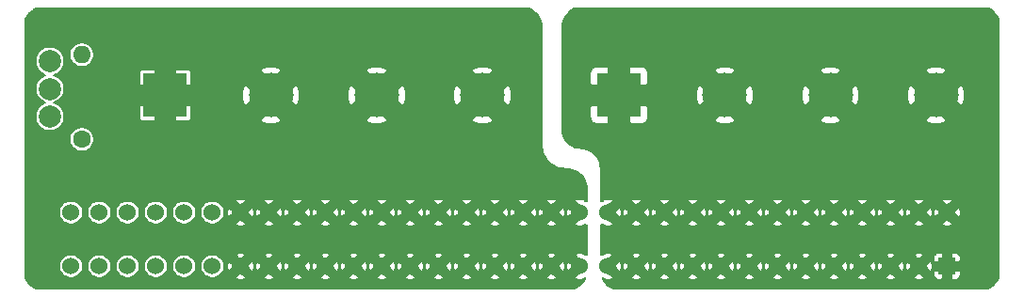
<source format=gbr>
G04 #@! TF.GenerationSoftware,KiCad,Pcbnew,(5.1.9)-1*
G04 #@! TF.CreationDate,2021-02-23T22:23:49-05:00*
G04 #@! TF.ProjectId,Power_Breakout,506f7765-725f-4427-9265-616b6f75742e,v1*
G04 #@! TF.SameCoordinates,Original*
G04 #@! TF.FileFunction,Copper,L2,Bot*
G04 #@! TF.FilePolarity,Positive*
%FSLAX46Y46*%
G04 Gerber Fmt 4.6, Leading zero omitted, Abs format (unit mm)*
G04 Created by KiCad (PCBNEW (5.1.9)-1) date 2021-02-23 22:23:49*
%MOMM*%
%LPD*%
G01*
G04 APERTURE LIST*
G04 #@! TA.AperFunction,ComponentPad*
%ADD10C,4.000000*%
G04 #@! TD*
G04 #@! TA.AperFunction,ComponentPad*
%ADD11R,4.000000X4.000000*%
G04 #@! TD*
G04 #@! TA.AperFunction,ComponentPad*
%ADD12C,1.998980*%
G04 #@! TD*
G04 #@! TA.AperFunction,ComponentPad*
%ADD13O,1.600000X1.600000*%
G04 #@! TD*
G04 #@! TA.AperFunction,ComponentPad*
%ADD14C,1.600000*%
G04 #@! TD*
G04 #@! TA.AperFunction,ComponentPad*
%ADD15C,1.530000*%
G04 #@! TD*
G04 #@! TA.AperFunction,ComponentPad*
%ADD16R,1.530000X1.530000*%
G04 #@! TD*
G04 #@! TA.AperFunction,Conductor*
%ADD17C,0.200000*%
G04 #@! TD*
G04 #@! TA.AperFunction,Conductor*
%ADD18C,0.100000*%
G04 #@! TD*
G04 APERTURE END LIST*
D10*
X196749600Y-144360900D03*
X187249600Y-144360900D03*
X177749600Y-144360900D03*
D11*
X168249600Y-144360900D03*
D10*
X155969900Y-144360900D03*
X146469900Y-144360900D03*
X136969900Y-144360900D03*
D11*
X127469900Y-144360900D03*
D12*
X117094000Y-141290040D03*
X117094000Y-143789400D03*
X117094000Y-146288760D03*
D13*
X119964200Y-140716000D03*
D14*
X119964200Y-148336000D03*
D15*
X197739000Y-154933000D03*
X195199000Y-154933000D03*
X192659000Y-154933000D03*
X190119000Y-154933000D03*
X187579000Y-154933000D03*
X185039000Y-154933000D03*
X182499000Y-154933000D03*
X179959000Y-154933000D03*
X177419000Y-154933000D03*
X174879000Y-154933000D03*
X172339000Y-154933000D03*
X169799000Y-154933000D03*
X167259000Y-154933000D03*
X164719000Y-154933000D03*
X162179000Y-154933000D03*
X159639000Y-154933000D03*
X157099000Y-154933000D03*
X154559000Y-154933000D03*
X152019000Y-154933000D03*
X149479000Y-154933000D03*
X146939000Y-154933000D03*
X144399000Y-154933000D03*
X141859000Y-154933000D03*
X139319000Y-154933000D03*
X136779000Y-154933000D03*
X134239000Y-154933000D03*
X131699000Y-154933000D03*
X129159000Y-154933000D03*
X126619000Y-154933000D03*
X124079000Y-154933000D03*
X121539000Y-154933000D03*
X118999000Y-154933000D03*
X118999000Y-159773000D03*
X121539000Y-159773000D03*
X124079000Y-159773000D03*
X126619000Y-159773000D03*
X129159000Y-159773000D03*
X131699000Y-159773000D03*
X134239000Y-159773000D03*
X136779000Y-159773000D03*
X139319000Y-159773000D03*
X141859000Y-159773000D03*
X144399000Y-159773000D03*
X146939000Y-159773000D03*
X149479000Y-159773000D03*
X152019000Y-159773000D03*
X154559000Y-159773000D03*
X157099000Y-159773000D03*
X159639000Y-159773000D03*
X162179000Y-159773000D03*
X164719000Y-159773000D03*
X167259000Y-159773000D03*
X169799000Y-159773000D03*
X172339000Y-159773000D03*
X174879000Y-159773000D03*
X177419000Y-159773000D03*
X179959000Y-159773000D03*
X182499000Y-159773000D03*
X185039000Y-159773000D03*
X187579000Y-159773000D03*
X190119000Y-159773000D03*
X192659000Y-159773000D03*
X195199000Y-159773000D03*
D16*
X197739000Y-159773000D03*
D17*
X201642880Y-136672834D02*
X201859865Y-136835267D01*
X202051533Y-137026935D01*
X202213966Y-137243920D01*
X202340801Y-137476200D01*
X202340800Y-160846801D01*
X202213966Y-161079080D01*
X202051533Y-161296065D01*
X201859865Y-161487733D01*
X201642880Y-161650166D01*
X201404981Y-161780069D01*
X201345109Y-161802400D01*
X167767691Y-161802400D01*
X167707819Y-161780069D01*
X167469920Y-161650166D01*
X167252935Y-161487733D01*
X167061267Y-161296065D01*
X166898834Y-161079080D01*
X166768931Y-160841181D01*
X166765556Y-160832133D01*
X166810918Y-160786770D01*
X166904600Y-160941309D01*
X167139336Y-160988001D01*
X167378670Y-160988001D01*
X167613400Y-160941309D01*
X167707083Y-160786768D01*
X169350917Y-160786768D01*
X169444600Y-160941309D01*
X169679336Y-160988001D01*
X169918670Y-160988001D01*
X170153400Y-160941309D01*
X170247083Y-160786768D01*
X171890917Y-160786768D01*
X171984600Y-160941309D01*
X172219336Y-160988001D01*
X172458670Y-160988001D01*
X172693400Y-160941309D01*
X172787083Y-160786768D01*
X174430917Y-160786768D01*
X174524600Y-160941309D01*
X174759336Y-160988001D01*
X174998670Y-160988001D01*
X175233400Y-160941309D01*
X175327083Y-160786768D01*
X176970917Y-160786768D01*
X177064600Y-160941309D01*
X177299336Y-160988001D01*
X177538670Y-160988001D01*
X177773400Y-160941309D01*
X177867083Y-160786768D01*
X179510917Y-160786768D01*
X179604600Y-160941309D01*
X179839336Y-160988001D01*
X180078670Y-160988001D01*
X180313400Y-160941309D01*
X180407083Y-160786768D01*
X182050917Y-160786768D01*
X182144600Y-160941309D01*
X182379336Y-160988001D01*
X182618670Y-160988001D01*
X182853400Y-160941309D01*
X182947083Y-160786768D01*
X184590917Y-160786768D01*
X184684600Y-160941309D01*
X184919336Y-160988001D01*
X185158670Y-160988001D01*
X185393400Y-160941309D01*
X185487083Y-160786768D01*
X187130917Y-160786768D01*
X187224600Y-160941309D01*
X187459336Y-160988001D01*
X187698670Y-160988001D01*
X187933400Y-160941309D01*
X188027083Y-160786768D01*
X189670917Y-160786768D01*
X189764600Y-160941309D01*
X189999336Y-160988001D01*
X190238670Y-160988001D01*
X190473400Y-160941309D01*
X190567083Y-160786768D01*
X192210917Y-160786768D01*
X192304600Y-160941309D01*
X192539336Y-160988001D01*
X192778670Y-160988001D01*
X193013400Y-160941309D01*
X193107083Y-160786768D01*
X194750917Y-160786768D01*
X194844600Y-160941309D01*
X195079336Y-160988001D01*
X195318670Y-160988001D01*
X195553400Y-160941309D01*
X195647083Y-160786768D01*
X195398315Y-160538000D01*
X196521823Y-160538000D01*
X196530511Y-160626215D01*
X196556243Y-160711041D01*
X196598029Y-160789216D01*
X196654263Y-160857737D01*
X196722784Y-160913971D01*
X196800959Y-160955757D01*
X196885785Y-160981489D01*
X196974000Y-160990177D01*
X197226500Y-160988000D01*
X197339000Y-160875500D01*
X197339000Y-160173000D01*
X198139000Y-160173000D01*
X198139000Y-160875500D01*
X198251500Y-160988000D01*
X198504000Y-160990177D01*
X198592215Y-160981489D01*
X198677041Y-160955757D01*
X198755216Y-160913971D01*
X198823737Y-160857737D01*
X198879971Y-160789216D01*
X198921757Y-160711041D01*
X198947489Y-160626215D01*
X198956177Y-160538000D01*
X198954000Y-160285500D01*
X198841500Y-160173000D01*
X198139000Y-160173000D01*
X197339000Y-160173000D01*
X196636500Y-160173000D01*
X196524000Y-160285500D01*
X196521823Y-160538000D01*
X195398315Y-160538000D01*
X195199000Y-160338685D01*
X194750917Y-160786768D01*
X193107083Y-160786768D01*
X192659000Y-160338685D01*
X192210917Y-160786768D01*
X190567083Y-160786768D01*
X190119000Y-160338685D01*
X189670917Y-160786768D01*
X188027083Y-160786768D01*
X187579000Y-160338685D01*
X187130917Y-160786768D01*
X185487083Y-160786768D01*
X185039000Y-160338685D01*
X184590917Y-160786768D01*
X182947083Y-160786768D01*
X182499000Y-160338685D01*
X182050917Y-160786768D01*
X180407083Y-160786768D01*
X179959000Y-160338685D01*
X179510917Y-160786768D01*
X177867083Y-160786768D01*
X177419000Y-160338685D01*
X176970917Y-160786768D01*
X175327083Y-160786768D01*
X174879000Y-160338685D01*
X174430917Y-160786768D01*
X172787083Y-160786768D01*
X172339000Y-160338685D01*
X171890917Y-160786768D01*
X170247083Y-160786768D01*
X169799000Y-160338685D01*
X169350917Y-160786768D01*
X167707083Y-160786768D01*
X167259000Y-160338685D01*
X167244858Y-160352828D01*
X166679173Y-159787143D01*
X166693315Y-159773000D01*
X167824685Y-159773000D01*
X168272768Y-160221083D01*
X168427309Y-160127400D01*
X168474001Y-159892664D01*
X168474001Y-159653336D01*
X168583999Y-159653336D01*
X168583999Y-159892670D01*
X168630691Y-160127400D01*
X168785232Y-160221083D01*
X169233315Y-159773000D01*
X170364685Y-159773000D01*
X170812768Y-160221083D01*
X170967309Y-160127400D01*
X171014001Y-159892664D01*
X171014001Y-159653336D01*
X171123999Y-159653336D01*
X171123999Y-159892670D01*
X171170691Y-160127400D01*
X171325232Y-160221083D01*
X171773315Y-159773000D01*
X172904685Y-159773000D01*
X173352768Y-160221083D01*
X173507309Y-160127400D01*
X173554001Y-159892664D01*
X173554001Y-159653336D01*
X173663999Y-159653336D01*
X173663999Y-159892670D01*
X173710691Y-160127400D01*
X173865232Y-160221083D01*
X174313315Y-159773000D01*
X175444685Y-159773000D01*
X175892768Y-160221083D01*
X176047309Y-160127400D01*
X176094001Y-159892664D01*
X176094001Y-159653336D01*
X176203999Y-159653336D01*
X176203999Y-159892670D01*
X176250691Y-160127400D01*
X176405232Y-160221083D01*
X176853315Y-159773000D01*
X177984685Y-159773000D01*
X178432768Y-160221083D01*
X178587309Y-160127400D01*
X178634001Y-159892664D01*
X178634001Y-159653336D01*
X178743999Y-159653336D01*
X178743999Y-159892670D01*
X178790691Y-160127400D01*
X178945232Y-160221083D01*
X179393315Y-159773000D01*
X180524685Y-159773000D01*
X180972768Y-160221083D01*
X181127309Y-160127400D01*
X181174001Y-159892664D01*
X181174001Y-159653336D01*
X181283999Y-159653336D01*
X181283999Y-159892670D01*
X181330691Y-160127400D01*
X181485232Y-160221083D01*
X181933315Y-159773000D01*
X183064685Y-159773000D01*
X183512768Y-160221083D01*
X183667309Y-160127400D01*
X183714001Y-159892664D01*
X183714001Y-159653336D01*
X183823999Y-159653336D01*
X183823999Y-159892670D01*
X183870691Y-160127400D01*
X184025232Y-160221083D01*
X184473315Y-159773000D01*
X185604685Y-159773000D01*
X186052768Y-160221083D01*
X186207309Y-160127400D01*
X186254001Y-159892664D01*
X186254001Y-159653336D01*
X186363999Y-159653336D01*
X186363999Y-159892670D01*
X186410691Y-160127400D01*
X186565232Y-160221083D01*
X187013315Y-159773000D01*
X188144685Y-159773000D01*
X188592768Y-160221083D01*
X188747309Y-160127400D01*
X188794001Y-159892664D01*
X188794001Y-159653336D01*
X188903999Y-159653336D01*
X188903999Y-159892670D01*
X188950691Y-160127400D01*
X189105232Y-160221083D01*
X189553315Y-159773000D01*
X190684685Y-159773000D01*
X191132768Y-160221083D01*
X191287309Y-160127400D01*
X191334001Y-159892664D01*
X191334001Y-159653336D01*
X191443999Y-159653336D01*
X191443999Y-159892670D01*
X191490691Y-160127400D01*
X191645232Y-160221083D01*
X192093315Y-159773000D01*
X193224685Y-159773000D01*
X193672768Y-160221083D01*
X193827309Y-160127400D01*
X193874001Y-159892664D01*
X193874001Y-159653336D01*
X193983999Y-159653336D01*
X193983999Y-159892670D01*
X194030691Y-160127400D01*
X194185232Y-160221083D01*
X194633315Y-159773000D01*
X195764685Y-159773000D01*
X196212768Y-160221083D01*
X196367309Y-160127400D01*
X196414001Y-159892664D01*
X196414001Y-159653330D01*
X196367309Y-159418600D01*
X196212768Y-159324917D01*
X195764685Y-159773000D01*
X194633315Y-159773000D01*
X194185232Y-159324917D01*
X194030691Y-159418600D01*
X193983999Y-159653336D01*
X193874001Y-159653336D01*
X193874001Y-159653330D01*
X193827309Y-159418600D01*
X193672768Y-159324917D01*
X193224685Y-159773000D01*
X192093315Y-159773000D01*
X191645232Y-159324917D01*
X191490691Y-159418600D01*
X191443999Y-159653336D01*
X191334001Y-159653336D01*
X191334001Y-159653330D01*
X191287309Y-159418600D01*
X191132768Y-159324917D01*
X190684685Y-159773000D01*
X189553315Y-159773000D01*
X189105232Y-159324917D01*
X188950691Y-159418600D01*
X188903999Y-159653336D01*
X188794001Y-159653336D01*
X188794001Y-159653330D01*
X188747309Y-159418600D01*
X188592768Y-159324917D01*
X188144685Y-159773000D01*
X187013315Y-159773000D01*
X186565232Y-159324917D01*
X186410691Y-159418600D01*
X186363999Y-159653336D01*
X186254001Y-159653336D01*
X186254001Y-159653330D01*
X186207309Y-159418600D01*
X186052768Y-159324917D01*
X185604685Y-159773000D01*
X184473315Y-159773000D01*
X184025232Y-159324917D01*
X183870691Y-159418600D01*
X183823999Y-159653336D01*
X183714001Y-159653336D01*
X183714001Y-159653330D01*
X183667309Y-159418600D01*
X183512768Y-159324917D01*
X183064685Y-159773000D01*
X181933315Y-159773000D01*
X181485232Y-159324917D01*
X181330691Y-159418600D01*
X181283999Y-159653336D01*
X181174001Y-159653336D01*
X181174001Y-159653330D01*
X181127309Y-159418600D01*
X180972768Y-159324917D01*
X180524685Y-159773000D01*
X179393315Y-159773000D01*
X178945232Y-159324917D01*
X178790691Y-159418600D01*
X178743999Y-159653336D01*
X178634001Y-159653336D01*
X178634001Y-159653330D01*
X178587309Y-159418600D01*
X178432768Y-159324917D01*
X177984685Y-159773000D01*
X176853315Y-159773000D01*
X176405232Y-159324917D01*
X176250691Y-159418600D01*
X176203999Y-159653336D01*
X176094001Y-159653336D01*
X176094001Y-159653330D01*
X176047309Y-159418600D01*
X175892768Y-159324917D01*
X175444685Y-159773000D01*
X174313315Y-159773000D01*
X173865232Y-159324917D01*
X173710691Y-159418600D01*
X173663999Y-159653336D01*
X173554001Y-159653336D01*
X173554001Y-159653330D01*
X173507309Y-159418600D01*
X173352768Y-159324917D01*
X172904685Y-159773000D01*
X171773315Y-159773000D01*
X171325232Y-159324917D01*
X171170691Y-159418600D01*
X171123999Y-159653336D01*
X171014001Y-159653336D01*
X171014001Y-159653330D01*
X170967309Y-159418600D01*
X170812768Y-159324917D01*
X170364685Y-159773000D01*
X169233315Y-159773000D01*
X168785232Y-159324917D01*
X168630691Y-159418600D01*
X168583999Y-159653336D01*
X168474001Y-159653336D01*
X168474001Y-159653330D01*
X168427309Y-159418600D01*
X168272768Y-159324917D01*
X167824685Y-159773000D01*
X166693315Y-159773000D01*
X166679173Y-159758858D01*
X167244858Y-159193173D01*
X167259000Y-159207315D01*
X167707083Y-158759232D01*
X169350917Y-158759232D01*
X169799000Y-159207315D01*
X170247083Y-158759232D01*
X171890917Y-158759232D01*
X172339000Y-159207315D01*
X172787083Y-158759232D01*
X174430917Y-158759232D01*
X174879000Y-159207315D01*
X175327083Y-158759232D01*
X176970917Y-158759232D01*
X177419000Y-159207315D01*
X177867083Y-158759232D01*
X179510917Y-158759232D01*
X179959000Y-159207315D01*
X180407083Y-158759232D01*
X182050917Y-158759232D01*
X182499000Y-159207315D01*
X182947083Y-158759232D01*
X184590917Y-158759232D01*
X185039000Y-159207315D01*
X185487083Y-158759232D01*
X187130917Y-158759232D01*
X187579000Y-159207315D01*
X188027083Y-158759232D01*
X189670917Y-158759232D01*
X190119000Y-159207315D01*
X190567083Y-158759232D01*
X192210917Y-158759232D01*
X192659000Y-159207315D01*
X193107083Y-158759232D01*
X194750917Y-158759232D01*
X195199000Y-159207315D01*
X195398315Y-159008000D01*
X196521823Y-159008000D01*
X196524000Y-159260500D01*
X196636500Y-159373000D01*
X197339000Y-159373000D01*
X197339000Y-158670500D01*
X198139000Y-158670500D01*
X198139000Y-159373000D01*
X198841500Y-159373000D01*
X198954000Y-159260500D01*
X198956177Y-159008000D01*
X198947489Y-158919785D01*
X198921757Y-158834959D01*
X198879971Y-158756784D01*
X198823737Y-158688263D01*
X198755216Y-158632029D01*
X198677041Y-158590243D01*
X198592215Y-158564511D01*
X198504000Y-158555823D01*
X198251500Y-158558000D01*
X198139000Y-158670500D01*
X197339000Y-158670500D01*
X197226500Y-158558000D01*
X196974000Y-158555823D01*
X196885785Y-158564511D01*
X196800959Y-158590243D01*
X196722784Y-158632029D01*
X196654263Y-158688263D01*
X196598029Y-158756784D01*
X196556243Y-158834959D01*
X196530511Y-158919785D01*
X196521823Y-159008000D01*
X195398315Y-159008000D01*
X195647083Y-158759232D01*
X195553400Y-158604691D01*
X195318664Y-158557999D01*
X195079330Y-158557999D01*
X194844600Y-158604691D01*
X194750917Y-158759232D01*
X193107083Y-158759232D01*
X193013400Y-158604691D01*
X192778664Y-158557999D01*
X192539330Y-158557999D01*
X192304600Y-158604691D01*
X192210917Y-158759232D01*
X190567083Y-158759232D01*
X190473400Y-158604691D01*
X190238664Y-158557999D01*
X189999330Y-158557999D01*
X189764600Y-158604691D01*
X189670917Y-158759232D01*
X188027083Y-158759232D01*
X187933400Y-158604691D01*
X187698664Y-158557999D01*
X187459330Y-158557999D01*
X187224600Y-158604691D01*
X187130917Y-158759232D01*
X185487083Y-158759232D01*
X185393400Y-158604691D01*
X185158664Y-158557999D01*
X184919330Y-158557999D01*
X184684600Y-158604691D01*
X184590917Y-158759232D01*
X182947083Y-158759232D01*
X182853400Y-158604691D01*
X182618664Y-158557999D01*
X182379330Y-158557999D01*
X182144600Y-158604691D01*
X182050917Y-158759232D01*
X180407083Y-158759232D01*
X180313400Y-158604691D01*
X180078664Y-158557999D01*
X179839330Y-158557999D01*
X179604600Y-158604691D01*
X179510917Y-158759232D01*
X177867083Y-158759232D01*
X177773400Y-158604691D01*
X177538664Y-158557999D01*
X177299330Y-158557999D01*
X177064600Y-158604691D01*
X176970917Y-158759232D01*
X175327083Y-158759232D01*
X175233400Y-158604691D01*
X174998664Y-158557999D01*
X174759330Y-158557999D01*
X174524600Y-158604691D01*
X174430917Y-158759232D01*
X172787083Y-158759232D01*
X172693400Y-158604691D01*
X172458664Y-158557999D01*
X172219330Y-158557999D01*
X171984600Y-158604691D01*
X171890917Y-158759232D01*
X170247083Y-158759232D01*
X170153400Y-158604691D01*
X169918664Y-158557999D01*
X169679330Y-158557999D01*
X169444600Y-158604691D01*
X169350917Y-158759232D01*
X167707083Y-158759232D01*
X167613400Y-158604691D01*
X167378664Y-158557999D01*
X167139330Y-158557999D01*
X166904600Y-158604691D01*
X166810918Y-158759230D01*
X166678895Y-158627206D01*
X166597000Y-158709101D01*
X166597000Y-155996899D01*
X166678895Y-156078794D01*
X166810918Y-155946770D01*
X166904600Y-156101309D01*
X167139336Y-156148001D01*
X167378670Y-156148001D01*
X167613400Y-156101309D01*
X167707083Y-155946768D01*
X169350917Y-155946768D01*
X169444600Y-156101309D01*
X169679336Y-156148001D01*
X169918670Y-156148001D01*
X170153400Y-156101309D01*
X170247083Y-155946768D01*
X171890917Y-155946768D01*
X171984600Y-156101309D01*
X172219336Y-156148001D01*
X172458670Y-156148001D01*
X172693400Y-156101309D01*
X172787083Y-155946768D01*
X174430917Y-155946768D01*
X174524600Y-156101309D01*
X174759336Y-156148001D01*
X174998670Y-156148001D01*
X175233400Y-156101309D01*
X175327083Y-155946768D01*
X176970917Y-155946768D01*
X177064600Y-156101309D01*
X177299336Y-156148001D01*
X177538670Y-156148001D01*
X177773400Y-156101309D01*
X177867083Y-155946768D01*
X179510917Y-155946768D01*
X179604600Y-156101309D01*
X179839336Y-156148001D01*
X180078670Y-156148001D01*
X180313400Y-156101309D01*
X180407083Y-155946768D01*
X182050917Y-155946768D01*
X182144600Y-156101309D01*
X182379336Y-156148001D01*
X182618670Y-156148001D01*
X182853400Y-156101309D01*
X182947083Y-155946768D01*
X184590917Y-155946768D01*
X184684600Y-156101309D01*
X184919336Y-156148001D01*
X185158670Y-156148001D01*
X185393400Y-156101309D01*
X185487083Y-155946768D01*
X187130917Y-155946768D01*
X187224600Y-156101309D01*
X187459336Y-156148001D01*
X187698670Y-156148001D01*
X187933400Y-156101309D01*
X188027083Y-155946768D01*
X189670917Y-155946768D01*
X189764600Y-156101309D01*
X189999336Y-156148001D01*
X190238670Y-156148001D01*
X190473400Y-156101309D01*
X190567083Y-155946768D01*
X192210917Y-155946768D01*
X192304600Y-156101309D01*
X192539336Y-156148001D01*
X192778670Y-156148001D01*
X193013400Y-156101309D01*
X193107083Y-155946768D01*
X194750917Y-155946768D01*
X194844600Y-156101309D01*
X195079336Y-156148001D01*
X195318670Y-156148001D01*
X195553400Y-156101309D01*
X195647083Y-155946768D01*
X197290917Y-155946768D01*
X197384600Y-156101309D01*
X197619336Y-156148001D01*
X197858670Y-156148001D01*
X198093400Y-156101309D01*
X198187083Y-155946768D01*
X197739000Y-155498685D01*
X197290917Y-155946768D01*
X195647083Y-155946768D01*
X195199000Y-155498685D01*
X194750917Y-155946768D01*
X193107083Y-155946768D01*
X192659000Y-155498685D01*
X192210917Y-155946768D01*
X190567083Y-155946768D01*
X190119000Y-155498685D01*
X189670917Y-155946768D01*
X188027083Y-155946768D01*
X187579000Y-155498685D01*
X187130917Y-155946768D01*
X185487083Y-155946768D01*
X185039000Y-155498685D01*
X184590917Y-155946768D01*
X182947083Y-155946768D01*
X182499000Y-155498685D01*
X182050917Y-155946768D01*
X180407083Y-155946768D01*
X179959000Y-155498685D01*
X179510917Y-155946768D01*
X177867083Y-155946768D01*
X177419000Y-155498685D01*
X176970917Y-155946768D01*
X175327083Y-155946768D01*
X174879000Y-155498685D01*
X174430917Y-155946768D01*
X172787083Y-155946768D01*
X172339000Y-155498685D01*
X171890917Y-155946768D01*
X170247083Y-155946768D01*
X169799000Y-155498685D01*
X169350917Y-155946768D01*
X167707083Y-155946768D01*
X167259000Y-155498685D01*
X167244858Y-155512828D01*
X166679173Y-154947143D01*
X166693315Y-154933000D01*
X167824685Y-154933000D01*
X168272768Y-155381083D01*
X168427309Y-155287400D01*
X168474001Y-155052664D01*
X168474001Y-154813336D01*
X168583999Y-154813336D01*
X168583999Y-155052670D01*
X168630691Y-155287400D01*
X168785232Y-155381083D01*
X169233315Y-154933000D01*
X170364685Y-154933000D01*
X170812768Y-155381083D01*
X170967309Y-155287400D01*
X171014001Y-155052664D01*
X171014001Y-154813336D01*
X171123999Y-154813336D01*
X171123999Y-155052670D01*
X171170691Y-155287400D01*
X171325232Y-155381083D01*
X171773315Y-154933000D01*
X172904685Y-154933000D01*
X173352768Y-155381083D01*
X173507309Y-155287400D01*
X173554001Y-155052664D01*
X173554001Y-154813336D01*
X173663999Y-154813336D01*
X173663999Y-155052670D01*
X173710691Y-155287400D01*
X173865232Y-155381083D01*
X174313315Y-154933000D01*
X175444685Y-154933000D01*
X175892768Y-155381083D01*
X176047309Y-155287400D01*
X176094001Y-155052664D01*
X176094001Y-154813336D01*
X176203999Y-154813336D01*
X176203999Y-155052670D01*
X176250691Y-155287400D01*
X176405232Y-155381083D01*
X176853315Y-154933000D01*
X177984685Y-154933000D01*
X178432768Y-155381083D01*
X178587309Y-155287400D01*
X178634001Y-155052664D01*
X178634001Y-154813336D01*
X178743999Y-154813336D01*
X178743999Y-155052670D01*
X178790691Y-155287400D01*
X178945232Y-155381083D01*
X179393315Y-154933000D01*
X180524685Y-154933000D01*
X180972768Y-155381083D01*
X181127309Y-155287400D01*
X181174001Y-155052664D01*
X181174001Y-154813336D01*
X181283999Y-154813336D01*
X181283999Y-155052670D01*
X181330691Y-155287400D01*
X181485232Y-155381083D01*
X181933315Y-154933000D01*
X183064685Y-154933000D01*
X183512768Y-155381083D01*
X183667309Y-155287400D01*
X183714001Y-155052664D01*
X183714001Y-154813336D01*
X183823999Y-154813336D01*
X183823999Y-155052670D01*
X183870691Y-155287400D01*
X184025232Y-155381083D01*
X184473315Y-154933000D01*
X185604685Y-154933000D01*
X186052768Y-155381083D01*
X186207309Y-155287400D01*
X186254001Y-155052664D01*
X186254001Y-154813336D01*
X186363999Y-154813336D01*
X186363999Y-155052670D01*
X186410691Y-155287400D01*
X186565232Y-155381083D01*
X187013315Y-154933000D01*
X188144685Y-154933000D01*
X188592768Y-155381083D01*
X188747309Y-155287400D01*
X188794001Y-155052664D01*
X188794001Y-154813336D01*
X188903999Y-154813336D01*
X188903999Y-155052670D01*
X188950691Y-155287400D01*
X189105232Y-155381083D01*
X189553315Y-154933000D01*
X190684685Y-154933000D01*
X191132768Y-155381083D01*
X191287309Y-155287400D01*
X191334001Y-155052664D01*
X191334001Y-154813336D01*
X191443999Y-154813336D01*
X191443999Y-155052670D01*
X191490691Y-155287400D01*
X191645232Y-155381083D01*
X192093315Y-154933000D01*
X193224685Y-154933000D01*
X193672768Y-155381083D01*
X193827309Y-155287400D01*
X193874001Y-155052664D01*
X193874001Y-154813336D01*
X193983999Y-154813336D01*
X193983999Y-155052670D01*
X194030691Y-155287400D01*
X194185232Y-155381083D01*
X194633315Y-154933000D01*
X195764685Y-154933000D01*
X196212768Y-155381083D01*
X196367309Y-155287400D01*
X196414001Y-155052664D01*
X196414001Y-154813336D01*
X196523999Y-154813336D01*
X196523999Y-155052670D01*
X196570691Y-155287400D01*
X196725232Y-155381083D01*
X197173315Y-154933000D01*
X198304685Y-154933000D01*
X198752768Y-155381083D01*
X198907309Y-155287400D01*
X198954001Y-155052664D01*
X198954001Y-154813330D01*
X198907309Y-154578600D01*
X198752768Y-154484917D01*
X198304685Y-154933000D01*
X197173315Y-154933000D01*
X196725232Y-154484917D01*
X196570691Y-154578600D01*
X196523999Y-154813336D01*
X196414001Y-154813336D01*
X196414001Y-154813330D01*
X196367309Y-154578600D01*
X196212768Y-154484917D01*
X195764685Y-154933000D01*
X194633315Y-154933000D01*
X194185232Y-154484917D01*
X194030691Y-154578600D01*
X193983999Y-154813336D01*
X193874001Y-154813336D01*
X193874001Y-154813330D01*
X193827309Y-154578600D01*
X193672768Y-154484917D01*
X193224685Y-154933000D01*
X192093315Y-154933000D01*
X191645232Y-154484917D01*
X191490691Y-154578600D01*
X191443999Y-154813336D01*
X191334001Y-154813336D01*
X191334001Y-154813330D01*
X191287309Y-154578600D01*
X191132768Y-154484917D01*
X190684685Y-154933000D01*
X189553315Y-154933000D01*
X189105232Y-154484917D01*
X188950691Y-154578600D01*
X188903999Y-154813336D01*
X188794001Y-154813336D01*
X188794001Y-154813330D01*
X188747309Y-154578600D01*
X188592768Y-154484917D01*
X188144685Y-154933000D01*
X187013315Y-154933000D01*
X186565232Y-154484917D01*
X186410691Y-154578600D01*
X186363999Y-154813336D01*
X186254001Y-154813336D01*
X186254001Y-154813330D01*
X186207309Y-154578600D01*
X186052768Y-154484917D01*
X185604685Y-154933000D01*
X184473315Y-154933000D01*
X184025232Y-154484917D01*
X183870691Y-154578600D01*
X183823999Y-154813336D01*
X183714001Y-154813336D01*
X183714001Y-154813330D01*
X183667309Y-154578600D01*
X183512768Y-154484917D01*
X183064685Y-154933000D01*
X181933315Y-154933000D01*
X181485232Y-154484917D01*
X181330691Y-154578600D01*
X181283999Y-154813336D01*
X181174001Y-154813336D01*
X181174001Y-154813330D01*
X181127309Y-154578600D01*
X180972768Y-154484917D01*
X180524685Y-154933000D01*
X179393315Y-154933000D01*
X178945232Y-154484917D01*
X178790691Y-154578600D01*
X178743999Y-154813336D01*
X178634001Y-154813336D01*
X178634001Y-154813330D01*
X178587309Y-154578600D01*
X178432768Y-154484917D01*
X177984685Y-154933000D01*
X176853315Y-154933000D01*
X176405232Y-154484917D01*
X176250691Y-154578600D01*
X176203999Y-154813336D01*
X176094001Y-154813336D01*
X176094001Y-154813330D01*
X176047309Y-154578600D01*
X175892768Y-154484917D01*
X175444685Y-154933000D01*
X174313315Y-154933000D01*
X173865232Y-154484917D01*
X173710691Y-154578600D01*
X173663999Y-154813336D01*
X173554001Y-154813336D01*
X173554001Y-154813330D01*
X173507309Y-154578600D01*
X173352768Y-154484917D01*
X172904685Y-154933000D01*
X171773315Y-154933000D01*
X171325232Y-154484917D01*
X171170691Y-154578600D01*
X171123999Y-154813336D01*
X171014001Y-154813336D01*
X171014001Y-154813330D01*
X170967309Y-154578600D01*
X170812768Y-154484917D01*
X170364685Y-154933000D01*
X169233315Y-154933000D01*
X168785232Y-154484917D01*
X168630691Y-154578600D01*
X168583999Y-154813336D01*
X168474001Y-154813336D01*
X168474001Y-154813330D01*
X168427309Y-154578600D01*
X168272768Y-154484917D01*
X167824685Y-154933000D01*
X166693315Y-154933000D01*
X166679173Y-154918858D01*
X167244858Y-154353173D01*
X167259000Y-154367315D01*
X167707083Y-153919232D01*
X169350917Y-153919232D01*
X169799000Y-154367315D01*
X170247083Y-153919232D01*
X171890917Y-153919232D01*
X172339000Y-154367315D01*
X172787083Y-153919232D01*
X174430917Y-153919232D01*
X174879000Y-154367315D01*
X175327083Y-153919232D01*
X176970917Y-153919232D01*
X177419000Y-154367315D01*
X177867083Y-153919232D01*
X179510917Y-153919232D01*
X179959000Y-154367315D01*
X180407083Y-153919232D01*
X182050917Y-153919232D01*
X182499000Y-154367315D01*
X182947083Y-153919232D01*
X184590917Y-153919232D01*
X185039000Y-154367315D01*
X185487083Y-153919232D01*
X187130917Y-153919232D01*
X187579000Y-154367315D01*
X188027083Y-153919232D01*
X189670917Y-153919232D01*
X190119000Y-154367315D01*
X190567083Y-153919232D01*
X192210917Y-153919232D01*
X192659000Y-154367315D01*
X193107083Y-153919232D01*
X194750917Y-153919232D01*
X195199000Y-154367315D01*
X195647083Y-153919232D01*
X197290917Y-153919232D01*
X197739000Y-154367315D01*
X198187083Y-153919232D01*
X198093400Y-153764691D01*
X197858664Y-153717999D01*
X197619330Y-153717999D01*
X197384600Y-153764691D01*
X197290917Y-153919232D01*
X195647083Y-153919232D01*
X195553400Y-153764691D01*
X195318664Y-153717999D01*
X195079330Y-153717999D01*
X194844600Y-153764691D01*
X194750917Y-153919232D01*
X193107083Y-153919232D01*
X193013400Y-153764691D01*
X192778664Y-153717999D01*
X192539330Y-153717999D01*
X192304600Y-153764691D01*
X192210917Y-153919232D01*
X190567083Y-153919232D01*
X190473400Y-153764691D01*
X190238664Y-153717999D01*
X189999330Y-153717999D01*
X189764600Y-153764691D01*
X189670917Y-153919232D01*
X188027083Y-153919232D01*
X187933400Y-153764691D01*
X187698664Y-153717999D01*
X187459330Y-153717999D01*
X187224600Y-153764691D01*
X187130917Y-153919232D01*
X185487083Y-153919232D01*
X185393400Y-153764691D01*
X185158664Y-153717999D01*
X184919330Y-153717999D01*
X184684600Y-153764691D01*
X184590917Y-153919232D01*
X182947083Y-153919232D01*
X182853400Y-153764691D01*
X182618664Y-153717999D01*
X182379330Y-153717999D01*
X182144600Y-153764691D01*
X182050917Y-153919232D01*
X180407083Y-153919232D01*
X180313400Y-153764691D01*
X180078664Y-153717999D01*
X179839330Y-153717999D01*
X179604600Y-153764691D01*
X179510917Y-153919232D01*
X177867083Y-153919232D01*
X177773400Y-153764691D01*
X177538664Y-153717999D01*
X177299330Y-153717999D01*
X177064600Y-153764691D01*
X176970917Y-153919232D01*
X175327083Y-153919232D01*
X175233400Y-153764691D01*
X174998664Y-153717999D01*
X174759330Y-153717999D01*
X174524600Y-153764691D01*
X174430917Y-153919232D01*
X172787083Y-153919232D01*
X172693400Y-153764691D01*
X172458664Y-153717999D01*
X172219330Y-153717999D01*
X171984600Y-153764691D01*
X171890917Y-153919232D01*
X170247083Y-153919232D01*
X170153400Y-153764691D01*
X169918664Y-153717999D01*
X169679330Y-153717999D01*
X169444600Y-153764691D01*
X169350917Y-153919232D01*
X167707083Y-153919232D01*
X167613400Y-153764691D01*
X167378664Y-153717999D01*
X167139330Y-153717999D01*
X166904600Y-153764691D01*
X166810918Y-153919230D01*
X166678895Y-153787206D01*
X166597000Y-153869101D01*
X166597000Y-150939500D01*
X166596692Y-150931654D01*
X166575584Y-150663447D01*
X166573129Y-150647948D01*
X166510323Y-150386345D01*
X166505474Y-150371422D01*
X166402519Y-150122865D01*
X166395395Y-150108883D01*
X166254824Y-149879492D01*
X166245601Y-149866797D01*
X166070876Y-149662220D01*
X166059780Y-149651124D01*
X165855203Y-149476399D01*
X165842508Y-149467176D01*
X165613117Y-149326605D01*
X165599135Y-149319481D01*
X165350578Y-149216526D01*
X165335655Y-149211677D01*
X165074052Y-149148871D01*
X165058553Y-149146416D01*
X164529984Y-149104817D01*
X164283686Y-149045686D01*
X164049673Y-148948755D01*
X163833704Y-148816409D01*
X163641095Y-148651905D01*
X163476591Y-148459296D01*
X163344245Y-148243327D01*
X163247314Y-148009314D01*
X163188183Y-147763016D01*
X163168000Y-147506568D01*
X163168000Y-146360900D01*
X165646697Y-146360900D01*
X165658282Y-146478521D01*
X165692590Y-146591621D01*
X165748304Y-146695855D01*
X165823283Y-146787217D01*
X165914645Y-146862196D01*
X166018879Y-146917910D01*
X166131979Y-146952218D01*
X166249600Y-146963803D01*
X167199600Y-146960900D01*
X167349600Y-146810900D01*
X167349600Y-145260900D01*
X169149600Y-145260900D01*
X169149600Y-146810900D01*
X169299600Y-146960900D01*
X170249600Y-146963803D01*
X170367221Y-146952218D01*
X170480321Y-146917910D01*
X170584555Y-146862196D01*
X170675917Y-146787217D01*
X170750896Y-146695855D01*
X170792432Y-146618145D01*
X176765148Y-146618145D01*
X177036073Y-146874156D01*
X177540096Y-146965067D01*
X178052169Y-146955901D01*
X178463127Y-146874156D01*
X178734052Y-146618145D01*
X186265148Y-146618145D01*
X186536073Y-146874156D01*
X187040096Y-146965067D01*
X187552169Y-146955901D01*
X187963127Y-146874156D01*
X188234052Y-146618145D01*
X195765148Y-146618145D01*
X196036073Y-146874156D01*
X196540096Y-146965067D01*
X197052169Y-146955901D01*
X197463127Y-146874156D01*
X197734052Y-146618145D01*
X196749600Y-145633692D01*
X195765148Y-146618145D01*
X188234052Y-146618145D01*
X187249600Y-145633692D01*
X186265148Y-146618145D01*
X178734052Y-146618145D01*
X177749600Y-145633692D01*
X176765148Y-146618145D01*
X170792432Y-146618145D01*
X170806610Y-146591621D01*
X170840918Y-146478521D01*
X170852503Y-146360900D01*
X170849600Y-145410900D01*
X170699600Y-145260900D01*
X169149600Y-145260900D01*
X167349600Y-145260900D01*
X165799600Y-145260900D01*
X165649600Y-145410900D01*
X165646697Y-146360900D01*
X163168000Y-146360900D01*
X163168000Y-144151396D01*
X175145433Y-144151396D01*
X175154599Y-144663469D01*
X175236344Y-145074427D01*
X175492355Y-145345352D01*
X176476808Y-144360900D01*
X179022392Y-144360900D01*
X180006845Y-145345352D01*
X180262856Y-145074427D01*
X180353767Y-144570404D01*
X180346267Y-144151396D01*
X184645433Y-144151396D01*
X184654599Y-144663469D01*
X184736344Y-145074427D01*
X184992355Y-145345352D01*
X185976808Y-144360900D01*
X188522392Y-144360900D01*
X189506845Y-145345352D01*
X189762856Y-145074427D01*
X189853767Y-144570404D01*
X189846267Y-144151396D01*
X194145433Y-144151396D01*
X194154599Y-144663469D01*
X194236344Y-145074427D01*
X194492355Y-145345352D01*
X195476808Y-144360900D01*
X198022392Y-144360900D01*
X199006845Y-145345352D01*
X199262856Y-145074427D01*
X199353767Y-144570404D01*
X199344601Y-144058331D01*
X199262856Y-143647373D01*
X199006845Y-143376448D01*
X198022392Y-144360900D01*
X195476808Y-144360900D01*
X194492355Y-143376448D01*
X194236344Y-143647373D01*
X194145433Y-144151396D01*
X189846267Y-144151396D01*
X189844601Y-144058331D01*
X189762856Y-143647373D01*
X189506845Y-143376448D01*
X188522392Y-144360900D01*
X185976808Y-144360900D01*
X184992355Y-143376448D01*
X184736344Y-143647373D01*
X184645433Y-144151396D01*
X180346267Y-144151396D01*
X180344601Y-144058331D01*
X180262856Y-143647373D01*
X180006845Y-143376448D01*
X179022392Y-144360900D01*
X176476808Y-144360900D01*
X175492355Y-143376448D01*
X175236344Y-143647373D01*
X175145433Y-144151396D01*
X163168000Y-144151396D01*
X163168000Y-142360900D01*
X165646697Y-142360900D01*
X165649600Y-143310900D01*
X165799600Y-143460900D01*
X167349600Y-143460900D01*
X167349600Y-141910900D01*
X169149600Y-141910900D01*
X169149600Y-143460900D01*
X170699600Y-143460900D01*
X170849600Y-143310900D01*
X170852503Y-142360900D01*
X170840918Y-142243279D01*
X170806610Y-142130179D01*
X170792433Y-142103655D01*
X176765148Y-142103655D01*
X177749600Y-143088108D01*
X178734052Y-142103655D01*
X186265148Y-142103655D01*
X187249600Y-143088108D01*
X188234052Y-142103655D01*
X195765148Y-142103655D01*
X196749600Y-143088108D01*
X197734052Y-142103655D01*
X197463127Y-141847644D01*
X196959104Y-141756733D01*
X196447031Y-141765899D01*
X196036073Y-141847644D01*
X195765148Y-142103655D01*
X188234052Y-142103655D01*
X187963127Y-141847644D01*
X187459104Y-141756733D01*
X186947031Y-141765899D01*
X186536073Y-141847644D01*
X186265148Y-142103655D01*
X178734052Y-142103655D01*
X178463127Y-141847644D01*
X177959104Y-141756733D01*
X177447031Y-141765899D01*
X177036073Y-141847644D01*
X176765148Y-142103655D01*
X170792433Y-142103655D01*
X170750896Y-142025945D01*
X170675917Y-141934583D01*
X170584555Y-141859604D01*
X170480321Y-141803890D01*
X170367221Y-141769582D01*
X170249600Y-141757997D01*
X169299600Y-141760900D01*
X169149600Y-141910900D01*
X167349600Y-141910900D01*
X167199600Y-141760900D01*
X166249600Y-141757997D01*
X166131979Y-141769582D01*
X166018879Y-141803890D01*
X165914645Y-141859604D01*
X165823283Y-141934583D01*
X165748304Y-142025945D01*
X165692590Y-142130179D01*
X165658282Y-142243279D01*
X165646697Y-142360900D01*
X163168000Y-142360900D01*
X163168000Y-138274569D01*
X163187591Y-138000642D01*
X163245210Y-137735777D01*
X163339931Y-137481819D01*
X163469834Y-137243920D01*
X163632267Y-137026935D01*
X163823935Y-136835267D01*
X164040920Y-136672834D01*
X164273199Y-136546000D01*
X201410601Y-136546000D01*
X201642880Y-136672834D01*
G04 #@! TA.AperFunction,Conductor*
D18*
G36*
X201642880Y-136672834D02*
G01*
X201859865Y-136835267D01*
X202051533Y-137026935D01*
X202213966Y-137243920D01*
X202340801Y-137476200D01*
X202340800Y-160846801D01*
X202213966Y-161079080D01*
X202051533Y-161296065D01*
X201859865Y-161487733D01*
X201642880Y-161650166D01*
X201404981Y-161780069D01*
X201345109Y-161802400D01*
X167767691Y-161802400D01*
X167707819Y-161780069D01*
X167469920Y-161650166D01*
X167252935Y-161487733D01*
X167061267Y-161296065D01*
X166898834Y-161079080D01*
X166768931Y-160841181D01*
X166765556Y-160832133D01*
X166810918Y-160786770D01*
X166904600Y-160941309D01*
X167139336Y-160988001D01*
X167378670Y-160988001D01*
X167613400Y-160941309D01*
X167707083Y-160786768D01*
X169350917Y-160786768D01*
X169444600Y-160941309D01*
X169679336Y-160988001D01*
X169918670Y-160988001D01*
X170153400Y-160941309D01*
X170247083Y-160786768D01*
X171890917Y-160786768D01*
X171984600Y-160941309D01*
X172219336Y-160988001D01*
X172458670Y-160988001D01*
X172693400Y-160941309D01*
X172787083Y-160786768D01*
X174430917Y-160786768D01*
X174524600Y-160941309D01*
X174759336Y-160988001D01*
X174998670Y-160988001D01*
X175233400Y-160941309D01*
X175327083Y-160786768D01*
X176970917Y-160786768D01*
X177064600Y-160941309D01*
X177299336Y-160988001D01*
X177538670Y-160988001D01*
X177773400Y-160941309D01*
X177867083Y-160786768D01*
X179510917Y-160786768D01*
X179604600Y-160941309D01*
X179839336Y-160988001D01*
X180078670Y-160988001D01*
X180313400Y-160941309D01*
X180407083Y-160786768D01*
X182050917Y-160786768D01*
X182144600Y-160941309D01*
X182379336Y-160988001D01*
X182618670Y-160988001D01*
X182853400Y-160941309D01*
X182947083Y-160786768D01*
X184590917Y-160786768D01*
X184684600Y-160941309D01*
X184919336Y-160988001D01*
X185158670Y-160988001D01*
X185393400Y-160941309D01*
X185487083Y-160786768D01*
X187130917Y-160786768D01*
X187224600Y-160941309D01*
X187459336Y-160988001D01*
X187698670Y-160988001D01*
X187933400Y-160941309D01*
X188027083Y-160786768D01*
X189670917Y-160786768D01*
X189764600Y-160941309D01*
X189999336Y-160988001D01*
X190238670Y-160988001D01*
X190473400Y-160941309D01*
X190567083Y-160786768D01*
X192210917Y-160786768D01*
X192304600Y-160941309D01*
X192539336Y-160988001D01*
X192778670Y-160988001D01*
X193013400Y-160941309D01*
X193107083Y-160786768D01*
X194750917Y-160786768D01*
X194844600Y-160941309D01*
X195079336Y-160988001D01*
X195318670Y-160988001D01*
X195553400Y-160941309D01*
X195647083Y-160786768D01*
X195398315Y-160538000D01*
X196521823Y-160538000D01*
X196530511Y-160626215D01*
X196556243Y-160711041D01*
X196598029Y-160789216D01*
X196654263Y-160857737D01*
X196722784Y-160913971D01*
X196800959Y-160955757D01*
X196885785Y-160981489D01*
X196974000Y-160990177D01*
X197226500Y-160988000D01*
X197339000Y-160875500D01*
X197339000Y-160173000D01*
X198139000Y-160173000D01*
X198139000Y-160875500D01*
X198251500Y-160988000D01*
X198504000Y-160990177D01*
X198592215Y-160981489D01*
X198677041Y-160955757D01*
X198755216Y-160913971D01*
X198823737Y-160857737D01*
X198879971Y-160789216D01*
X198921757Y-160711041D01*
X198947489Y-160626215D01*
X198956177Y-160538000D01*
X198954000Y-160285500D01*
X198841500Y-160173000D01*
X198139000Y-160173000D01*
X197339000Y-160173000D01*
X196636500Y-160173000D01*
X196524000Y-160285500D01*
X196521823Y-160538000D01*
X195398315Y-160538000D01*
X195199000Y-160338685D01*
X194750917Y-160786768D01*
X193107083Y-160786768D01*
X192659000Y-160338685D01*
X192210917Y-160786768D01*
X190567083Y-160786768D01*
X190119000Y-160338685D01*
X189670917Y-160786768D01*
X188027083Y-160786768D01*
X187579000Y-160338685D01*
X187130917Y-160786768D01*
X185487083Y-160786768D01*
X185039000Y-160338685D01*
X184590917Y-160786768D01*
X182947083Y-160786768D01*
X182499000Y-160338685D01*
X182050917Y-160786768D01*
X180407083Y-160786768D01*
X179959000Y-160338685D01*
X179510917Y-160786768D01*
X177867083Y-160786768D01*
X177419000Y-160338685D01*
X176970917Y-160786768D01*
X175327083Y-160786768D01*
X174879000Y-160338685D01*
X174430917Y-160786768D01*
X172787083Y-160786768D01*
X172339000Y-160338685D01*
X171890917Y-160786768D01*
X170247083Y-160786768D01*
X169799000Y-160338685D01*
X169350917Y-160786768D01*
X167707083Y-160786768D01*
X167259000Y-160338685D01*
X167244858Y-160352828D01*
X166679173Y-159787143D01*
X166693315Y-159773000D01*
X167824685Y-159773000D01*
X168272768Y-160221083D01*
X168427309Y-160127400D01*
X168474001Y-159892664D01*
X168474001Y-159653336D01*
X168583999Y-159653336D01*
X168583999Y-159892670D01*
X168630691Y-160127400D01*
X168785232Y-160221083D01*
X169233315Y-159773000D01*
X170364685Y-159773000D01*
X170812768Y-160221083D01*
X170967309Y-160127400D01*
X171014001Y-159892664D01*
X171014001Y-159653336D01*
X171123999Y-159653336D01*
X171123999Y-159892670D01*
X171170691Y-160127400D01*
X171325232Y-160221083D01*
X171773315Y-159773000D01*
X172904685Y-159773000D01*
X173352768Y-160221083D01*
X173507309Y-160127400D01*
X173554001Y-159892664D01*
X173554001Y-159653336D01*
X173663999Y-159653336D01*
X173663999Y-159892670D01*
X173710691Y-160127400D01*
X173865232Y-160221083D01*
X174313315Y-159773000D01*
X175444685Y-159773000D01*
X175892768Y-160221083D01*
X176047309Y-160127400D01*
X176094001Y-159892664D01*
X176094001Y-159653336D01*
X176203999Y-159653336D01*
X176203999Y-159892670D01*
X176250691Y-160127400D01*
X176405232Y-160221083D01*
X176853315Y-159773000D01*
X177984685Y-159773000D01*
X178432768Y-160221083D01*
X178587309Y-160127400D01*
X178634001Y-159892664D01*
X178634001Y-159653336D01*
X178743999Y-159653336D01*
X178743999Y-159892670D01*
X178790691Y-160127400D01*
X178945232Y-160221083D01*
X179393315Y-159773000D01*
X180524685Y-159773000D01*
X180972768Y-160221083D01*
X181127309Y-160127400D01*
X181174001Y-159892664D01*
X181174001Y-159653336D01*
X181283999Y-159653336D01*
X181283999Y-159892670D01*
X181330691Y-160127400D01*
X181485232Y-160221083D01*
X181933315Y-159773000D01*
X183064685Y-159773000D01*
X183512768Y-160221083D01*
X183667309Y-160127400D01*
X183714001Y-159892664D01*
X183714001Y-159653336D01*
X183823999Y-159653336D01*
X183823999Y-159892670D01*
X183870691Y-160127400D01*
X184025232Y-160221083D01*
X184473315Y-159773000D01*
X185604685Y-159773000D01*
X186052768Y-160221083D01*
X186207309Y-160127400D01*
X186254001Y-159892664D01*
X186254001Y-159653336D01*
X186363999Y-159653336D01*
X186363999Y-159892670D01*
X186410691Y-160127400D01*
X186565232Y-160221083D01*
X187013315Y-159773000D01*
X188144685Y-159773000D01*
X188592768Y-160221083D01*
X188747309Y-160127400D01*
X188794001Y-159892664D01*
X188794001Y-159653336D01*
X188903999Y-159653336D01*
X188903999Y-159892670D01*
X188950691Y-160127400D01*
X189105232Y-160221083D01*
X189553315Y-159773000D01*
X190684685Y-159773000D01*
X191132768Y-160221083D01*
X191287309Y-160127400D01*
X191334001Y-159892664D01*
X191334001Y-159653336D01*
X191443999Y-159653336D01*
X191443999Y-159892670D01*
X191490691Y-160127400D01*
X191645232Y-160221083D01*
X192093315Y-159773000D01*
X193224685Y-159773000D01*
X193672768Y-160221083D01*
X193827309Y-160127400D01*
X193874001Y-159892664D01*
X193874001Y-159653336D01*
X193983999Y-159653336D01*
X193983999Y-159892670D01*
X194030691Y-160127400D01*
X194185232Y-160221083D01*
X194633315Y-159773000D01*
X195764685Y-159773000D01*
X196212768Y-160221083D01*
X196367309Y-160127400D01*
X196414001Y-159892664D01*
X196414001Y-159653330D01*
X196367309Y-159418600D01*
X196212768Y-159324917D01*
X195764685Y-159773000D01*
X194633315Y-159773000D01*
X194185232Y-159324917D01*
X194030691Y-159418600D01*
X193983999Y-159653336D01*
X193874001Y-159653336D01*
X193874001Y-159653330D01*
X193827309Y-159418600D01*
X193672768Y-159324917D01*
X193224685Y-159773000D01*
X192093315Y-159773000D01*
X191645232Y-159324917D01*
X191490691Y-159418600D01*
X191443999Y-159653336D01*
X191334001Y-159653336D01*
X191334001Y-159653330D01*
X191287309Y-159418600D01*
X191132768Y-159324917D01*
X190684685Y-159773000D01*
X189553315Y-159773000D01*
X189105232Y-159324917D01*
X188950691Y-159418600D01*
X188903999Y-159653336D01*
X188794001Y-159653336D01*
X188794001Y-159653330D01*
X188747309Y-159418600D01*
X188592768Y-159324917D01*
X188144685Y-159773000D01*
X187013315Y-159773000D01*
X186565232Y-159324917D01*
X186410691Y-159418600D01*
X186363999Y-159653336D01*
X186254001Y-159653336D01*
X186254001Y-159653330D01*
X186207309Y-159418600D01*
X186052768Y-159324917D01*
X185604685Y-159773000D01*
X184473315Y-159773000D01*
X184025232Y-159324917D01*
X183870691Y-159418600D01*
X183823999Y-159653336D01*
X183714001Y-159653336D01*
X183714001Y-159653330D01*
X183667309Y-159418600D01*
X183512768Y-159324917D01*
X183064685Y-159773000D01*
X181933315Y-159773000D01*
X181485232Y-159324917D01*
X181330691Y-159418600D01*
X181283999Y-159653336D01*
X181174001Y-159653336D01*
X181174001Y-159653330D01*
X181127309Y-159418600D01*
X180972768Y-159324917D01*
X180524685Y-159773000D01*
X179393315Y-159773000D01*
X178945232Y-159324917D01*
X178790691Y-159418600D01*
X178743999Y-159653336D01*
X178634001Y-159653336D01*
X178634001Y-159653330D01*
X178587309Y-159418600D01*
X178432768Y-159324917D01*
X177984685Y-159773000D01*
X176853315Y-159773000D01*
X176405232Y-159324917D01*
X176250691Y-159418600D01*
X176203999Y-159653336D01*
X176094001Y-159653336D01*
X176094001Y-159653330D01*
X176047309Y-159418600D01*
X175892768Y-159324917D01*
X175444685Y-159773000D01*
X174313315Y-159773000D01*
X173865232Y-159324917D01*
X173710691Y-159418600D01*
X173663999Y-159653336D01*
X173554001Y-159653336D01*
X173554001Y-159653330D01*
X173507309Y-159418600D01*
X173352768Y-159324917D01*
X172904685Y-159773000D01*
X171773315Y-159773000D01*
X171325232Y-159324917D01*
X171170691Y-159418600D01*
X171123999Y-159653336D01*
X171014001Y-159653336D01*
X171014001Y-159653330D01*
X170967309Y-159418600D01*
X170812768Y-159324917D01*
X170364685Y-159773000D01*
X169233315Y-159773000D01*
X168785232Y-159324917D01*
X168630691Y-159418600D01*
X168583999Y-159653336D01*
X168474001Y-159653336D01*
X168474001Y-159653330D01*
X168427309Y-159418600D01*
X168272768Y-159324917D01*
X167824685Y-159773000D01*
X166693315Y-159773000D01*
X166679173Y-159758858D01*
X167244858Y-159193173D01*
X167259000Y-159207315D01*
X167707083Y-158759232D01*
X169350917Y-158759232D01*
X169799000Y-159207315D01*
X170247083Y-158759232D01*
X171890917Y-158759232D01*
X172339000Y-159207315D01*
X172787083Y-158759232D01*
X174430917Y-158759232D01*
X174879000Y-159207315D01*
X175327083Y-158759232D01*
X176970917Y-158759232D01*
X177419000Y-159207315D01*
X177867083Y-158759232D01*
X179510917Y-158759232D01*
X179959000Y-159207315D01*
X180407083Y-158759232D01*
X182050917Y-158759232D01*
X182499000Y-159207315D01*
X182947083Y-158759232D01*
X184590917Y-158759232D01*
X185039000Y-159207315D01*
X185487083Y-158759232D01*
X187130917Y-158759232D01*
X187579000Y-159207315D01*
X188027083Y-158759232D01*
X189670917Y-158759232D01*
X190119000Y-159207315D01*
X190567083Y-158759232D01*
X192210917Y-158759232D01*
X192659000Y-159207315D01*
X193107083Y-158759232D01*
X194750917Y-158759232D01*
X195199000Y-159207315D01*
X195398315Y-159008000D01*
X196521823Y-159008000D01*
X196524000Y-159260500D01*
X196636500Y-159373000D01*
X197339000Y-159373000D01*
X197339000Y-158670500D01*
X198139000Y-158670500D01*
X198139000Y-159373000D01*
X198841500Y-159373000D01*
X198954000Y-159260500D01*
X198956177Y-159008000D01*
X198947489Y-158919785D01*
X198921757Y-158834959D01*
X198879971Y-158756784D01*
X198823737Y-158688263D01*
X198755216Y-158632029D01*
X198677041Y-158590243D01*
X198592215Y-158564511D01*
X198504000Y-158555823D01*
X198251500Y-158558000D01*
X198139000Y-158670500D01*
X197339000Y-158670500D01*
X197226500Y-158558000D01*
X196974000Y-158555823D01*
X196885785Y-158564511D01*
X196800959Y-158590243D01*
X196722784Y-158632029D01*
X196654263Y-158688263D01*
X196598029Y-158756784D01*
X196556243Y-158834959D01*
X196530511Y-158919785D01*
X196521823Y-159008000D01*
X195398315Y-159008000D01*
X195647083Y-158759232D01*
X195553400Y-158604691D01*
X195318664Y-158557999D01*
X195079330Y-158557999D01*
X194844600Y-158604691D01*
X194750917Y-158759232D01*
X193107083Y-158759232D01*
X193013400Y-158604691D01*
X192778664Y-158557999D01*
X192539330Y-158557999D01*
X192304600Y-158604691D01*
X192210917Y-158759232D01*
X190567083Y-158759232D01*
X190473400Y-158604691D01*
X190238664Y-158557999D01*
X189999330Y-158557999D01*
X189764600Y-158604691D01*
X189670917Y-158759232D01*
X188027083Y-158759232D01*
X187933400Y-158604691D01*
X187698664Y-158557999D01*
X187459330Y-158557999D01*
X187224600Y-158604691D01*
X187130917Y-158759232D01*
X185487083Y-158759232D01*
X185393400Y-158604691D01*
X185158664Y-158557999D01*
X184919330Y-158557999D01*
X184684600Y-158604691D01*
X184590917Y-158759232D01*
X182947083Y-158759232D01*
X182853400Y-158604691D01*
X182618664Y-158557999D01*
X182379330Y-158557999D01*
X182144600Y-158604691D01*
X182050917Y-158759232D01*
X180407083Y-158759232D01*
X180313400Y-158604691D01*
X180078664Y-158557999D01*
X179839330Y-158557999D01*
X179604600Y-158604691D01*
X179510917Y-158759232D01*
X177867083Y-158759232D01*
X177773400Y-158604691D01*
X177538664Y-158557999D01*
X177299330Y-158557999D01*
X177064600Y-158604691D01*
X176970917Y-158759232D01*
X175327083Y-158759232D01*
X175233400Y-158604691D01*
X174998664Y-158557999D01*
X174759330Y-158557999D01*
X174524600Y-158604691D01*
X174430917Y-158759232D01*
X172787083Y-158759232D01*
X172693400Y-158604691D01*
X172458664Y-158557999D01*
X172219330Y-158557999D01*
X171984600Y-158604691D01*
X171890917Y-158759232D01*
X170247083Y-158759232D01*
X170153400Y-158604691D01*
X169918664Y-158557999D01*
X169679330Y-158557999D01*
X169444600Y-158604691D01*
X169350917Y-158759232D01*
X167707083Y-158759232D01*
X167613400Y-158604691D01*
X167378664Y-158557999D01*
X167139330Y-158557999D01*
X166904600Y-158604691D01*
X166810918Y-158759230D01*
X166678895Y-158627206D01*
X166597000Y-158709101D01*
X166597000Y-155996899D01*
X166678895Y-156078794D01*
X166810918Y-155946770D01*
X166904600Y-156101309D01*
X167139336Y-156148001D01*
X167378670Y-156148001D01*
X167613400Y-156101309D01*
X167707083Y-155946768D01*
X169350917Y-155946768D01*
X169444600Y-156101309D01*
X169679336Y-156148001D01*
X169918670Y-156148001D01*
X170153400Y-156101309D01*
X170247083Y-155946768D01*
X171890917Y-155946768D01*
X171984600Y-156101309D01*
X172219336Y-156148001D01*
X172458670Y-156148001D01*
X172693400Y-156101309D01*
X172787083Y-155946768D01*
X174430917Y-155946768D01*
X174524600Y-156101309D01*
X174759336Y-156148001D01*
X174998670Y-156148001D01*
X175233400Y-156101309D01*
X175327083Y-155946768D01*
X176970917Y-155946768D01*
X177064600Y-156101309D01*
X177299336Y-156148001D01*
X177538670Y-156148001D01*
X177773400Y-156101309D01*
X177867083Y-155946768D01*
X179510917Y-155946768D01*
X179604600Y-156101309D01*
X179839336Y-156148001D01*
X180078670Y-156148001D01*
X180313400Y-156101309D01*
X180407083Y-155946768D01*
X182050917Y-155946768D01*
X182144600Y-156101309D01*
X182379336Y-156148001D01*
X182618670Y-156148001D01*
X182853400Y-156101309D01*
X182947083Y-155946768D01*
X184590917Y-155946768D01*
X184684600Y-156101309D01*
X184919336Y-156148001D01*
X185158670Y-156148001D01*
X185393400Y-156101309D01*
X185487083Y-155946768D01*
X187130917Y-155946768D01*
X187224600Y-156101309D01*
X187459336Y-156148001D01*
X187698670Y-156148001D01*
X187933400Y-156101309D01*
X188027083Y-155946768D01*
X189670917Y-155946768D01*
X189764600Y-156101309D01*
X189999336Y-156148001D01*
X190238670Y-156148001D01*
X190473400Y-156101309D01*
X190567083Y-155946768D01*
X192210917Y-155946768D01*
X192304600Y-156101309D01*
X192539336Y-156148001D01*
X192778670Y-156148001D01*
X193013400Y-156101309D01*
X193107083Y-155946768D01*
X194750917Y-155946768D01*
X194844600Y-156101309D01*
X195079336Y-156148001D01*
X195318670Y-156148001D01*
X195553400Y-156101309D01*
X195647083Y-155946768D01*
X197290917Y-155946768D01*
X197384600Y-156101309D01*
X197619336Y-156148001D01*
X197858670Y-156148001D01*
X198093400Y-156101309D01*
X198187083Y-155946768D01*
X197739000Y-155498685D01*
X197290917Y-155946768D01*
X195647083Y-155946768D01*
X195199000Y-155498685D01*
X194750917Y-155946768D01*
X193107083Y-155946768D01*
X192659000Y-155498685D01*
X192210917Y-155946768D01*
X190567083Y-155946768D01*
X190119000Y-155498685D01*
X189670917Y-155946768D01*
X188027083Y-155946768D01*
X187579000Y-155498685D01*
X187130917Y-155946768D01*
X185487083Y-155946768D01*
X185039000Y-155498685D01*
X184590917Y-155946768D01*
X182947083Y-155946768D01*
X182499000Y-155498685D01*
X182050917Y-155946768D01*
X180407083Y-155946768D01*
X179959000Y-155498685D01*
X179510917Y-155946768D01*
X177867083Y-155946768D01*
X177419000Y-155498685D01*
X176970917Y-155946768D01*
X175327083Y-155946768D01*
X174879000Y-155498685D01*
X174430917Y-155946768D01*
X172787083Y-155946768D01*
X172339000Y-155498685D01*
X171890917Y-155946768D01*
X170247083Y-155946768D01*
X169799000Y-155498685D01*
X169350917Y-155946768D01*
X167707083Y-155946768D01*
X167259000Y-155498685D01*
X167244858Y-155512828D01*
X166679173Y-154947143D01*
X166693315Y-154933000D01*
X167824685Y-154933000D01*
X168272768Y-155381083D01*
X168427309Y-155287400D01*
X168474001Y-155052664D01*
X168474001Y-154813336D01*
X168583999Y-154813336D01*
X168583999Y-155052670D01*
X168630691Y-155287400D01*
X168785232Y-155381083D01*
X169233315Y-154933000D01*
X170364685Y-154933000D01*
X170812768Y-155381083D01*
X170967309Y-155287400D01*
X171014001Y-155052664D01*
X171014001Y-154813336D01*
X171123999Y-154813336D01*
X171123999Y-155052670D01*
X171170691Y-155287400D01*
X171325232Y-155381083D01*
X171773315Y-154933000D01*
X172904685Y-154933000D01*
X173352768Y-155381083D01*
X173507309Y-155287400D01*
X173554001Y-155052664D01*
X173554001Y-154813336D01*
X173663999Y-154813336D01*
X173663999Y-155052670D01*
X173710691Y-155287400D01*
X173865232Y-155381083D01*
X174313315Y-154933000D01*
X175444685Y-154933000D01*
X175892768Y-155381083D01*
X176047309Y-155287400D01*
X176094001Y-155052664D01*
X176094001Y-154813336D01*
X176203999Y-154813336D01*
X176203999Y-155052670D01*
X176250691Y-155287400D01*
X176405232Y-155381083D01*
X176853315Y-154933000D01*
X177984685Y-154933000D01*
X178432768Y-155381083D01*
X178587309Y-155287400D01*
X178634001Y-155052664D01*
X178634001Y-154813336D01*
X178743999Y-154813336D01*
X178743999Y-155052670D01*
X178790691Y-155287400D01*
X178945232Y-155381083D01*
X179393315Y-154933000D01*
X180524685Y-154933000D01*
X180972768Y-155381083D01*
X181127309Y-155287400D01*
X181174001Y-155052664D01*
X181174001Y-154813336D01*
X181283999Y-154813336D01*
X181283999Y-155052670D01*
X181330691Y-155287400D01*
X181485232Y-155381083D01*
X181933315Y-154933000D01*
X183064685Y-154933000D01*
X183512768Y-155381083D01*
X183667309Y-155287400D01*
X183714001Y-155052664D01*
X183714001Y-154813336D01*
X183823999Y-154813336D01*
X183823999Y-155052670D01*
X183870691Y-155287400D01*
X184025232Y-155381083D01*
X184473315Y-154933000D01*
X185604685Y-154933000D01*
X186052768Y-155381083D01*
X186207309Y-155287400D01*
X186254001Y-155052664D01*
X186254001Y-154813336D01*
X186363999Y-154813336D01*
X186363999Y-155052670D01*
X186410691Y-155287400D01*
X186565232Y-155381083D01*
X187013315Y-154933000D01*
X188144685Y-154933000D01*
X188592768Y-155381083D01*
X188747309Y-155287400D01*
X188794001Y-155052664D01*
X188794001Y-154813336D01*
X188903999Y-154813336D01*
X188903999Y-155052670D01*
X188950691Y-155287400D01*
X189105232Y-155381083D01*
X189553315Y-154933000D01*
X190684685Y-154933000D01*
X191132768Y-155381083D01*
X191287309Y-155287400D01*
X191334001Y-155052664D01*
X191334001Y-154813336D01*
X191443999Y-154813336D01*
X191443999Y-155052670D01*
X191490691Y-155287400D01*
X191645232Y-155381083D01*
X192093315Y-154933000D01*
X193224685Y-154933000D01*
X193672768Y-155381083D01*
X193827309Y-155287400D01*
X193874001Y-155052664D01*
X193874001Y-154813336D01*
X193983999Y-154813336D01*
X193983999Y-155052670D01*
X194030691Y-155287400D01*
X194185232Y-155381083D01*
X194633315Y-154933000D01*
X195764685Y-154933000D01*
X196212768Y-155381083D01*
X196367309Y-155287400D01*
X196414001Y-155052664D01*
X196414001Y-154813336D01*
X196523999Y-154813336D01*
X196523999Y-155052670D01*
X196570691Y-155287400D01*
X196725232Y-155381083D01*
X197173315Y-154933000D01*
X198304685Y-154933000D01*
X198752768Y-155381083D01*
X198907309Y-155287400D01*
X198954001Y-155052664D01*
X198954001Y-154813330D01*
X198907309Y-154578600D01*
X198752768Y-154484917D01*
X198304685Y-154933000D01*
X197173315Y-154933000D01*
X196725232Y-154484917D01*
X196570691Y-154578600D01*
X196523999Y-154813336D01*
X196414001Y-154813336D01*
X196414001Y-154813330D01*
X196367309Y-154578600D01*
X196212768Y-154484917D01*
X195764685Y-154933000D01*
X194633315Y-154933000D01*
X194185232Y-154484917D01*
X194030691Y-154578600D01*
X193983999Y-154813336D01*
X193874001Y-154813336D01*
X193874001Y-154813330D01*
X193827309Y-154578600D01*
X193672768Y-154484917D01*
X193224685Y-154933000D01*
X192093315Y-154933000D01*
X191645232Y-154484917D01*
X191490691Y-154578600D01*
X191443999Y-154813336D01*
X191334001Y-154813336D01*
X191334001Y-154813330D01*
X191287309Y-154578600D01*
X191132768Y-154484917D01*
X190684685Y-154933000D01*
X189553315Y-154933000D01*
X189105232Y-154484917D01*
X188950691Y-154578600D01*
X188903999Y-154813336D01*
X188794001Y-154813336D01*
X188794001Y-154813330D01*
X188747309Y-154578600D01*
X188592768Y-154484917D01*
X188144685Y-154933000D01*
X187013315Y-154933000D01*
X186565232Y-154484917D01*
X186410691Y-154578600D01*
X186363999Y-154813336D01*
X186254001Y-154813336D01*
X186254001Y-154813330D01*
X186207309Y-154578600D01*
X186052768Y-154484917D01*
X185604685Y-154933000D01*
X184473315Y-154933000D01*
X184025232Y-154484917D01*
X183870691Y-154578600D01*
X183823999Y-154813336D01*
X183714001Y-154813336D01*
X183714001Y-154813330D01*
X183667309Y-154578600D01*
X183512768Y-154484917D01*
X183064685Y-154933000D01*
X181933315Y-154933000D01*
X181485232Y-154484917D01*
X181330691Y-154578600D01*
X181283999Y-154813336D01*
X181174001Y-154813336D01*
X181174001Y-154813330D01*
X181127309Y-154578600D01*
X180972768Y-154484917D01*
X180524685Y-154933000D01*
X179393315Y-154933000D01*
X178945232Y-154484917D01*
X178790691Y-154578600D01*
X178743999Y-154813336D01*
X178634001Y-154813336D01*
X178634001Y-154813330D01*
X178587309Y-154578600D01*
X178432768Y-154484917D01*
X177984685Y-154933000D01*
X176853315Y-154933000D01*
X176405232Y-154484917D01*
X176250691Y-154578600D01*
X176203999Y-154813336D01*
X176094001Y-154813336D01*
X176094001Y-154813330D01*
X176047309Y-154578600D01*
X175892768Y-154484917D01*
X175444685Y-154933000D01*
X174313315Y-154933000D01*
X173865232Y-154484917D01*
X173710691Y-154578600D01*
X173663999Y-154813336D01*
X173554001Y-154813336D01*
X173554001Y-154813330D01*
X173507309Y-154578600D01*
X173352768Y-154484917D01*
X172904685Y-154933000D01*
X171773315Y-154933000D01*
X171325232Y-154484917D01*
X171170691Y-154578600D01*
X171123999Y-154813336D01*
X171014001Y-154813336D01*
X171014001Y-154813330D01*
X170967309Y-154578600D01*
X170812768Y-154484917D01*
X170364685Y-154933000D01*
X169233315Y-154933000D01*
X168785232Y-154484917D01*
X168630691Y-154578600D01*
X168583999Y-154813336D01*
X168474001Y-154813336D01*
X168474001Y-154813330D01*
X168427309Y-154578600D01*
X168272768Y-154484917D01*
X167824685Y-154933000D01*
X166693315Y-154933000D01*
X166679173Y-154918858D01*
X167244858Y-154353173D01*
X167259000Y-154367315D01*
X167707083Y-153919232D01*
X169350917Y-153919232D01*
X169799000Y-154367315D01*
X170247083Y-153919232D01*
X171890917Y-153919232D01*
X172339000Y-154367315D01*
X172787083Y-153919232D01*
X174430917Y-153919232D01*
X174879000Y-154367315D01*
X175327083Y-153919232D01*
X176970917Y-153919232D01*
X177419000Y-154367315D01*
X177867083Y-153919232D01*
X179510917Y-153919232D01*
X179959000Y-154367315D01*
X180407083Y-153919232D01*
X182050917Y-153919232D01*
X182499000Y-154367315D01*
X182947083Y-153919232D01*
X184590917Y-153919232D01*
X185039000Y-154367315D01*
X185487083Y-153919232D01*
X187130917Y-153919232D01*
X187579000Y-154367315D01*
X188027083Y-153919232D01*
X189670917Y-153919232D01*
X190119000Y-154367315D01*
X190567083Y-153919232D01*
X192210917Y-153919232D01*
X192659000Y-154367315D01*
X193107083Y-153919232D01*
X194750917Y-153919232D01*
X195199000Y-154367315D01*
X195647083Y-153919232D01*
X197290917Y-153919232D01*
X197739000Y-154367315D01*
X198187083Y-153919232D01*
X198093400Y-153764691D01*
X197858664Y-153717999D01*
X197619330Y-153717999D01*
X197384600Y-153764691D01*
X197290917Y-153919232D01*
X195647083Y-153919232D01*
X195553400Y-153764691D01*
X195318664Y-153717999D01*
X195079330Y-153717999D01*
X194844600Y-153764691D01*
X194750917Y-153919232D01*
X193107083Y-153919232D01*
X193013400Y-153764691D01*
X192778664Y-153717999D01*
X192539330Y-153717999D01*
X192304600Y-153764691D01*
X192210917Y-153919232D01*
X190567083Y-153919232D01*
X190473400Y-153764691D01*
X190238664Y-153717999D01*
X189999330Y-153717999D01*
X189764600Y-153764691D01*
X189670917Y-153919232D01*
X188027083Y-153919232D01*
X187933400Y-153764691D01*
X187698664Y-153717999D01*
X187459330Y-153717999D01*
X187224600Y-153764691D01*
X187130917Y-153919232D01*
X185487083Y-153919232D01*
X185393400Y-153764691D01*
X185158664Y-153717999D01*
X184919330Y-153717999D01*
X184684600Y-153764691D01*
X184590917Y-153919232D01*
X182947083Y-153919232D01*
X182853400Y-153764691D01*
X182618664Y-153717999D01*
X182379330Y-153717999D01*
X182144600Y-153764691D01*
X182050917Y-153919232D01*
X180407083Y-153919232D01*
X180313400Y-153764691D01*
X180078664Y-153717999D01*
X179839330Y-153717999D01*
X179604600Y-153764691D01*
X179510917Y-153919232D01*
X177867083Y-153919232D01*
X177773400Y-153764691D01*
X177538664Y-153717999D01*
X177299330Y-153717999D01*
X177064600Y-153764691D01*
X176970917Y-153919232D01*
X175327083Y-153919232D01*
X175233400Y-153764691D01*
X174998664Y-153717999D01*
X174759330Y-153717999D01*
X174524600Y-153764691D01*
X174430917Y-153919232D01*
X172787083Y-153919232D01*
X172693400Y-153764691D01*
X172458664Y-153717999D01*
X172219330Y-153717999D01*
X171984600Y-153764691D01*
X171890917Y-153919232D01*
X170247083Y-153919232D01*
X170153400Y-153764691D01*
X169918664Y-153717999D01*
X169679330Y-153717999D01*
X169444600Y-153764691D01*
X169350917Y-153919232D01*
X167707083Y-153919232D01*
X167613400Y-153764691D01*
X167378664Y-153717999D01*
X167139330Y-153717999D01*
X166904600Y-153764691D01*
X166810918Y-153919230D01*
X166678895Y-153787206D01*
X166597000Y-153869101D01*
X166597000Y-150939500D01*
X166596692Y-150931654D01*
X166575584Y-150663447D01*
X166573129Y-150647948D01*
X166510323Y-150386345D01*
X166505474Y-150371422D01*
X166402519Y-150122865D01*
X166395395Y-150108883D01*
X166254824Y-149879492D01*
X166245601Y-149866797D01*
X166070876Y-149662220D01*
X166059780Y-149651124D01*
X165855203Y-149476399D01*
X165842508Y-149467176D01*
X165613117Y-149326605D01*
X165599135Y-149319481D01*
X165350578Y-149216526D01*
X165335655Y-149211677D01*
X165074052Y-149148871D01*
X165058553Y-149146416D01*
X164529984Y-149104817D01*
X164283686Y-149045686D01*
X164049673Y-148948755D01*
X163833704Y-148816409D01*
X163641095Y-148651905D01*
X163476591Y-148459296D01*
X163344245Y-148243327D01*
X163247314Y-148009314D01*
X163188183Y-147763016D01*
X163168000Y-147506568D01*
X163168000Y-146360900D01*
X165646697Y-146360900D01*
X165658282Y-146478521D01*
X165692590Y-146591621D01*
X165748304Y-146695855D01*
X165823283Y-146787217D01*
X165914645Y-146862196D01*
X166018879Y-146917910D01*
X166131979Y-146952218D01*
X166249600Y-146963803D01*
X167199600Y-146960900D01*
X167349600Y-146810900D01*
X167349600Y-145260900D01*
X169149600Y-145260900D01*
X169149600Y-146810900D01*
X169299600Y-146960900D01*
X170249600Y-146963803D01*
X170367221Y-146952218D01*
X170480321Y-146917910D01*
X170584555Y-146862196D01*
X170675917Y-146787217D01*
X170750896Y-146695855D01*
X170792432Y-146618145D01*
X176765148Y-146618145D01*
X177036073Y-146874156D01*
X177540096Y-146965067D01*
X178052169Y-146955901D01*
X178463127Y-146874156D01*
X178734052Y-146618145D01*
X186265148Y-146618145D01*
X186536073Y-146874156D01*
X187040096Y-146965067D01*
X187552169Y-146955901D01*
X187963127Y-146874156D01*
X188234052Y-146618145D01*
X195765148Y-146618145D01*
X196036073Y-146874156D01*
X196540096Y-146965067D01*
X197052169Y-146955901D01*
X197463127Y-146874156D01*
X197734052Y-146618145D01*
X196749600Y-145633692D01*
X195765148Y-146618145D01*
X188234052Y-146618145D01*
X187249600Y-145633692D01*
X186265148Y-146618145D01*
X178734052Y-146618145D01*
X177749600Y-145633692D01*
X176765148Y-146618145D01*
X170792432Y-146618145D01*
X170806610Y-146591621D01*
X170840918Y-146478521D01*
X170852503Y-146360900D01*
X170849600Y-145410900D01*
X170699600Y-145260900D01*
X169149600Y-145260900D01*
X167349600Y-145260900D01*
X165799600Y-145260900D01*
X165649600Y-145410900D01*
X165646697Y-146360900D01*
X163168000Y-146360900D01*
X163168000Y-144151396D01*
X175145433Y-144151396D01*
X175154599Y-144663469D01*
X175236344Y-145074427D01*
X175492355Y-145345352D01*
X176476808Y-144360900D01*
X179022392Y-144360900D01*
X180006845Y-145345352D01*
X180262856Y-145074427D01*
X180353767Y-144570404D01*
X180346267Y-144151396D01*
X184645433Y-144151396D01*
X184654599Y-144663469D01*
X184736344Y-145074427D01*
X184992355Y-145345352D01*
X185976808Y-144360900D01*
X188522392Y-144360900D01*
X189506845Y-145345352D01*
X189762856Y-145074427D01*
X189853767Y-144570404D01*
X189846267Y-144151396D01*
X194145433Y-144151396D01*
X194154599Y-144663469D01*
X194236344Y-145074427D01*
X194492355Y-145345352D01*
X195476808Y-144360900D01*
X198022392Y-144360900D01*
X199006845Y-145345352D01*
X199262856Y-145074427D01*
X199353767Y-144570404D01*
X199344601Y-144058331D01*
X199262856Y-143647373D01*
X199006845Y-143376448D01*
X198022392Y-144360900D01*
X195476808Y-144360900D01*
X194492355Y-143376448D01*
X194236344Y-143647373D01*
X194145433Y-144151396D01*
X189846267Y-144151396D01*
X189844601Y-144058331D01*
X189762856Y-143647373D01*
X189506845Y-143376448D01*
X188522392Y-144360900D01*
X185976808Y-144360900D01*
X184992355Y-143376448D01*
X184736344Y-143647373D01*
X184645433Y-144151396D01*
X180346267Y-144151396D01*
X180344601Y-144058331D01*
X180262856Y-143647373D01*
X180006845Y-143376448D01*
X179022392Y-144360900D01*
X176476808Y-144360900D01*
X175492355Y-143376448D01*
X175236344Y-143647373D01*
X175145433Y-144151396D01*
X163168000Y-144151396D01*
X163168000Y-142360900D01*
X165646697Y-142360900D01*
X165649600Y-143310900D01*
X165799600Y-143460900D01*
X167349600Y-143460900D01*
X167349600Y-141910900D01*
X169149600Y-141910900D01*
X169149600Y-143460900D01*
X170699600Y-143460900D01*
X170849600Y-143310900D01*
X170852503Y-142360900D01*
X170840918Y-142243279D01*
X170806610Y-142130179D01*
X170792433Y-142103655D01*
X176765148Y-142103655D01*
X177749600Y-143088108D01*
X178734052Y-142103655D01*
X186265148Y-142103655D01*
X187249600Y-143088108D01*
X188234052Y-142103655D01*
X195765148Y-142103655D01*
X196749600Y-143088108D01*
X197734052Y-142103655D01*
X197463127Y-141847644D01*
X196959104Y-141756733D01*
X196447031Y-141765899D01*
X196036073Y-141847644D01*
X195765148Y-142103655D01*
X188234052Y-142103655D01*
X187963127Y-141847644D01*
X187459104Y-141756733D01*
X186947031Y-141765899D01*
X186536073Y-141847644D01*
X186265148Y-142103655D01*
X178734052Y-142103655D01*
X178463127Y-141847644D01*
X177959104Y-141756733D01*
X177447031Y-141765899D01*
X177036073Y-141847644D01*
X176765148Y-142103655D01*
X170792433Y-142103655D01*
X170750896Y-142025945D01*
X170675917Y-141934583D01*
X170584555Y-141859604D01*
X170480321Y-141803890D01*
X170367221Y-141769582D01*
X170249600Y-141757997D01*
X169299600Y-141760900D01*
X169149600Y-141910900D01*
X167349600Y-141910900D01*
X167199600Y-141760900D01*
X166249600Y-141757997D01*
X166131979Y-141769582D01*
X166018879Y-141803890D01*
X165914645Y-141859604D01*
X165823283Y-141934583D01*
X165748304Y-142025945D01*
X165692590Y-142130179D01*
X165658282Y-142243279D01*
X165646697Y-142360900D01*
X163168000Y-142360900D01*
X163168000Y-138274569D01*
X163187591Y-138000642D01*
X163245210Y-137735777D01*
X163339931Y-137481819D01*
X163469834Y-137243920D01*
X163632267Y-137026935D01*
X163823935Y-136835267D01*
X164040920Y-136672834D01*
X164273199Y-136546000D01*
X201410601Y-136546000D01*
X201642880Y-136672834D01*
G37*
G04 #@! TD.AperFunction*
D17*
X160206181Y-136568331D02*
X160444080Y-136698234D01*
X160661065Y-136860667D01*
X160852733Y-137052335D01*
X161015166Y-137269320D01*
X161145069Y-137507219D01*
X161239790Y-137761177D01*
X161297409Y-138026042D01*
X161317000Y-138299969D01*
X161317000Y-148901400D01*
X161317255Y-148908534D01*
X161337612Y-149193164D01*
X161339642Y-149207287D01*
X161400299Y-149486122D01*
X161404319Y-149499811D01*
X161504041Y-149767176D01*
X161509968Y-149780155D01*
X161646725Y-150030607D01*
X161654439Y-150042610D01*
X161825447Y-150271049D01*
X161834790Y-150281832D01*
X162036568Y-150483610D01*
X162047351Y-150492953D01*
X162275790Y-150663961D01*
X162287793Y-150671675D01*
X162538245Y-150808432D01*
X162551224Y-150814359D01*
X162818589Y-150914081D01*
X162832278Y-150918101D01*
X163111113Y-150978758D01*
X163125236Y-150980788D01*
X163409866Y-151001145D01*
X163417000Y-151001400D01*
X163477431Y-151001400D01*
X163751358Y-151020991D01*
X164016223Y-151078610D01*
X164270181Y-151173331D01*
X164508080Y-151303234D01*
X164725065Y-151465667D01*
X164916733Y-151657335D01*
X165079166Y-151874320D01*
X165209069Y-152112219D01*
X165303790Y-152366177D01*
X165361409Y-152631042D01*
X165381000Y-152904969D01*
X165381000Y-153869101D01*
X165299105Y-153787206D01*
X165167082Y-153919230D01*
X165073400Y-153764691D01*
X164838664Y-153717999D01*
X164599330Y-153717999D01*
X164364600Y-153764691D01*
X164270917Y-153919232D01*
X164719000Y-154367315D01*
X164733143Y-154353173D01*
X165298828Y-154918858D01*
X165284685Y-154933000D01*
X165298828Y-154947143D01*
X164733143Y-155512828D01*
X164719000Y-155498685D01*
X164270917Y-155946768D01*
X164364600Y-156101309D01*
X164599336Y-156148001D01*
X164838670Y-156148001D01*
X165073400Y-156101309D01*
X165167082Y-155946770D01*
X165299105Y-156078794D01*
X165381000Y-155996899D01*
X165381000Y-158709101D01*
X165299105Y-158627206D01*
X165167082Y-158759230D01*
X165073400Y-158604691D01*
X164838664Y-158557999D01*
X164599330Y-158557999D01*
X164364600Y-158604691D01*
X164270917Y-158759232D01*
X164719000Y-159207315D01*
X164733143Y-159193173D01*
X165298828Y-159758858D01*
X165284685Y-159773000D01*
X165298828Y-159787143D01*
X164733143Y-160352828D01*
X164719000Y-160338685D01*
X164270917Y-160786768D01*
X164364600Y-160941309D01*
X164599336Y-160988001D01*
X164838670Y-160988001D01*
X165073400Y-160941309D01*
X165167082Y-160786770D01*
X165212444Y-160832133D01*
X165209069Y-160841181D01*
X165079166Y-161079080D01*
X164916733Y-161296065D01*
X164725065Y-161487733D01*
X164508080Y-161650166D01*
X164270181Y-161780069D01*
X164210309Y-161802400D01*
X115900891Y-161802400D01*
X115841019Y-161780069D01*
X115603120Y-161650166D01*
X115386135Y-161487733D01*
X115194467Y-161296065D01*
X115032034Y-161079080D01*
X114905200Y-160846801D01*
X114905200Y-159668107D01*
X117934000Y-159668107D01*
X117934000Y-159877893D01*
X117974927Y-160083649D01*
X118055209Y-160277467D01*
X118171761Y-160451898D01*
X118320102Y-160600239D01*
X118494533Y-160716791D01*
X118688351Y-160797073D01*
X118894107Y-160838000D01*
X119103893Y-160838000D01*
X119309649Y-160797073D01*
X119503467Y-160716791D01*
X119677898Y-160600239D01*
X119826239Y-160451898D01*
X119942791Y-160277467D01*
X120023073Y-160083649D01*
X120064000Y-159877893D01*
X120064000Y-159668107D01*
X120474000Y-159668107D01*
X120474000Y-159877893D01*
X120514927Y-160083649D01*
X120595209Y-160277467D01*
X120711761Y-160451898D01*
X120860102Y-160600239D01*
X121034533Y-160716791D01*
X121228351Y-160797073D01*
X121434107Y-160838000D01*
X121643893Y-160838000D01*
X121849649Y-160797073D01*
X122043467Y-160716791D01*
X122217898Y-160600239D01*
X122366239Y-160451898D01*
X122482791Y-160277467D01*
X122563073Y-160083649D01*
X122604000Y-159877893D01*
X122604000Y-159668107D01*
X123014000Y-159668107D01*
X123014000Y-159877893D01*
X123054927Y-160083649D01*
X123135209Y-160277467D01*
X123251761Y-160451898D01*
X123400102Y-160600239D01*
X123574533Y-160716791D01*
X123768351Y-160797073D01*
X123974107Y-160838000D01*
X124183893Y-160838000D01*
X124389649Y-160797073D01*
X124583467Y-160716791D01*
X124757898Y-160600239D01*
X124906239Y-160451898D01*
X125022791Y-160277467D01*
X125103073Y-160083649D01*
X125144000Y-159877893D01*
X125144000Y-159668107D01*
X125554000Y-159668107D01*
X125554000Y-159877893D01*
X125594927Y-160083649D01*
X125675209Y-160277467D01*
X125791761Y-160451898D01*
X125940102Y-160600239D01*
X126114533Y-160716791D01*
X126308351Y-160797073D01*
X126514107Y-160838000D01*
X126723893Y-160838000D01*
X126929649Y-160797073D01*
X127123467Y-160716791D01*
X127297898Y-160600239D01*
X127446239Y-160451898D01*
X127562791Y-160277467D01*
X127643073Y-160083649D01*
X127684000Y-159877893D01*
X127684000Y-159668107D01*
X128094000Y-159668107D01*
X128094000Y-159877893D01*
X128134927Y-160083649D01*
X128215209Y-160277467D01*
X128331761Y-160451898D01*
X128480102Y-160600239D01*
X128654533Y-160716791D01*
X128848351Y-160797073D01*
X129054107Y-160838000D01*
X129263893Y-160838000D01*
X129469649Y-160797073D01*
X129663467Y-160716791D01*
X129837898Y-160600239D01*
X129986239Y-160451898D01*
X130102791Y-160277467D01*
X130183073Y-160083649D01*
X130224000Y-159877893D01*
X130224000Y-159668107D01*
X130634000Y-159668107D01*
X130634000Y-159877893D01*
X130674927Y-160083649D01*
X130755209Y-160277467D01*
X130871761Y-160451898D01*
X131020102Y-160600239D01*
X131194533Y-160716791D01*
X131388351Y-160797073D01*
X131594107Y-160838000D01*
X131803893Y-160838000D01*
X132009649Y-160797073D01*
X132034527Y-160786768D01*
X133790917Y-160786768D01*
X133884600Y-160941309D01*
X134119336Y-160988001D01*
X134358670Y-160988001D01*
X134593400Y-160941309D01*
X134687083Y-160786768D01*
X136330917Y-160786768D01*
X136424600Y-160941309D01*
X136659336Y-160988001D01*
X136898670Y-160988001D01*
X137133400Y-160941309D01*
X137227083Y-160786768D01*
X138870917Y-160786768D01*
X138964600Y-160941309D01*
X139199336Y-160988001D01*
X139438670Y-160988001D01*
X139673400Y-160941309D01*
X139767083Y-160786768D01*
X141410917Y-160786768D01*
X141504600Y-160941309D01*
X141739336Y-160988001D01*
X141978670Y-160988001D01*
X142213400Y-160941309D01*
X142307083Y-160786768D01*
X143950917Y-160786768D01*
X144044600Y-160941309D01*
X144279336Y-160988001D01*
X144518670Y-160988001D01*
X144753400Y-160941309D01*
X144847083Y-160786768D01*
X146490917Y-160786768D01*
X146584600Y-160941309D01*
X146819336Y-160988001D01*
X147058670Y-160988001D01*
X147293400Y-160941309D01*
X147387083Y-160786768D01*
X149030917Y-160786768D01*
X149124600Y-160941309D01*
X149359336Y-160988001D01*
X149598670Y-160988001D01*
X149833400Y-160941309D01*
X149927083Y-160786768D01*
X151570917Y-160786768D01*
X151664600Y-160941309D01*
X151899336Y-160988001D01*
X152138670Y-160988001D01*
X152373400Y-160941309D01*
X152467083Y-160786768D01*
X154110917Y-160786768D01*
X154204600Y-160941309D01*
X154439336Y-160988001D01*
X154678670Y-160988001D01*
X154913400Y-160941309D01*
X155007083Y-160786768D01*
X156650917Y-160786768D01*
X156744600Y-160941309D01*
X156979336Y-160988001D01*
X157218670Y-160988001D01*
X157453400Y-160941309D01*
X157547083Y-160786768D01*
X159190917Y-160786768D01*
X159284600Y-160941309D01*
X159519336Y-160988001D01*
X159758670Y-160988001D01*
X159993400Y-160941309D01*
X160087083Y-160786768D01*
X161730917Y-160786768D01*
X161824600Y-160941309D01*
X162059336Y-160988001D01*
X162298670Y-160988001D01*
X162533400Y-160941309D01*
X162627083Y-160786768D01*
X162179000Y-160338685D01*
X161730917Y-160786768D01*
X160087083Y-160786768D01*
X159639000Y-160338685D01*
X159190917Y-160786768D01*
X157547083Y-160786768D01*
X157099000Y-160338685D01*
X156650917Y-160786768D01*
X155007083Y-160786768D01*
X154559000Y-160338685D01*
X154110917Y-160786768D01*
X152467083Y-160786768D01*
X152019000Y-160338685D01*
X151570917Y-160786768D01*
X149927083Y-160786768D01*
X149479000Y-160338685D01*
X149030917Y-160786768D01*
X147387083Y-160786768D01*
X146939000Y-160338685D01*
X146490917Y-160786768D01*
X144847083Y-160786768D01*
X144399000Y-160338685D01*
X143950917Y-160786768D01*
X142307083Y-160786768D01*
X141859000Y-160338685D01*
X141410917Y-160786768D01*
X139767083Y-160786768D01*
X139319000Y-160338685D01*
X138870917Y-160786768D01*
X137227083Y-160786768D01*
X136779000Y-160338685D01*
X136330917Y-160786768D01*
X134687083Y-160786768D01*
X134239000Y-160338685D01*
X133790917Y-160786768D01*
X132034527Y-160786768D01*
X132203467Y-160716791D01*
X132377898Y-160600239D01*
X132526239Y-160451898D01*
X132642791Y-160277467D01*
X132723073Y-160083649D01*
X132764000Y-159877893D01*
X132764000Y-159668107D01*
X132761062Y-159653336D01*
X133023999Y-159653336D01*
X133023999Y-159892670D01*
X133070691Y-160127400D01*
X133225232Y-160221083D01*
X133673315Y-159773000D01*
X134804685Y-159773000D01*
X135252768Y-160221083D01*
X135407309Y-160127400D01*
X135454001Y-159892664D01*
X135454001Y-159653336D01*
X135563999Y-159653336D01*
X135563999Y-159892670D01*
X135610691Y-160127400D01*
X135765232Y-160221083D01*
X136213315Y-159773000D01*
X137344685Y-159773000D01*
X137792768Y-160221083D01*
X137947309Y-160127400D01*
X137994001Y-159892664D01*
X137994001Y-159653336D01*
X138103999Y-159653336D01*
X138103999Y-159892670D01*
X138150691Y-160127400D01*
X138305232Y-160221083D01*
X138753315Y-159773000D01*
X139884685Y-159773000D01*
X140332768Y-160221083D01*
X140487309Y-160127400D01*
X140534001Y-159892664D01*
X140534001Y-159653336D01*
X140643999Y-159653336D01*
X140643999Y-159892670D01*
X140690691Y-160127400D01*
X140845232Y-160221083D01*
X141293315Y-159773000D01*
X142424685Y-159773000D01*
X142872768Y-160221083D01*
X143027309Y-160127400D01*
X143074001Y-159892664D01*
X143074001Y-159653336D01*
X143183999Y-159653336D01*
X143183999Y-159892670D01*
X143230691Y-160127400D01*
X143385232Y-160221083D01*
X143833315Y-159773000D01*
X144964685Y-159773000D01*
X145412768Y-160221083D01*
X145567309Y-160127400D01*
X145614001Y-159892664D01*
X145614001Y-159653336D01*
X145723999Y-159653336D01*
X145723999Y-159892670D01*
X145770691Y-160127400D01*
X145925232Y-160221083D01*
X146373315Y-159773000D01*
X147504685Y-159773000D01*
X147952768Y-160221083D01*
X148107309Y-160127400D01*
X148154001Y-159892664D01*
X148154001Y-159653336D01*
X148263999Y-159653336D01*
X148263999Y-159892670D01*
X148310691Y-160127400D01*
X148465232Y-160221083D01*
X148913315Y-159773000D01*
X150044685Y-159773000D01*
X150492768Y-160221083D01*
X150647309Y-160127400D01*
X150694001Y-159892664D01*
X150694001Y-159653336D01*
X150803999Y-159653336D01*
X150803999Y-159892670D01*
X150850691Y-160127400D01*
X151005232Y-160221083D01*
X151453315Y-159773000D01*
X152584685Y-159773000D01*
X153032768Y-160221083D01*
X153187309Y-160127400D01*
X153234001Y-159892664D01*
X153234001Y-159653336D01*
X153343999Y-159653336D01*
X153343999Y-159892670D01*
X153390691Y-160127400D01*
X153545232Y-160221083D01*
X153993315Y-159773000D01*
X155124685Y-159773000D01*
X155572768Y-160221083D01*
X155727309Y-160127400D01*
X155774001Y-159892664D01*
X155774001Y-159653336D01*
X155883999Y-159653336D01*
X155883999Y-159892670D01*
X155930691Y-160127400D01*
X156085232Y-160221083D01*
X156533315Y-159773000D01*
X157664685Y-159773000D01*
X158112768Y-160221083D01*
X158267309Y-160127400D01*
X158314001Y-159892664D01*
X158314001Y-159653336D01*
X158423999Y-159653336D01*
X158423999Y-159892670D01*
X158470691Y-160127400D01*
X158625232Y-160221083D01*
X159073315Y-159773000D01*
X160204685Y-159773000D01*
X160652768Y-160221083D01*
X160807309Y-160127400D01*
X160854001Y-159892664D01*
X160854001Y-159653336D01*
X160963999Y-159653336D01*
X160963999Y-159892670D01*
X161010691Y-160127400D01*
X161165232Y-160221083D01*
X161613315Y-159773000D01*
X162744685Y-159773000D01*
X163192768Y-160221083D01*
X163347309Y-160127400D01*
X163394001Y-159892664D01*
X163394001Y-159653336D01*
X163503999Y-159653336D01*
X163503999Y-159892670D01*
X163550691Y-160127400D01*
X163705232Y-160221083D01*
X164153315Y-159773000D01*
X163705232Y-159324917D01*
X163550691Y-159418600D01*
X163503999Y-159653336D01*
X163394001Y-159653336D01*
X163394001Y-159653330D01*
X163347309Y-159418600D01*
X163192768Y-159324917D01*
X162744685Y-159773000D01*
X161613315Y-159773000D01*
X161165232Y-159324917D01*
X161010691Y-159418600D01*
X160963999Y-159653336D01*
X160854001Y-159653336D01*
X160854001Y-159653330D01*
X160807309Y-159418600D01*
X160652768Y-159324917D01*
X160204685Y-159773000D01*
X159073315Y-159773000D01*
X158625232Y-159324917D01*
X158470691Y-159418600D01*
X158423999Y-159653336D01*
X158314001Y-159653336D01*
X158314001Y-159653330D01*
X158267309Y-159418600D01*
X158112768Y-159324917D01*
X157664685Y-159773000D01*
X156533315Y-159773000D01*
X156085232Y-159324917D01*
X155930691Y-159418600D01*
X155883999Y-159653336D01*
X155774001Y-159653336D01*
X155774001Y-159653330D01*
X155727309Y-159418600D01*
X155572768Y-159324917D01*
X155124685Y-159773000D01*
X153993315Y-159773000D01*
X153545232Y-159324917D01*
X153390691Y-159418600D01*
X153343999Y-159653336D01*
X153234001Y-159653336D01*
X153234001Y-159653330D01*
X153187309Y-159418600D01*
X153032768Y-159324917D01*
X152584685Y-159773000D01*
X151453315Y-159773000D01*
X151005232Y-159324917D01*
X150850691Y-159418600D01*
X150803999Y-159653336D01*
X150694001Y-159653336D01*
X150694001Y-159653330D01*
X150647309Y-159418600D01*
X150492768Y-159324917D01*
X150044685Y-159773000D01*
X148913315Y-159773000D01*
X148465232Y-159324917D01*
X148310691Y-159418600D01*
X148263999Y-159653336D01*
X148154001Y-159653336D01*
X148154001Y-159653330D01*
X148107309Y-159418600D01*
X147952768Y-159324917D01*
X147504685Y-159773000D01*
X146373315Y-159773000D01*
X145925232Y-159324917D01*
X145770691Y-159418600D01*
X145723999Y-159653336D01*
X145614001Y-159653336D01*
X145614001Y-159653330D01*
X145567309Y-159418600D01*
X145412768Y-159324917D01*
X144964685Y-159773000D01*
X143833315Y-159773000D01*
X143385232Y-159324917D01*
X143230691Y-159418600D01*
X143183999Y-159653336D01*
X143074001Y-159653336D01*
X143074001Y-159653330D01*
X143027309Y-159418600D01*
X142872768Y-159324917D01*
X142424685Y-159773000D01*
X141293315Y-159773000D01*
X140845232Y-159324917D01*
X140690691Y-159418600D01*
X140643999Y-159653336D01*
X140534001Y-159653336D01*
X140534001Y-159653330D01*
X140487309Y-159418600D01*
X140332768Y-159324917D01*
X139884685Y-159773000D01*
X138753315Y-159773000D01*
X138305232Y-159324917D01*
X138150691Y-159418600D01*
X138103999Y-159653336D01*
X137994001Y-159653336D01*
X137994001Y-159653330D01*
X137947309Y-159418600D01*
X137792768Y-159324917D01*
X137344685Y-159773000D01*
X136213315Y-159773000D01*
X135765232Y-159324917D01*
X135610691Y-159418600D01*
X135563999Y-159653336D01*
X135454001Y-159653336D01*
X135454001Y-159653330D01*
X135407309Y-159418600D01*
X135252768Y-159324917D01*
X134804685Y-159773000D01*
X133673315Y-159773000D01*
X133225232Y-159324917D01*
X133070691Y-159418600D01*
X133023999Y-159653336D01*
X132761062Y-159653336D01*
X132723073Y-159462351D01*
X132642791Y-159268533D01*
X132526239Y-159094102D01*
X132377898Y-158945761D01*
X132203467Y-158829209D01*
X132034528Y-158759232D01*
X133790917Y-158759232D01*
X134239000Y-159207315D01*
X134687083Y-158759232D01*
X136330917Y-158759232D01*
X136779000Y-159207315D01*
X137227083Y-158759232D01*
X138870917Y-158759232D01*
X139319000Y-159207315D01*
X139767083Y-158759232D01*
X141410917Y-158759232D01*
X141859000Y-159207315D01*
X142307083Y-158759232D01*
X143950917Y-158759232D01*
X144399000Y-159207315D01*
X144847083Y-158759232D01*
X146490917Y-158759232D01*
X146939000Y-159207315D01*
X147387083Y-158759232D01*
X149030917Y-158759232D01*
X149479000Y-159207315D01*
X149927083Y-158759232D01*
X151570917Y-158759232D01*
X152019000Y-159207315D01*
X152467083Y-158759232D01*
X154110917Y-158759232D01*
X154559000Y-159207315D01*
X155007083Y-158759232D01*
X156650917Y-158759232D01*
X157099000Y-159207315D01*
X157547083Y-158759232D01*
X159190917Y-158759232D01*
X159639000Y-159207315D01*
X160087083Y-158759232D01*
X161730917Y-158759232D01*
X162179000Y-159207315D01*
X162627083Y-158759232D01*
X162533400Y-158604691D01*
X162298664Y-158557999D01*
X162059330Y-158557999D01*
X161824600Y-158604691D01*
X161730917Y-158759232D01*
X160087083Y-158759232D01*
X159993400Y-158604691D01*
X159758664Y-158557999D01*
X159519330Y-158557999D01*
X159284600Y-158604691D01*
X159190917Y-158759232D01*
X157547083Y-158759232D01*
X157453400Y-158604691D01*
X157218664Y-158557999D01*
X156979330Y-158557999D01*
X156744600Y-158604691D01*
X156650917Y-158759232D01*
X155007083Y-158759232D01*
X154913400Y-158604691D01*
X154678664Y-158557999D01*
X154439330Y-158557999D01*
X154204600Y-158604691D01*
X154110917Y-158759232D01*
X152467083Y-158759232D01*
X152373400Y-158604691D01*
X152138664Y-158557999D01*
X151899330Y-158557999D01*
X151664600Y-158604691D01*
X151570917Y-158759232D01*
X149927083Y-158759232D01*
X149833400Y-158604691D01*
X149598664Y-158557999D01*
X149359330Y-158557999D01*
X149124600Y-158604691D01*
X149030917Y-158759232D01*
X147387083Y-158759232D01*
X147293400Y-158604691D01*
X147058664Y-158557999D01*
X146819330Y-158557999D01*
X146584600Y-158604691D01*
X146490917Y-158759232D01*
X144847083Y-158759232D01*
X144753400Y-158604691D01*
X144518664Y-158557999D01*
X144279330Y-158557999D01*
X144044600Y-158604691D01*
X143950917Y-158759232D01*
X142307083Y-158759232D01*
X142213400Y-158604691D01*
X141978664Y-158557999D01*
X141739330Y-158557999D01*
X141504600Y-158604691D01*
X141410917Y-158759232D01*
X139767083Y-158759232D01*
X139673400Y-158604691D01*
X139438664Y-158557999D01*
X139199330Y-158557999D01*
X138964600Y-158604691D01*
X138870917Y-158759232D01*
X137227083Y-158759232D01*
X137133400Y-158604691D01*
X136898664Y-158557999D01*
X136659330Y-158557999D01*
X136424600Y-158604691D01*
X136330917Y-158759232D01*
X134687083Y-158759232D01*
X134593400Y-158604691D01*
X134358664Y-158557999D01*
X134119330Y-158557999D01*
X133884600Y-158604691D01*
X133790917Y-158759232D01*
X132034528Y-158759232D01*
X132009649Y-158748927D01*
X131803893Y-158708000D01*
X131594107Y-158708000D01*
X131388351Y-158748927D01*
X131194533Y-158829209D01*
X131020102Y-158945761D01*
X130871761Y-159094102D01*
X130755209Y-159268533D01*
X130674927Y-159462351D01*
X130634000Y-159668107D01*
X130224000Y-159668107D01*
X130183073Y-159462351D01*
X130102791Y-159268533D01*
X129986239Y-159094102D01*
X129837898Y-158945761D01*
X129663467Y-158829209D01*
X129469649Y-158748927D01*
X129263893Y-158708000D01*
X129054107Y-158708000D01*
X128848351Y-158748927D01*
X128654533Y-158829209D01*
X128480102Y-158945761D01*
X128331761Y-159094102D01*
X128215209Y-159268533D01*
X128134927Y-159462351D01*
X128094000Y-159668107D01*
X127684000Y-159668107D01*
X127643073Y-159462351D01*
X127562791Y-159268533D01*
X127446239Y-159094102D01*
X127297898Y-158945761D01*
X127123467Y-158829209D01*
X126929649Y-158748927D01*
X126723893Y-158708000D01*
X126514107Y-158708000D01*
X126308351Y-158748927D01*
X126114533Y-158829209D01*
X125940102Y-158945761D01*
X125791761Y-159094102D01*
X125675209Y-159268533D01*
X125594927Y-159462351D01*
X125554000Y-159668107D01*
X125144000Y-159668107D01*
X125103073Y-159462351D01*
X125022791Y-159268533D01*
X124906239Y-159094102D01*
X124757898Y-158945761D01*
X124583467Y-158829209D01*
X124389649Y-158748927D01*
X124183893Y-158708000D01*
X123974107Y-158708000D01*
X123768351Y-158748927D01*
X123574533Y-158829209D01*
X123400102Y-158945761D01*
X123251761Y-159094102D01*
X123135209Y-159268533D01*
X123054927Y-159462351D01*
X123014000Y-159668107D01*
X122604000Y-159668107D01*
X122563073Y-159462351D01*
X122482791Y-159268533D01*
X122366239Y-159094102D01*
X122217898Y-158945761D01*
X122043467Y-158829209D01*
X121849649Y-158748927D01*
X121643893Y-158708000D01*
X121434107Y-158708000D01*
X121228351Y-158748927D01*
X121034533Y-158829209D01*
X120860102Y-158945761D01*
X120711761Y-159094102D01*
X120595209Y-159268533D01*
X120514927Y-159462351D01*
X120474000Y-159668107D01*
X120064000Y-159668107D01*
X120023073Y-159462351D01*
X119942791Y-159268533D01*
X119826239Y-159094102D01*
X119677898Y-158945761D01*
X119503467Y-158829209D01*
X119309649Y-158748927D01*
X119103893Y-158708000D01*
X118894107Y-158708000D01*
X118688351Y-158748927D01*
X118494533Y-158829209D01*
X118320102Y-158945761D01*
X118171761Y-159094102D01*
X118055209Y-159268533D01*
X117974927Y-159462351D01*
X117934000Y-159668107D01*
X114905200Y-159668107D01*
X114905200Y-154828107D01*
X117934000Y-154828107D01*
X117934000Y-155037893D01*
X117974927Y-155243649D01*
X118055209Y-155437467D01*
X118171761Y-155611898D01*
X118320102Y-155760239D01*
X118494533Y-155876791D01*
X118688351Y-155957073D01*
X118894107Y-155998000D01*
X119103893Y-155998000D01*
X119309649Y-155957073D01*
X119503467Y-155876791D01*
X119677898Y-155760239D01*
X119826239Y-155611898D01*
X119942791Y-155437467D01*
X120023073Y-155243649D01*
X120064000Y-155037893D01*
X120064000Y-154828107D01*
X120474000Y-154828107D01*
X120474000Y-155037893D01*
X120514927Y-155243649D01*
X120595209Y-155437467D01*
X120711761Y-155611898D01*
X120860102Y-155760239D01*
X121034533Y-155876791D01*
X121228351Y-155957073D01*
X121434107Y-155998000D01*
X121643893Y-155998000D01*
X121849649Y-155957073D01*
X122043467Y-155876791D01*
X122217898Y-155760239D01*
X122366239Y-155611898D01*
X122482791Y-155437467D01*
X122563073Y-155243649D01*
X122604000Y-155037893D01*
X122604000Y-154828107D01*
X123014000Y-154828107D01*
X123014000Y-155037893D01*
X123054927Y-155243649D01*
X123135209Y-155437467D01*
X123251761Y-155611898D01*
X123400102Y-155760239D01*
X123574533Y-155876791D01*
X123768351Y-155957073D01*
X123974107Y-155998000D01*
X124183893Y-155998000D01*
X124389649Y-155957073D01*
X124583467Y-155876791D01*
X124757898Y-155760239D01*
X124906239Y-155611898D01*
X125022791Y-155437467D01*
X125103073Y-155243649D01*
X125144000Y-155037893D01*
X125144000Y-154828107D01*
X125554000Y-154828107D01*
X125554000Y-155037893D01*
X125594927Y-155243649D01*
X125675209Y-155437467D01*
X125791761Y-155611898D01*
X125940102Y-155760239D01*
X126114533Y-155876791D01*
X126308351Y-155957073D01*
X126514107Y-155998000D01*
X126723893Y-155998000D01*
X126929649Y-155957073D01*
X127123467Y-155876791D01*
X127297898Y-155760239D01*
X127446239Y-155611898D01*
X127562791Y-155437467D01*
X127643073Y-155243649D01*
X127684000Y-155037893D01*
X127684000Y-154828107D01*
X128094000Y-154828107D01*
X128094000Y-155037893D01*
X128134927Y-155243649D01*
X128215209Y-155437467D01*
X128331761Y-155611898D01*
X128480102Y-155760239D01*
X128654533Y-155876791D01*
X128848351Y-155957073D01*
X129054107Y-155998000D01*
X129263893Y-155998000D01*
X129469649Y-155957073D01*
X129663467Y-155876791D01*
X129837898Y-155760239D01*
X129986239Y-155611898D01*
X130102791Y-155437467D01*
X130183073Y-155243649D01*
X130224000Y-155037893D01*
X130224000Y-154828107D01*
X130634000Y-154828107D01*
X130634000Y-155037893D01*
X130674927Y-155243649D01*
X130755209Y-155437467D01*
X130871761Y-155611898D01*
X131020102Y-155760239D01*
X131194533Y-155876791D01*
X131388351Y-155957073D01*
X131594107Y-155998000D01*
X131803893Y-155998000D01*
X132009649Y-155957073D01*
X132034527Y-155946768D01*
X133790917Y-155946768D01*
X133884600Y-156101309D01*
X134119336Y-156148001D01*
X134358670Y-156148001D01*
X134593400Y-156101309D01*
X134687083Y-155946768D01*
X136330917Y-155946768D01*
X136424600Y-156101309D01*
X136659336Y-156148001D01*
X136898670Y-156148001D01*
X137133400Y-156101309D01*
X137227083Y-155946768D01*
X138870917Y-155946768D01*
X138964600Y-156101309D01*
X139199336Y-156148001D01*
X139438670Y-156148001D01*
X139673400Y-156101309D01*
X139767083Y-155946768D01*
X141410917Y-155946768D01*
X141504600Y-156101309D01*
X141739336Y-156148001D01*
X141978670Y-156148001D01*
X142213400Y-156101309D01*
X142307083Y-155946768D01*
X143950917Y-155946768D01*
X144044600Y-156101309D01*
X144279336Y-156148001D01*
X144518670Y-156148001D01*
X144753400Y-156101309D01*
X144847083Y-155946768D01*
X146490917Y-155946768D01*
X146584600Y-156101309D01*
X146819336Y-156148001D01*
X147058670Y-156148001D01*
X147293400Y-156101309D01*
X147387083Y-155946768D01*
X149030917Y-155946768D01*
X149124600Y-156101309D01*
X149359336Y-156148001D01*
X149598670Y-156148001D01*
X149833400Y-156101309D01*
X149927083Y-155946768D01*
X151570917Y-155946768D01*
X151664600Y-156101309D01*
X151899336Y-156148001D01*
X152138670Y-156148001D01*
X152373400Y-156101309D01*
X152467083Y-155946768D01*
X154110917Y-155946768D01*
X154204600Y-156101309D01*
X154439336Y-156148001D01*
X154678670Y-156148001D01*
X154913400Y-156101309D01*
X155007083Y-155946768D01*
X156650917Y-155946768D01*
X156744600Y-156101309D01*
X156979336Y-156148001D01*
X157218670Y-156148001D01*
X157453400Y-156101309D01*
X157547083Y-155946768D01*
X159190917Y-155946768D01*
X159284600Y-156101309D01*
X159519336Y-156148001D01*
X159758670Y-156148001D01*
X159993400Y-156101309D01*
X160087083Y-155946768D01*
X161730917Y-155946768D01*
X161824600Y-156101309D01*
X162059336Y-156148001D01*
X162298670Y-156148001D01*
X162533400Y-156101309D01*
X162627083Y-155946768D01*
X162179000Y-155498685D01*
X161730917Y-155946768D01*
X160087083Y-155946768D01*
X159639000Y-155498685D01*
X159190917Y-155946768D01*
X157547083Y-155946768D01*
X157099000Y-155498685D01*
X156650917Y-155946768D01*
X155007083Y-155946768D01*
X154559000Y-155498685D01*
X154110917Y-155946768D01*
X152467083Y-155946768D01*
X152019000Y-155498685D01*
X151570917Y-155946768D01*
X149927083Y-155946768D01*
X149479000Y-155498685D01*
X149030917Y-155946768D01*
X147387083Y-155946768D01*
X146939000Y-155498685D01*
X146490917Y-155946768D01*
X144847083Y-155946768D01*
X144399000Y-155498685D01*
X143950917Y-155946768D01*
X142307083Y-155946768D01*
X141859000Y-155498685D01*
X141410917Y-155946768D01*
X139767083Y-155946768D01*
X139319000Y-155498685D01*
X138870917Y-155946768D01*
X137227083Y-155946768D01*
X136779000Y-155498685D01*
X136330917Y-155946768D01*
X134687083Y-155946768D01*
X134239000Y-155498685D01*
X133790917Y-155946768D01*
X132034527Y-155946768D01*
X132203467Y-155876791D01*
X132377898Y-155760239D01*
X132526239Y-155611898D01*
X132642791Y-155437467D01*
X132723073Y-155243649D01*
X132764000Y-155037893D01*
X132764000Y-154828107D01*
X132761062Y-154813336D01*
X133023999Y-154813336D01*
X133023999Y-155052670D01*
X133070691Y-155287400D01*
X133225232Y-155381083D01*
X133673315Y-154933000D01*
X134804685Y-154933000D01*
X135252768Y-155381083D01*
X135407309Y-155287400D01*
X135454001Y-155052664D01*
X135454001Y-154813336D01*
X135563999Y-154813336D01*
X135563999Y-155052670D01*
X135610691Y-155287400D01*
X135765232Y-155381083D01*
X136213315Y-154933000D01*
X137344685Y-154933000D01*
X137792768Y-155381083D01*
X137947309Y-155287400D01*
X137994001Y-155052664D01*
X137994001Y-154813336D01*
X138103999Y-154813336D01*
X138103999Y-155052670D01*
X138150691Y-155287400D01*
X138305232Y-155381083D01*
X138753315Y-154933000D01*
X139884685Y-154933000D01*
X140332768Y-155381083D01*
X140487309Y-155287400D01*
X140534001Y-155052664D01*
X140534001Y-154813336D01*
X140643999Y-154813336D01*
X140643999Y-155052670D01*
X140690691Y-155287400D01*
X140845232Y-155381083D01*
X141293315Y-154933000D01*
X142424685Y-154933000D01*
X142872768Y-155381083D01*
X143027309Y-155287400D01*
X143074001Y-155052664D01*
X143074001Y-154813336D01*
X143183999Y-154813336D01*
X143183999Y-155052670D01*
X143230691Y-155287400D01*
X143385232Y-155381083D01*
X143833315Y-154933000D01*
X144964685Y-154933000D01*
X145412768Y-155381083D01*
X145567309Y-155287400D01*
X145614001Y-155052664D01*
X145614001Y-154813336D01*
X145723999Y-154813336D01*
X145723999Y-155052670D01*
X145770691Y-155287400D01*
X145925232Y-155381083D01*
X146373315Y-154933000D01*
X147504685Y-154933000D01*
X147952768Y-155381083D01*
X148107309Y-155287400D01*
X148154001Y-155052664D01*
X148154001Y-154813336D01*
X148263999Y-154813336D01*
X148263999Y-155052670D01*
X148310691Y-155287400D01*
X148465232Y-155381083D01*
X148913315Y-154933000D01*
X150044685Y-154933000D01*
X150492768Y-155381083D01*
X150647309Y-155287400D01*
X150694001Y-155052664D01*
X150694001Y-154813336D01*
X150803999Y-154813336D01*
X150803999Y-155052670D01*
X150850691Y-155287400D01*
X151005232Y-155381083D01*
X151453315Y-154933000D01*
X152584685Y-154933000D01*
X153032768Y-155381083D01*
X153187309Y-155287400D01*
X153234001Y-155052664D01*
X153234001Y-154813336D01*
X153343999Y-154813336D01*
X153343999Y-155052670D01*
X153390691Y-155287400D01*
X153545232Y-155381083D01*
X153993315Y-154933000D01*
X155124685Y-154933000D01*
X155572768Y-155381083D01*
X155727309Y-155287400D01*
X155774001Y-155052664D01*
X155774001Y-154813336D01*
X155883999Y-154813336D01*
X155883999Y-155052670D01*
X155930691Y-155287400D01*
X156085232Y-155381083D01*
X156533315Y-154933000D01*
X157664685Y-154933000D01*
X158112768Y-155381083D01*
X158267309Y-155287400D01*
X158314001Y-155052664D01*
X158314001Y-154813336D01*
X158423999Y-154813336D01*
X158423999Y-155052670D01*
X158470691Y-155287400D01*
X158625232Y-155381083D01*
X159073315Y-154933000D01*
X160204685Y-154933000D01*
X160652768Y-155381083D01*
X160807309Y-155287400D01*
X160854001Y-155052664D01*
X160854001Y-154813336D01*
X160963999Y-154813336D01*
X160963999Y-155052670D01*
X161010691Y-155287400D01*
X161165232Y-155381083D01*
X161613315Y-154933000D01*
X162744685Y-154933000D01*
X163192768Y-155381083D01*
X163347309Y-155287400D01*
X163394001Y-155052664D01*
X163394001Y-154813336D01*
X163503999Y-154813336D01*
X163503999Y-155052670D01*
X163550691Y-155287400D01*
X163705232Y-155381083D01*
X164153315Y-154933000D01*
X163705232Y-154484917D01*
X163550691Y-154578600D01*
X163503999Y-154813336D01*
X163394001Y-154813336D01*
X163394001Y-154813330D01*
X163347309Y-154578600D01*
X163192768Y-154484917D01*
X162744685Y-154933000D01*
X161613315Y-154933000D01*
X161165232Y-154484917D01*
X161010691Y-154578600D01*
X160963999Y-154813336D01*
X160854001Y-154813336D01*
X160854001Y-154813330D01*
X160807309Y-154578600D01*
X160652768Y-154484917D01*
X160204685Y-154933000D01*
X159073315Y-154933000D01*
X158625232Y-154484917D01*
X158470691Y-154578600D01*
X158423999Y-154813336D01*
X158314001Y-154813336D01*
X158314001Y-154813330D01*
X158267309Y-154578600D01*
X158112768Y-154484917D01*
X157664685Y-154933000D01*
X156533315Y-154933000D01*
X156085232Y-154484917D01*
X155930691Y-154578600D01*
X155883999Y-154813336D01*
X155774001Y-154813336D01*
X155774001Y-154813330D01*
X155727309Y-154578600D01*
X155572768Y-154484917D01*
X155124685Y-154933000D01*
X153993315Y-154933000D01*
X153545232Y-154484917D01*
X153390691Y-154578600D01*
X153343999Y-154813336D01*
X153234001Y-154813336D01*
X153234001Y-154813330D01*
X153187309Y-154578600D01*
X153032768Y-154484917D01*
X152584685Y-154933000D01*
X151453315Y-154933000D01*
X151005232Y-154484917D01*
X150850691Y-154578600D01*
X150803999Y-154813336D01*
X150694001Y-154813336D01*
X150694001Y-154813330D01*
X150647309Y-154578600D01*
X150492768Y-154484917D01*
X150044685Y-154933000D01*
X148913315Y-154933000D01*
X148465232Y-154484917D01*
X148310691Y-154578600D01*
X148263999Y-154813336D01*
X148154001Y-154813336D01*
X148154001Y-154813330D01*
X148107309Y-154578600D01*
X147952768Y-154484917D01*
X147504685Y-154933000D01*
X146373315Y-154933000D01*
X145925232Y-154484917D01*
X145770691Y-154578600D01*
X145723999Y-154813336D01*
X145614001Y-154813336D01*
X145614001Y-154813330D01*
X145567309Y-154578600D01*
X145412768Y-154484917D01*
X144964685Y-154933000D01*
X143833315Y-154933000D01*
X143385232Y-154484917D01*
X143230691Y-154578600D01*
X143183999Y-154813336D01*
X143074001Y-154813336D01*
X143074001Y-154813330D01*
X143027309Y-154578600D01*
X142872768Y-154484917D01*
X142424685Y-154933000D01*
X141293315Y-154933000D01*
X140845232Y-154484917D01*
X140690691Y-154578600D01*
X140643999Y-154813336D01*
X140534001Y-154813336D01*
X140534001Y-154813330D01*
X140487309Y-154578600D01*
X140332768Y-154484917D01*
X139884685Y-154933000D01*
X138753315Y-154933000D01*
X138305232Y-154484917D01*
X138150691Y-154578600D01*
X138103999Y-154813336D01*
X137994001Y-154813336D01*
X137994001Y-154813330D01*
X137947309Y-154578600D01*
X137792768Y-154484917D01*
X137344685Y-154933000D01*
X136213315Y-154933000D01*
X135765232Y-154484917D01*
X135610691Y-154578600D01*
X135563999Y-154813336D01*
X135454001Y-154813336D01*
X135454001Y-154813330D01*
X135407309Y-154578600D01*
X135252768Y-154484917D01*
X134804685Y-154933000D01*
X133673315Y-154933000D01*
X133225232Y-154484917D01*
X133070691Y-154578600D01*
X133023999Y-154813336D01*
X132761062Y-154813336D01*
X132723073Y-154622351D01*
X132642791Y-154428533D01*
X132526239Y-154254102D01*
X132377898Y-154105761D01*
X132203467Y-153989209D01*
X132034528Y-153919232D01*
X133790917Y-153919232D01*
X134239000Y-154367315D01*
X134687083Y-153919232D01*
X136330917Y-153919232D01*
X136779000Y-154367315D01*
X137227083Y-153919232D01*
X138870917Y-153919232D01*
X139319000Y-154367315D01*
X139767083Y-153919232D01*
X141410917Y-153919232D01*
X141859000Y-154367315D01*
X142307083Y-153919232D01*
X143950917Y-153919232D01*
X144399000Y-154367315D01*
X144847083Y-153919232D01*
X146490917Y-153919232D01*
X146939000Y-154367315D01*
X147387083Y-153919232D01*
X149030917Y-153919232D01*
X149479000Y-154367315D01*
X149927083Y-153919232D01*
X151570917Y-153919232D01*
X152019000Y-154367315D01*
X152467083Y-153919232D01*
X154110917Y-153919232D01*
X154559000Y-154367315D01*
X155007083Y-153919232D01*
X156650917Y-153919232D01*
X157099000Y-154367315D01*
X157547083Y-153919232D01*
X159190917Y-153919232D01*
X159639000Y-154367315D01*
X160087083Y-153919232D01*
X161730917Y-153919232D01*
X162179000Y-154367315D01*
X162627083Y-153919232D01*
X162533400Y-153764691D01*
X162298664Y-153717999D01*
X162059330Y-153717999D01*
X161824600Y-153764691D01*
X161730917Y-153919232D01*
X160087083Y-153919232D01*
X159993400Y-153764691D01*
X159758664Y-153717999D01*
X159519330Y-153717999D01*
X159284600Y-153764691D01*
X159190917Y-153919232D01*
X157547083Y-153919232D01*
X157453400Y-153764691D01*
X157218664Y-153717999D01*
X156979330Y-153717999D01*
X156744600Y-153764691D01*
X156650917Y-153919232D01*
X155007083Y-153919232D01*
X154913400Y-153764691D01*
X154678664Y-153717999D01*
X154439330Y-153717999D01*
X154204600Y-153764691D01*
X154110917Y-153919232D01*
X152467083Y-153919232D01*
X152373400Y-153764691D01*
X152138664Y-153717999D01*
X151899330Y-153717999D01*
X151664600Y-153764691D01*
X151570917Y-153919232D01*
X149927083Y-153919232D01*
X149833400Y-153764691D01*
X149598664Y-153717999D01*
X149359330Y-153717999D01*
X149124600Y-153764691D01*
X149030917Y-153919232D01*
X147387083Y-153919232D01*
X147293400Y-153764691D01*
X147058664Y-153717999D01*
X146819330Y-153717999D01*
X146584600Y-153764691D01*
X146490917Y-153919232D01*
X144847083Y-153919232D01*
X144753400Y-153764691D01*
X144518664Y-153717999D01*
X144279330Y-153717999D01*
X144044600Y-153764691D01*
X143950917Y-153919232D01*
X142307083Y-153919232D01*
X142213400Y-153764691D01*
X141978664Y-153717999D01*
X141739330Y-153717999D01*
X141504600Y-153764691D01*
X141410917Y-153919232D01*
X139767083Y-153919232D01*
X139673400Y-153764691D01*
X139438664Y-153717999D01*
X139199330Y-153717999D01*
X138964600Y-153764691D01*
X138870917Y-153919232D01*
X137227083Y-153919232D01*
X137133400Y-153764691D01*
X136898664Y-153717999D01*
X136659330Y-153717999D01*
X136424600Y-153764691D01*
X136330917Y-153919232D01*
X134687083Y-153919232D01*
X134593400Y-153764691D01*
X134358664Y-153717999D01*
X134119330Y-153717999D01*
X133884600Y-153764691D01*
X133790917Y-153919232D01*
X132034528Y-153919232D01*
X132009649Y-153908927D01*
X131803893Y-153868000D01*
X131594107Y-153868000D01*
X131388351Y-153908927D01*
X131194533Y-153989209D01*
X131020102Y-154105761D01*
X130871761Y-154254102D01*
X130755209Y-154428533D01*
X130674927Y-154622351D01*
X130634000Y-154828107D01*
X130224000Y-154828107D01*
X130183073Y-154622351D01*
X130102791Y-154428533D01*
X129986239Y-154254102D01*
X129837898Y-154105761D01*
X129663467Y-153989209D01*
X129469649Y-153908927D01*
X129263893Y-153868000D01*
X129054107Y-153868000D01*
X128848351Y-153908927D01*
X128654533Y-153989209D01*
X128480102Y-154105761D01*
X128331761Y-154254102D01*
X128215209Y-154428533D01*
X128134927Y-154622351D01*
X128094000Y-154828107D01*
X127684000Y-154828107D01*
X127643073Y-154622351D01*
X127562791Y-154428533D01*
X127446239Y-154254102D01*
X127297898Y-154105761D01*
X127123467Y-153989209D01*
X126929649Y-153908927D01*
X126723893Y-153868000D01*
X126514107Y-153868000D01*
X126308351Y-153908927D01*
X126114533Y-153989209D01*
X125940102Y-154105761D01*
X125791761Y-154254102D01*
X125675209Y-154428533D01*
X125594927Y-154622351D01*
X125554000Y-154828107D01*
X125144000Y-154828107D01*
X125103073Y-154622351D01*
X125022791Y-154428533D01*
X124906239Y-154254102D01*
X124757898Y-154105761D01*
X124583467Y-153989209D01*
X124389649Y-153908927D01*
X124183893Y-153868000D01*
X123974107Y-153868000D01*
X123768351Y-153908927D01*
X123574533Y-153989209D01*
X123400102Y-154105761D01*
X123251761Y-154254102D01*
X123135209Y-154428533D01*
X123054927Y-154622351D01*
X123014000Y-154828107D01*
X122604000Y-154828107D01*
X122563073Y-154622351D01*
X122482791Y-154428533D01*
X122366239Y-154254102D01*
X122217898Y-154105761D01*
X122043467Y-153989209D01*
X121849649Y-153908927D01*
X121643893Y-153868000D01*
X121434107Y-153868000D01*
X121228351Y-153908927D01*
X121034533Y-153989209D01*
X120860102Y-154105761D01*
X120711761Y-154254102D01*
X120595209Y-154428533D01*
X120514927Y-154622351D01*
X120474000Y-154828107D01*
X120064000Y-154828107D01*
X120023073Y-154622351D01*
X119942791Y-154428533D01*
X119826239Y-154254102D01*
X119677898Y-154105761D01*
X119503467Y-153989209D01*
X119309649Y-153908927D01*
X119103893Y-153868000D01*
X118894107Y-153868000D01*
X118688351Y-153908927D01*
X118494533Y-153989209D01*
X118320102Y-154105761D01*
X118171761Y-154254102D01*
X118055209Y-154428533D01*
X117974927Y-154622351D01*
X117934000Y-154828107D01*
X114905200Y-154828107D01*
X114905200Y-148227659D01*
X118864200Y-148227659D01*
X118864200Y-148444341D01*
X118906473Y-148656858D01*
X118989393Y-148857045D01*
X119109775Y-149037209D01*
X119262991Y-149190425D01*
X119443155Y-149310807D01*
X119643342Y-149393727D01*
X119855859Y-149436000D01*
X120072541Y-149436000D01*
X120285058Y-149393727D01*
X120485245Y-149310807D01*
X120665409Y-149190425D01*
X120818625Y-149037209D01*
X120939007Y-148857045D01*
X121021927Y-148656858D01*
X121064200Y-148444341D01*
X121064200Y-148227659D01*
X121021927Y-148015142D01*
X120939007Y-147814955D01*
X120818625Y-147634791D01*
X120665409Y-147481575D01*
X120485245Y-147361193D01*
X120285058Y-147278273D01*
X120072541Y-147236000D01*
X119855859Y-147236000D01*
X119643342Y-147278273D01*
X119443155Y-147361193D01*
X119262991Y-147481575D01*
X119109775Y-147634791D01*
X118989393Y-147814955D01*
X118906473Y-148015142D01*
X118864200Y-148227659D01*
X114905200Y-148227659D01*
X114905200Y-141162051D01*
X115794510Y-141162051D01*
X115794510Y-141418029D01*
X115844448Y-141669087D01*
X115942407Y-141905579D01*
X116084620Y-142118417D01*
X116265623Y-142299420D01*
X116478461Y-142441633D01*
X116714953Y-142539592D01*
X116715597Y-142539720D01*
X116714953Y-142539848D01*
X116478461Y-142637807D01*
X116265623Y-142780020D01*
X116084620Y-142961023D01*
X115942407Y-143173861D01*
X115844448Y-143410353D01*
X115794510Y-143661411D01*
X115794510Y-143917389D01*
X115844448Y-144168447D01*
X115942407Y-144404939D01*
X116084620Y-144617777D01*
X116265623Y-144798780D01*
X116478461Y-144940993D01*
X116714953Y-145038952D01*
X116715597Y-145039080D01*
X116714953Y-145039208D01*
X116478461Y-145137167D01*
X116265623Y-145279380D01*
X116084620Y-145460383D01*
X115942407Y-145673221D01*
X115844448Y-145909713D01*
X115794510Y-146160771D01*
X115794510Y-146416749D01*
X115844448Y-146667807D01*
X115942407Y-146904299D01*
X116084620Y-147117137D01*
X116265623Y-147298140D01*
X116478461Y-147440353D01*
X116714953Y-147538312D01*
X116966011Y-147588250D01*
X117221989Y-147588250D01*
X117473047Y-147538312D01*
X117709539Y-147440353D01*
X117922377Y-147298140D01*
X118103380Y-147117137D01*
X118245593Y-146904299D01*
X118343552Y-146667807D01*
X118393490Y-146416749D01*
X118393490Y-146360900D01*
X125118206Y-146360900D01*
X125124964Y-146429512D01*
X125144977Y-146495487D01*
X125177477Y-146556291D01*
X125221215Y-146609585D01*
X125274509Y-146653323D01*
X125335313Y-146685823D01*
X125401288Y-146705836D01*
X125469900Y-146712594D01*
X126482400Y-146710900D01*
X126569900Y-146623400D01*
X126569900Y-145260900D01*
X128369900Y-145260900D01*
X128369900Y-146623400D01*
X128457400Y-146710900D01*
X129469900Y-146712594D01*
X129538512Y-146705836D01*
X129604487Y-146685823D01*
X129665291Y-146653323D01*
X129708154Y-146618145D01*
X135985448Y-146618145D01*
X136256373Y-146874156D01*
X136760396Y-146965067D01*
X137272469Y-146955901D01*
X137683427Y-146874156D01*
X137954352Y-146618145D01*
X145485448Y-146618145D01*
X145756373Y-146874156D01*
X146260396Y-146965067D01*
X146772469Y-146955901D01*
X147183427Y-146874156D01*
X147454352Y-146618145D01*
X154985448Y-146618145D01*
X155256373Y-146874156D01*
X155760396Y-146965067D01*
X156272469Y-146955901D01*
X156683427Y-146874156D01*
X156954352Y-146618145D01*
X155969900Y-145633692D01*
X154985448Y-146618145D01*
X147454352Y-146618145D01*
X146469900Y-145633692D01*
X145485448Y-146618145D01*
X137954352Y-146618145D01*
X136969900Y-145633692D01*
X135985448Y-146618145D01*
X129708154Y-146618145D01*
X129718585Y-146609585D01*
X129762323Y-146556291D01*
X129794823Y-146495487D01*
X129814836Y-146429512D01*
X129821594Y-146360900D01*
X129819900Y-145348400D01*
X129732400Y-145260900D01*
X128369900Y-145260900D01*
X126569900Y-145260900D01*
X125207400Y-145260900D01*
X125119900Y-145348400D01*
X125118206Y-146360900D01*
X118393490Y-146360900D01*
X118393490Y-146160771D01*
X118343552Y-145909713D01*
X118245593Y-145673221D01*
X118103380Y-145460383D01*
X117922377Y-145279380D01*
X117709539Y-145137167D01*
X117473047Y-145039208D01*
X117472403Y-145039080D01*
X117473047Y-145038952D01*
X117709539Y-144940993D01*
X117922377Y-144798780D01*
X118103380Y-144617777D01*
X118245593Y-144404939D01*
X118343552Y-144168447D01*
X118346943Y-144151396D01*
X134365733Y-144151396D01*
X134374899Y-144663469D01*
X134456644Y-145074427D01*
X134712655Y-145345352D01*
X135697108Y-144360900D01*
X138242692Y-144360900D01*
X139227145Y-145345352D01*
X139483156Y-145074427D01*
X139574067Y-144570404D01*
X139566567Y-144151396D01*
X143865733Y-144151396D01*
X143874899Y-144663469D01*
X143956644Y-145074427D01*
X144212655Y-145345352D01*
X145197108Y-144360900D01*
X147742692Y-144360900D01*
X148727145Y-145345352D01*
X148983156Y-145074427D01*
X149074067Y-144570404D01*
X149066567Y-144151396D01*
X153365733Y-144151396D01*
X153374899Y-144663469D01*
X153456644Y-145074427D01*
X153712655Y-145345352D01*
X154697108Y-144360900D01*
X157242692Y-144360900D01*
X158227145Y-145345352D01*
X158483156Y-145074427D01*
X158574067Y-144570404D01*
X158564901Y-144058331D01*
X158483156Y-143647373D01*
X158227145Y-143376448D01*
X157242692Y-144360900D01*
X154697108Y-144360900D01*
X153712655Y-143376448D01*
X153456644Y-143647373D01*
X153365733Y-144151396D01*
X149066567Y-144151396D01*
X149064901Y-144058331D01*
X148983156Y-143647373D01*
X148727145Y-143376448D01*
X147742692Y-144360900D01*
X145197108Y-144360900D01*
X144212655Y-143376448D01*
X143956644Y-143647373D01*
X143865733Y-144151396D01*
X139566567Y-144151396D01*
X139564901Y-144058331D01*
X139483156Y-143647373D01*
X139227145Y-143376448D01*
X138242692Y-144360900D01*
X135697108Y-144360900D01*
X134712655Y-143376448D01*
X134456644Y-143647373D01*
X134365733Y-144151396D01*
X118346943Y-144151396D01*
X118393490Y-143917389D01*
X118393490Y-143661411D01*
X118343552Y-143410353D01*
X118245593Y-143173861D01*
X118103380Y-142961023D01*
X117922377Y-142780020D01*
X117709539Y-142637807D01*
X117473047Y-142539848D01*
X117472403Y-142539720D01*
X117473047Y-142539592D01*
X117709539Y-142441633D01*
X117830365Y-142360900D01*
X125118206Y-142360900D01*
X125119900Y-143373400D01*
X125207400Y-143460900D01*
X126569900Y-143460900D01*
X126569900Y-142098400D01*
X128369900Y-142098400D01*
X128369900Y-143460900D01*
X129732400Y-143460900D01*
X129819900Y-143373400D01*
X129821594Y-142360900D01*
X129814836Y-142292288D01*
X129794823Y-142226313D01*
X129762323Y-142165509D01*
X129718585Y-142112215D01*
X129708155Y-142103655D01*
X135985448Y-142103655D01*
X136969900Y-143088108D01*
X137954352Y-142103655D01*
X145485448Y-142103655D01*
X146469900Y-143088108D01*
X147454352Y-142103655D01*
X154985448Y-142103655D01*
X155969900Y-143088108D01*
X156954352Y-142103655D01*
X156683427Y-141847644D01*
X156179404Y-141756733D01*
X155667331Y-141765899D01*
X155256373Y-141847644D01*
X154985448Y-142103655D01*
X147454352Y-142103655D01*
X147183427Y-141847644D01*
X146679404Y-141756733D01*
X146167331Y-141765899D01*
X145756373Y-141847644D01*
X145485448Y-142103655D01*
X137954352Y-142103655D01*
X137683427Y-141847644D01*
X137179404Y-141756733D01*
X136667331Y-141765899D01*
X136256373Y-141847644D01*
X135985448Y-142103655D01*
X129708155Y-142103655D01*
X129665291Y-142068477D01*
X129604487Y-142035977D01*
X129538512Y-142015964D01*
X129469900Y-142009206D01*
X128457400Y-142010900D01*
X128369900Y-142098400D01*
X126569900Y-142098400D01*
X126482400Y-142010900D01*
X125469900Y-142009206D01*
X125401288Y-142015964D01*
X125335313Y-142035977D01*
X125274509Y-142068477D01*
X125221215Y-142112215D01*
X125177477Y-142165509D01*
X125144977Y-142226313D01*
X125124964Y-142292288D01*
X125118206Y-142360900D01*
X117830365Y-142360900D01*
X117922377Y-142299420D01*
X118103380Y-142118417D01*
X118245593Y-141905579D01*
X118343552Y-141669087D01*
X118393490Y-141418029D01*
X118393490Y-141162051D01*
X118343552Y-140910993D01*
X118245593Y-140674501D01*
X118200931Y-140607659D01*
X118864200Y-140607659D01*
X118864200Y-140824341D01*
X118906473Y-141036858D01*
X118989393Y-141237045D01*
X119109775Y-141417209D01*
X119262991Y-141570425D01*
X119443155Y-141690807D01*
X119643342Y-141773727D01*
X119855859Y-141816000D01*
X120072541Y-141816000D01*
X120285058Y-141773727D01*
X120485245Y-141690807D01*
X120665409Y-141570425D01*
X120818625Y-141417209D01*
X120939007Y-141237045D01*
X121021927Y-141036858D01*
X121064200Y-140824341D01*
X121064200Y-140607659D01*
X121021927Y-140395142D01*
X120939007Y-140194955D01*
X120818625Y-140014791D01*
X120665409Y-139861575D01*
X120485245Y-139741193D01*
X120285058Y-139658273D01*
X120072541Y-139616000D01*
X119855859Y-139616000D01*
X119643342Y-139658273D01*
X119443155Y-139741193D01*
X119262991Y-139861575D01*
X119109775Y-140014791D01*
X118989393Y-140194955D01*
X118906473Y-140395142D01*
X118864200Y-140607659D01*
X118200931Y-140607659D01*
X118103380Y-140461663D01*
X117922377Y-140280660D01*
X117709539Y-140138447D01*
X117473047Y-140040488D01*
X117221989Y-139990550D01*
X116966011Y-139990550D01*
X116714953Y-140040488D01*
X116478461Y-140138447D01*
X116265623Y-140280660D01*
X116084620Y-140461663D01*
X115942407Y-140674501D01*
X115844448Y-140910993D01*
X115794510Y-141162051D01*
X114905200Y-141162051D01*
X114905200Y-137501599D01*
X115032034Y-137269320D01*
X115194467Y-137052335D01*
X115386135Y-136860667D01*
X115603120Y-136698234D01*
X115841019Y-136568331D01*
X115900891Y-136546000D01*
X160146309Y-136546000D01*
X160206181Y-136568331D01*
G04 #@! TA.AperFunction,Conductor*
D18*
G36*
X160206181Y-136568331D02*
G01*
X160444080Y-136698234D01*
X160661065Y-136860667D01*
X160852733Y-137052335D01*
X161015166Y-137269320D01*
X161145069Y-137507219D01*
X161239790Y-137761177D01*
X161297409Y-138026042D01*
X161317000Y-138299969D01*
X161317000Y-148901400D01*
X161317255Y-148908534D01*
X161337612Y-149193164D01*
X161339642Y-149207287D01*
X161400299Y-149486122D01*
X161404319Y-149499811D01*
X161504041Y-149767176D01*
X161509968Y-149780155D01*
X161646725Y-150030607D01*
X161654439Y-150042610D01*
X161825447Y-150271049D01*
X161834790Y-150281832D01*
X162036568Y-150483610D01*
X162047351Y-150492953D01*
X162275790Y-150663961D01*
X162287793Y-150671675D01*
X162538245Y-150808432D01*
X162551224Y-150814359D01*
X162818589Y-150914081D01*
X162832278Y-150918101D01*
X163111113Y-150978758D01*
X163125236Y-150980788D01*
X163409866Y-151001145D01*
X163417000Y-151001400D01*
X163477431Y-151001400D01*
X163751358Y-151020991D01*
X164016223Y-151078610D01*
X164270181Y-151173331D01*
X164508080Y-151303234D01*
X164725065Y-151465667D01*
X164916733Y-151657335D01*
X165079166Y-151874320D01*
X165209069Y-152112219D01*
X165303790Y-152366177D01*
X165361409Y-152631042D01*
X165381000Y-152904969D01*
X165381000Y-153869101D01*
X165299105Y-153787206D01*
X165167082Y-153919230D01*
X165073400Y-153764691D01*
X164838664Y-153717999D01*
X164599330Y-153717999D01*
X164364600Y-153764691D01*
X164270917Y-153919232D01*
X164719000Y-154367315D01*
X164733143Y-154353173D01*
X165298828Y-154918858D01*
X165284685Y-154933000D01*
X165298828Y-154947143D01*
X164733143Y-155512828D01*
X164719000Y-155498685D01*
X164270917Y-155946768D01*
X164364600Y-156101309D01*
X164599336Y-156148001D01*
X164838670Y-156148001D01*
X165073400Y-156101309D01*
X165167082Y-155946770D01*
X165299105Y-156078794D01*
X165381000Y-155996899D01*
X165381000Y-158709101D01*
X165299105Y-158627206D01*
X165167082Y-158759230D01*
X165073400Y-158604691D01*
X164838664Y-158557999D01*
X164599330Y-158557999D01*
X164364600Y-158604691D01*
X164270917Y-158759232D01*
X164719000Y-159207315D01*
X164733143Y-159193173D01*
X165298828Y-159758858D01*
X165284685Y-159773000D01*
X165298828Y-159787143D01*
X164733143Y-160352828D01*
X164719000Y-160338685D01*
X164270917Y-160786768D01*
X164364600Y-160941309D01*
X164599336Y-160988001D01*
X164838670Y-160988001D01*
X165073400Y-160941309D01*
X165167082Y-160786770D01*
X165212444Y-160832133D01*
X165209069Y-160841181D01*
X165079166Y-161079080D01*
X164916733Y-161296065D01*
X164725065Y-161487733D01*
X164508080Y-161650166D01*
X164270181Y-161780069D01*
X164210309Y-161802400D01*
X115900891Y-161802400D01*
X115841019Y-161780069D01*
X115603120Y-161650166D01*
X115386135Y-161487733D01*
X115194467Y-161296065D01*
X115032034Y-161079080D01*
X114905200Y-160846801D01*
X114905200Y-159668107D01*
X117934000Y-159668107D01*
X117934000Y-159877893D01*
X117974927Y-160083649D01*
X118055209Y-160277467D01*
X118171761Y-160451898D01*
X118320102Y-160600239D01*
X118494533Y-160716791D01*
X118688351Y-160797073D01*
X118894107Y-160838000D01*
X119103893Y-160838000D01*
X119309649Y-160797073D01*
X119503467Y-160716791D01*
X119677898Y-160600239D01*
X119826239Y-160451898D01*
X119942791Y-160277467D01*
X120023073Y-160083649D01*
X120064000Y-159877893D01*
X120064000Y-159668107D01*
X120474000Y-159668107D01*
X120474000Y-159877893D01*
X120514927Y-160083649D01*
X120595209Y-160277467D01*
X120711761Y-160451898D01*
X120860102Y-160600239D01*
X121034533Y-160716791D01*
X121228351Y-160797073D01*
X121434107Y-160838000D01*
X121643893Y-160838000D01*
X121849649Y-160797073D01*
X122043467Y-160716791D01*
X122217898Y-160600239D01*
X122366239Y-160451898D01*
X122482791Y-160277467D01*
X122563073Y-160083649D01*
X122604000Y-159877893D01*
X122604000Y-159668107D01*
X123014000Y-159668107D01*
X123014000Y-159877893D01*
X123054927Y-160083649D01*
X123135209Y-160277467D01*
X123251761Y-160451898D01*
X123400102Y-160600239D01*
X123574533Y-160716791D01*
X123768351Y-160797073D01*
X123974107Y-160838000D01*
X124183893Y-160838000D01*
X124389649Y-160797073D01*
X124583467Y-160716791D01*
X124757898Y-160600239D01*
X124906239Y-160451898D01*
X125022791Y-160277467D01*
X125103073Y-160083649D01*
X125144000Y-159877893D01*
X125144000Y-159668107D01*
X125554000Y-159668107D01*
X125554000Y-159877893D01*
X125594927Y-160083649D01*
X125675209Y-160277467D01*
X125791761Y-160451898D01*
X125940102Y-160600239D01*
X126114533Y-160716791D01*
X126308351Y-160797073D01*
X126514107Y-160838000D01*
X126723893Y-160838000D01*
X126929649Y-160797073D01*
X127123467Y-160716791D01*
X127297898Y-160600239D01*
X127446239Y-160451898D01*
X127562791Y-160277467D01*
X127643073Y-160083649D01*
X127684000Y-159877893D01*
X127684000Y-159668107D01*
X128094000Y-159668107D01*
X128094000Y-159877893D01*
X128134927Y-160083649D01*
X128215209Y-160277467D01*
X128331761Y-160451898D01*
X128480102Y-160600239D01*
X128654533Y-160716791D01*
X128848351Y-160797073D01*
X129054107Y-160838000D01*
X129263893Y-160838000D01*
X129469649Y-160797073D01*
X129663467Y-160716791D01*
X129837898Y-160600239D01*
X129986239Y-160451898D01*
X130102791Y-160277467D01*
X130183073Y-160083649D01*
X130224000Y-159877893D01*
X130224000Y-159668107D01*
X130634000Y-159668107D01*
X130634000Y-159877893D01*
X130674927Y-160083649D01*
X130755209Y-160277467D01*
X130871761Y-160451898D01*
X131020102Y-160600239D01*
X131194533Y-160716791D01*
X131388351Y-160797073D01*
X131594107Y-160838000D01*
X131803893Y-160838000D01*
X132009649Y-160797073D01*
X132034527Y-160786768D01*
X133790917Y-160786768D01*
X133884600Y-160941309D01*
X134119336Y-160988001D01*
X134358670Y-160988001D01*
X134593400Y-160941309D01*
X134687083Y-160786768D01*
X136330917Y-160786768D01*
X136424600Y-160941309D01*
X136659336Y-160988001D01*
X136898670Y-160988001D01*
X137133400Y-160941309D01*
X137227083Y-160786768D01*
X138870917Y-160786768D01*
X138964600Y-160941309D01*
X139199336Y-160988001D01*
X139438670Y-160988001D01*
X139673400Y-160941309D01*
X139767083Y-160786768D01*
X141410917Y-160786768D01*
X141504600Y-160941309D01*
X141739336Y-160988001D01*
X141978670Y-160988001D01*
X142213400Y-160941309D01*
X142307083Y-160786768D01*
X143950917Y-160786768D01*
X144044600Y-160941309D01*
X144279336Y-160988001D01*
X144518670Y-160988001D01*
X144753400Y-160941309D01*
X144847083Y-160786768D01*
X146490917Y-160786768D01*
X146584600Y-160941309D01*
X146819336Y-160988001D01*
X147058670Y-160988001D01*
X147293400Y-160941309D01*
X147387083Y-160786768D01*
X149030917Y-160786768D01*
X149124600Y-160941309D01*
X149359336Y-160988001D01*
X149598670Y-160988001D01*
X149833400Y-160941309D01*
X149927083Y-160786768D01*
X151570917Y-160786768D01*
X151664600Y-160941309D01*
X151899336Y-160988001D01*
X152138670Y-160988001D01*
X152373400Y-160941309D01*
X152467083Y-160786768D01*
X154110917Y-160786768D01*
X154204600Y-160941309D01*
X154439336Y-160988001D01*
X154678670Y-160988001D01*
X154913400Y-160941309D01*
X155007083Y-160786768D01*
X156650917Y-160786768D01*
X156744600Y-160941309D01*
X156979336Y-160988001D01*
X157218670Y-160988001D01*
X157453400Y-160941309D01*
X157547083Y-160786768D01*
X159190917Y-160786768D01*
X159284600Y-160941309D01*
X159519336Y-160988001D01*
X159758670Y-160988001D01*
X159993400Y-160941309D01*
X160087083Y-160786768D01*
X161730917Y-160786768D01*
X161824600Y-160941309D01*
X162059336Y-160988001D01*
X162298670Y-160988001D01*
X162533400Y-160941309D01*
X162627083Y-160786768D01*
X162179000Y-160338685D01*
X161730917Y-160786768D01*
X160087083Y-160786768D01*
X159639000Y-160338685D01*
X159190917Y-160786768D01*
X157547083Y-160786768D01*
X157099000Y-160338685D01*
X156650917Y-160786768D01*
X155007083Y-160786768D01*
X154559000Y-160338685D01*
X154110917Y-160786768D01*
X152467083Y-160786768D01*
X152019000Y-160338685D01*
X151570917Y-160786768D01*
X149927083Y-160786768D01*
X149479000Y-160338685D01*
X149030917Y-160786768D01*
X147387083Y-160786768D01*
X146939000Y-160338685D01*
X146490917Y-160786768D01*
X144847083Y-160786768D01*
X144399000Y-160338685D01*
X143950917Y-160786768D01*
X142307083Y-160786768D01*
X141859000Y-160338685D01*
X141410917Y-160786768D01*
X139767083Y-160786768D01*
X139319000Y-160338685D01*
X138870917Y-160786768D01*
X137227083Y-160786768D01*
X136779000Y-160338685D01*
X136330917Y-160786768D01*
X134687083Y-160786768D01*
X134239000Y-160338685D01*
X133790917Y-160786768D01*
X132034527Y-160786768D01*
X132203467Y-160716791D01*
X132377898Y-160600239D01*
X132526239Y-160451898D01*
X132642791Y-160277467D01*
X132723073Y-160083649D01*
X132764000Y-159877893D01*
X132764000Y-159668107D01*
X132761062Y-159653336D01*
X133023999Y-159653336D01*
X133023999Y-159892670D01*
X133070691Y-160127400D01*
X133225232Y-160221083D01*
X133673315Y-159773000D01*
X134804685Y-159773000D01*
X135252768Y-160221083D01*
X135407309Y-160127400D01*
X135454001Y-159892664D01*
X135454001Y-159653336D01*
X135563999Y-159653336D01*
X135563999Y-159892670D01*
X135610691Y-160127400D01*
X135765232Y-160221083D01*
X136213315Y-159773000D01*
X137344685Y-159773000D01*
X137792768Y-160221083D01*
X137947309Y-160127400D01*
X137994001Y-159892664D01*
X137994001Y-159653336D01*
X138103999Y-159653336D01*
X138103999Y-159892670D01*
X138150691Y-160127400D01*
X138305232Y-160221083D01*
X138753315Y-159773000D01*
X139884685Y-159773000D01*
X140332768Y-160221083D01*
X140487309Y-160127400D01*
X140534001Y-159892664D01*
X140534001Y-159653336D01*
X140643999Y-159653336D01*
X140643999Y-159892670D01*
X140690691Y-160127400D01*
X140845232Y-160221083D01*
X141293315Y-159773000D01*
X142424685Y-159773000D01*
X142872768Y-160221083D01*
X143027309Y-160127400D01*
X143074001Y-159892664D01*
X143074001Y-159653336D01*
X143183999Y-159653336D01*
X143183999Y-159892670D01*
X143230691Y-160127400D01*
X143385232Y-160221083D01*
X143833315Y-159773000D01*
X144964685Y-159773000D01*
X145412768Y-160221083D01*
X145567309Y-160127400D01*
X145614001Y-159892664D01*
X145614001Y-159653336D01*
X145723999Y-159653336D01*
X145723999Y-159892670D01*
X145770691Y-160127400D01*
X145925232Y-160221083D01*
X146373315Y-159773000D01*
X147504685Y-159773000D01*
X147952768Y-160221083D01*
X148107309Y-160127400D01*
X148154001Y-159892664D01*
X148154001Y-159653336D01*
X148263999Y-159653336D01*
X148263999Y-159892670D01*
X148310691Y-160127400D01*
X148465232Y-160221083D01*
X148913315Y-159773000D01*
X150044685Y-159773000D01*
X150492768Y-160221083D01*
X150647309Y-160127400D01*
X150694001Y-159892664D01*
X150694001Y-159653336D01*
X150803999Y-159653336D01*
X150803999Y-159892670D01*
X150850691Y-160127400D01*
X151005232Y-160221083D01*
X151453315Y-159773000D01*
X152584685Y-159773000D01*
X153032768Y-160221083D01*
X153187309Y-160127400D01*
X153234001Y-159892664D01*
X153234001Y-159653336D01*
X153343999Y-159653336D01*
X153343999Y-159892670D01*
X153390691Y-160127400D01*
X153545232Y-160221083D01*
X153993315Y-159773000D01*
X155124685Y-159773000D01*
X155572768Y-160221083D01*
X155727309Y-160127400D01*
X155774001Y-159892664D01*
X155774001Y-159653336D01*
X155883999Y-159653336D01*
X155883999Y-159892670D01*
X155930691Y-160127400D01*
X156085232Y-160221083D01*
X156533315Y-159773000D01*
X157664685Y-159773000D01*
X158112768Y-160221083D01*
X158267309Y-160127400D01*
X158314001Y-159892664D01*
X158314001Y-159653336D01*
X158423999Y-159653336D01*
X158423999Y-159892670D01*
X158470691Y-160127400D01*
X158625232Y-160221083D01*
X159073315Y-159773000D01*
X160204685Y-159773000D01*
X160652768Y-160221083D01*
X160807309Y-160127400D01*
X160854001Y-159892664D01*
X160854001Y-159653336D01*
X160963999Y-159653336D01*
X160963999Y-159892670D01*
X161010691Y-160127400D01*
X161165232Y-160221083D01*
X161613315Y-159773000D01*
X162744685Y-159773000D01*
X163192768Y-160221083D01*
X163347309Y-160127400D01*
X163394001Y-159892664D01*
X163394001Y-159653336D01*
X163503999Y-159653336D01*
X163503999Y-159892670D01*
X163550691Y-160127400D01*
X163705232Y-160221083D01*
X164153315Y-159773000D01*
X163705232Y-159324917D01*
X163550691Y-159418600D01*
X163503999Y-159653336D01*
X163394001Y-159653336D01*
X163394001Y-159653330D01*
X163347309Y-159418600D01*
X163192768Y-159324917D01*
X162744685Y-159773000D01*
X161613315Y-159773000D01*
X161165232Y-159324917D01*
X161010691Y-159418600D01*
X160963999Y-159653336D01*
X160854001Y-159653336D01*
X160854001Y-159653330D01*
X160807309Y-159418600D01*
X160652768Y-159324917D01*
X160204685Y-159773000D01*
X159073315Y-159773000D01*
X158625232Y-159324917D01*
X158470691Y-159418600D01*
X158423999Y-159653336D01*
X158314001Y-159653336D01*
X158314001Y-159653330D01*
X158267309Y-159418600D01*
X158112768Y-159324917D01*
X157664685Y-159773000D01*
X156533315Y-159773000D01*
X156085232Y-159324917D01*
X155930691Y-159418600D01*
X155883999Y-159653336D01*
X155774001Y-159653336D01*
X155774001Y-159653330D01*
X155727309Y-159418600D01*
X155572768Y-159324917D01*
X155124685Y-159773000D01*
X153993315Y-159773000D01*
X153545232Y-159324917D01*
X153390691Y-159418600D01*
X153343999Y-159653336D01*
X153234001Y-159653336D01*
X153234001Y-159653330D01*
X153187309Y-159418600D01*
X153032768Y-159324917D01*
X152584685Y-159773000D01*
X151453315Y-159773000D01*
X151005232Y-159324917D01*
X150850691Y-159418600D01*
X150803999Y-159653336D01*
X150694001Y-159653336D01*
X150694001Y-159653330D01*
X150647309Y-159418600D01*
X150492768Y-159324917D01*
X150044685Y-159773000D01*
X148913315Y-159773000D01*
X148465232Y-159324917D01*
X148310691Y-159418600D01*
X148263999Y-159653336D01*
X148154001Y-159653336D01*
X148154001Y-159653330D01*
X148107309Y-159418600D01*
X147952768Y-159324917D01*
X147504685Y-159773000D01*
X146373315Y-159773000D01*
X145925232Y-159324917D01*
X145770691Y-159418600D01*
X145723999Y-159653336D01*
X145614001Y-159653336D01*
X145614001Y-159653330D01*
X145567309Y-159418600D01*
X145412768Y-159324917D01*
X144964685Y-159773000D01*
X143833315Y-159773000D01*
X143385232Y-159324917D01*
X143230691Y-159418600D01*
X143183999Y-159653336D01*
X143074001Y-159653336D01*
X143074001Y-159653330D01*
X143027309Y-159418600D01*
X142872768Y-159324917D01*
X142424685Y-159773000D01*
X141293315Y-159773000D01*
X140845232Y-159324917D01*
X140690691Y-159418600D01*
X140643999Y-159653336D01*
X140534001Y-159653336D01*
X140534001Y-159653330D01*
X140487309Y-159418600D01*
X140332768Y-159324917D01*
X139884685Y-159773000D01*
X138753315Y-159773000D01*
X138305232Y-159324917D01*
X138150691Y-159418600D01*
X138103999Y-159653336D01*
X137994001Y-159653336D01*
X137994001Y-159653330D01*
X137947309Y-159418600D01*
X137792768Y-159324917D01*
X137344685Y-159773000D01*
X136213315Y-159773000D01*
X135765232Y-159324917D01*
X135610691Y-159418600D01*
X135563999Y-159653336D01*
X135454001Y-159653336D01*
X135454001Y-159653330D01*
X135407309Y-159418600D01*
X135252768Y-159324917D01*
X134804685Y-159773000D01*
X133673315Y-159773000D01*
X133225232Y-159324917D01*
X133070691Y-159418600D01*
X133023999Y-159653336D01*
X132761062Y-159653336D01*
X132723073Y-159462351D01*
X132642791Y-159268533D01*
X132526239Y-159094102D01*
X132377898Y-158945761D01*
X132203467Y-158829209D01*
X132034528Y-158759232D01*
X133790917Y-158759232D01*
X134239000Y-159207315D01*
X134687083Y-158759232D01*
X136330917Y-158759232D01*
X136779000Y-159207315D01*
X137227083Y-158759232D01*
X138870917Y-158759232D01*
X139319000Y-159207315D01*
X139767083Y-158759232D01*
X141410917Y-158759232D01*
X141859000Y-159207315D01*
X142307083Y-158759232D01*
X143950917Y-158759232D01*
X144399000Y-159207315D01*
X144847083Y-158759232D01*
X146490917Y-158759232D01*
X146939000Y-159207315D01*
X147387083Y-158759232D01*
X149030917Y-158759232D01*
X149479000Y-159207315D01*
X149927083Y-158759232D01*
X151570917Y-158759232D01*
X152019000Y-159207315D01*
X152467083Y-158759232D01*
X154110917Y-158759232D01*
X154559000Y-159207315D01*
X155007083Y-158759232D01*
X156650917Y-158759232D01*
X157099000Y-159207315D01*
X157547083Y-158759232D01*
X159190917Y-158759232D01*
X159639000Y-159207315D01*
X160087083Y-158759232D01*
X161730917Y-158759232D01*
X162179000Y-159207315D01*
X162627083Y-158759232D01*
X162533400Y-158604691D01*
X162298664Y-158557999D01*
X162059330Y-158557999D01*
X161824600Y-158604691D01*
X161730917Y-158759232D01*
X160087083Y-158759232D01*
X159993400Y-158604691D01*
X159758664Y-158557999D01*
X159519330Y-158557999D01*
X159284600Y-158604691D01*
X159190917Y-158759232D01*
X157547083Y-158759232D01*
X157453400Y-158604691D01*
X157218664Y-158557999D01*
X156979330Y-158557999D01*
X156744600Y-158604691D01*
X156650917Y-158759232D01*
X155007083Y-158759232D01*
X154913400Y-158604691D01*
X154678664Y-158557999D01*
X154439330Y-158557999D01*
X154204600Y-158604691D01*
X154110917Y-158759232D01*
X152467083Y-158759232D01*
X152373400Y-158604691D01*
X152138664Y-158557999D01*
X151899330Y-158557999D01*
X151664600Y-158604691D01*
X151570917Y-158759232D01*
X149927083Y-158759232D01*
X149833400Y-158604691D01*
X149598664Y-158557999D01*
X149359330Y-158557999D01*
X149124600Y-158604691D01*
X149030917Y-158759232D01*
X147387083Y-158759232D01*
X147293400Y-158604691D01*
X147058664Y-158557999D01*
X146819330Y-158557999D01*
X146584600Y-158604691D01*
X146490917Y-158759232D01*
X144847083Y-158759232D01*
X144753400Y-158604691D01*
X144518664Y-158557999D01*
X144279330Y-158557999D01*
X144044600Y-158604691D01*
X143950917Y-158759232D01*
X142307083Y-158759232D01*
X142213400Y-158604691D01*
X141978664Y-158557999D01*
X141739330Y-158557999D01*
X141504600Y-158604691D01*
X141410917Y-158759232D01*
X139767083Y-158759232D01*
X139673400Y-158604691D01*
X139438664Y-158557999D01*
X139199330Y-158557999D01*
X138964600Y-158604691D01*
X138870917Y-158759232D01*
X137227083Y-158759232D01*
X137133400Y-158604691D01*
X136898664Y-158557999D01*
X136659330Y-158557999D01*
X136424600Y-158604691D01*
X136330917Y-158759232D01*
X134687083Y-158759232D01*
X134593400Y-158604691D01*
X134358664Y-158557999D01*
X134119330Y-158557999D01*
X133884600Y-158604691D01*
X133790917Y-158759232D01*
X132034528Y-158759232D01*
X132009649Y-158748927D01*
X131803893Y-158708000D01*
X131594107Y-158708000D01*
X131388351Y-158748927D01*
X131194533Y-158829209D01*
X131020102Y-158945761D01*
X130871761Y-159094102D01*
X130755209Y-159268533D01*
X130674927Y-159462351D01*
X130634000Y-159668107D01*
X130224000Y-159668107D01*
X130183073Y-159462351D01*
X130102791Y-159268533D01*
X129986239Y-159094102D01*
X129837898Y-158945761D01*
X129663467Y-158829209D01*
X129469649Y-158748927D01*
X129263893Y-158708000D01*
X129054107Y-158708000D01*
X128848351Y-158748927D01*
X128654533Y-158829209D01*
X128480102Y-158945761D01*
X128331761Y-159094102D01*
X128215209Y-159268533D01*
X128134927Y-159462351D01*
X128094000Y-159668107D01*
X127684000Y-159668107D01*
X127643073Y-159462351D01*
X127562791Y-159268533D01*
X127446239Y-159094102D01*
X127297898Y-158945761D01*
X127123467Y-158829209D01*
X126929649Y-158748927D01*
X126723893Y-158708000D01*
X126514107Y-158708000D01*
X126308351Y-158748927D01*
X126114533Y-158829209D01*
X125940102Y-158945761D01*
X125791761Y-159094102D01*
X125675209Y-159268533D01*
X125594927Y-159462351D01*
X125554000Y-159668107D01*
X125144000Y-159668107D01*
X125103073Y-159462351D01*
X125022791Y-159268533D01*
X124906239Y-159094102D01*
X124757898Y-158945761D01*
X124583467Y-158829209D01*
X124389649Y-158748927D01*
X124183893Y-158708000D01*
X123974107Y-158708000D01*
X123768351Y-158748927D01*
X123574533Y-158829209D01*
X123400102Y-158945761D01*
X123251761Y-159094102D01*
X123135209Y-159268533D01*
X123054927Y-159462351D01*
X123014000Y-159668107D01*
X122604000Y-159668107D01*
X122563073Y-159462351D01*
X122482791Y-159268533D01*
X122366239Y-159094102D01*
X122217898Y-158945761D01*
X122043467Y-158829209D01*
X121849649Y-158748927D01*
X121643893Y-158708000D01*
X121434107Y-158708000D01*
X121228351Y-158748927D01*
X121034533Y-158829209D01*
X120860102Y-158945761D01*
X120711761Y-159094102D01*
X120595209Y-159268533D01*
X120514927Y-159462351D01*
X120474000Y-159668107D01*
X120064000Y-159668107D01*
X120023073Y-159462351D01*
X119942791Y-159268533D01*
X119826239Y-159094102D01*
X119677898Y-158945761D01*
X119503467Y-158829209D01*
X119309649Y-158748927D01*
X119103893Y-158708000D01*
X118894107Y-158708000D01*
X118688351Y-158748927D01*
X118494533Y-158829209D01*
X118320102Y-158945761D01*
X118171761Y-159094102D01*
X118055209Y-159268533D01*
X117974927Y-159462351D01*
X117934000Y-159668107D01*
X114905200Y-159668107D01*
X114905200Y-154828107D01*
X117934000Y-154828107D01*
X117934000Y-155037893D01*
X117974927Y-155243649D01*
X118055209Y-155437467D01*
X118171761Y-155611898D01*
X118320102Y-155760239D01*
X118494533Y-155876791D01*
X118688351Y-155957073D01*
X118894107Y-155998000D01*
X119103893Y-155998000D01*
X119309649Y-155957073D01*
X119503467Y-155876791D01*
X119677898Y-155760239D01*
X119826239Y-155611898D01*
X119942791Y-155437467D01*
X120023073Y-155243649D01*
X120064000Y-155037893D01*
X120064000Y-154828107D01*
X120474000Y-154828107D01*
X120474000Y-155037893D01*
X120514927Y-155243649D01*
X120595209Y-155437467D01*
X120711761Y-155611898D01*
X120860102Y-155760239D01*
X121034533Y-155876791D01*
X121228351Y-155957073D01*
X121434107Y-155998000D01*
X121643893Y-155998000D01*
X121849649Y-155957073D01*
X122043467Y-155876791D01*
X122217898Y-155760239D01*
X122366239Y-155611898D01*
X122482791Y-155437467D01*
X122563073Y-155243649D01*
X122604000Y-155037893D01*
X122604000Y-154828107D01*
X123014000Y-154828107D01*
X123014000Y-155037893D01*
X123054927Y-155243649D01*
X123135209Y-155437467D01*
X123251761Y-155611898D01*
X123400102Y-155760239D01*
X123574533Y-155876791D01*
X123768351Y-155957073D01*
X123974107Y-155998000D01*
X124183893Y-155998000D01*
X124389649Y-155957073D01*
X124583467Y-155876791D01*
X124757898Y-155760239D01*
X124906239Y-155611898D01*
X125022791Y-155437467D01*
X125103073Y-155243649D01*
X125144000Y-155037893D01*
X125144000Y-154828107D01*
X125554000Y-154828107D01*
X125554000Y-155037893D01*
X125594927Y-155243649D01*
X125675209Y-155437467D01*
X125791761Y-155611898D01*
X125940102Y-155760239D01*
X126114533Y-155876791D01*
X126308351Y-155957073D01*
X126514107Y-155998000D01*
X126723893Y-155998000D01*
X126929649Y-155957073D01*
X127123467Y-155876791D01*
X127297898Y-155760239D01*
X127446239Y-155611898D01*
X127562791Y-155437467D01*
X127643073Y-155243649D01*
X127684000Y-155037893D01*
X127684000Y-154828107D01*
X128094000Y-154828107D01*
X128094000Y-155037893D01*
X128134927Y-155243649D01*
X128215209Y-155437467D01*
X128331761Y-155611898D01*
X128480102Y-155760239D01*
X128654533Y-155876791D01*
X128848351Y-155957073D01*
X129054107Y-155998000D01*
X129263893Y-155998000D01*
X129469649Y-155957073D01*
X129663467Y-155876791D01*
X129837898Y-155760239D01*
X129986239Y-155611898D01*
X130102791Y-155437467D01*
X130183073Y-155243649D01*
X130224000Y-155037893D01*
X130224000Y-154828107D01*
X130634000Y-154828107D01*
X130634000Y-155037893D01*
X130674927Y-155243649D01*
X130755209Y-155437467D01*
X130871761Y-155611898D01*
X131020102Y-155760239D01*
X131194533Y-155876791D01*
X131388351Y-155957073D01*
X131594107Y-155998000D01*
X131803893Y-155998000D01*
X132009649Y-155957073D01*
X132034527Y-155946768D01*
X133790917Y-155946768D01*
X133884600Y-156101309D01*
X134119336Y-156148001D01*
X134358670Y-156148001D01*
X134593400Y-156101309D01*
X134687083Y-155946768D01*
X136330917Y-155946768D01*
X136424600Y-156101309D01*
X136659336Y-156148001D01*
X136898670Y-156148001D01*
X137133400Y-156101309D01*
X137227083Y-155946768D01*
X138870917Y-155946768D01*
X138964600Y-156101309D01*
X139199336Y-156148001D01*
X139438670Y-156148001D01*
X139673400Y-156101309D01*
X139767083Y-155946768D01*
X141410917Y-155946768D01*
X141504600Y-156101309D01*
X141739336Y-156148001D01*
X141978670Y-156148001D01*
X142213400Y-156101309D01*
X142307083Y-155946768D01*
X143950917Y-155946768D01*
X144044600Y-156101309D01*
X144279336Y-156148001D01*
X144518670Y-156148001D01*
X144753400Y-156101309D01*
X144847083Y-155946768D01*
X146490917Y-155946768D01*
X146584600Y-156101309D01*
X146819336Y-156148001D01*
X147058670Y-156148001D01*
X147293400Y-156101309D01*
X147387083Y-155946768D01*
X149030917Y-155946768D01*
X149124600Y-156101309D01*
X149359336Y-156148001D01*
X149598670Y-156148001D01*
X149833400Y-156101309D01*
X149927083Y-155946768D01*
X151570917Y-155946768D01*
X151664600Y-156101309D01*
X151899336Y-156148001D01*
X152138670Y-156148001D01*
X152373400Y-156101309D01*
X152467083Y-155946768D01*
X154110917Y-155946768D01*
X154204600Y-156101309D01*
X154439336Y-156148001D01*
X154678670Y-156148001D01*
X154913400Y-156101309D01*
X155007083Y-155946768D01*
X156650917Y-155946768D01*
X156744600Y-156101309D01*
X156979336Y-156148001D01*
X157218670Y-156148001D01*
X157453400Y-156101309D01*
X157547083Y-155946768D01*
X159190917Y-155946768D01*
X159284600Y-156101309D01*
X159519336Y-156148001D01*
X159758670Y-156148001D01*
X159993400Y-156101309D01*
X160087083Y-155946768D01*
X161730917Y-155946768D01*
X161824600Y-156101309D01*
X162059336Y-156148001D01*
X162298670Y-156148001D01*
X162533400Y-156101309D01*
X162627083Y-155946768D01*
X162179000Y-155498685D01*
X161730917Y-155946768D01*
X160087083Y-155946768D01*
X159639000Y-155498685D01*
X159190917Y-155946768D01*
X157547083Y-155946768D01*
X157099000Y-155498685D01*
X156650917Y-155946768D01*
X155007083Y-155946768D01*
X154559000Y-155498685D01*
X154110917Y-155946768D01*
X152467083Y-155946768D01*
X152019000Y-155498685D01*
X151570917Y-155946768D01*
X149927083Y-155946768D01*
X149479000Y-155498685D01*
X149030917Y-155946768D01*
X147387083Y-155946768D01*
X146939000Y-155498685D01*
X146490917Y-155946768D01*
X144847083Y-155946768D01*
X144399000Y-155498685D01*
X143950917Y-155946768D01*
X142307083Y-155946768D01*
X141859000Y-155498685D01*
X141410917Y-155946768D01*
X139767083Y-155946768D01*
X139319000Y-155498685D01*
X138870917Y-155946768D01*
X137227083Y-155946768D01*
X136779000Y-155498685D01*
X136330917Y-155946768D01*
X134687083Y-155946768D01*
X134239000Y-155498685D01*
X133790917Y-155946768D01*
X132034527Y-155946768D01*
X132203467Y-155876791D01*
X132377898Y-155760239D01*
X132526239Y-155611898D01*
X132642791Y-155437467D01*
X132723073Y-155243649D01*
X132764000Y-155037893D01*
X132764000Y-154828107D01*
X132761062Y-154813336D01*
X133023999Y-154813336D01*
X133023999Y-155052670D01*
X133070691Y-155287400D01*
X133225232Y-155381083D01*
X133673315Y-154933000D01*
X134804685Y-154933000D01*
X135252768Y-155381083D01*
X135407309Y-155287400D01*
X135454001Y-155052664D01*
X135454001Y-154813336D01*
X135563999Y-154813336D01*
X135563999Y-155052670D01*
X135610691Y-155287400D01*
X135765232Y-155381083D01*
X136213315Y-154933000D01*
X137344685Y-154933000D01*
X137792768Y-155381083D01*
X137947309Y-155287400D01*
X137994001Y-155052664D01*
X137994001Y-154813336D01*
X138103999Y-154813336D01*
X138103999Y-155052670D01*
X138150691Y-155287400D01*
X138305232Y-155381083D01*
X138753315Y-154933000D01*
X139884685Y-154933000D01*
X140332768Y-155381083D01*
X140487309Y-155287400D01*
X140534001Y-155052664D01*
X140534001Y-154813336D01*
X140643999Y-154813336D01*
X140643999Y-155052670D01*
X140690691Y-155287400D01*
X140845232Y-155381083D01*
X141293315Y-154933000D01*
X142424685Y-154933000D01*
X142872768Y-155381083D01*
X143027309Y-155287400D01*
X143074001Y-155052664D01*
X143074001Y-154813336D01*
X143183999Y-154813336D01*
X143183999Y-155052670D01*
X143230691Y-155287400D01*
X143385232Y-155381083D01*
X143833315Y-154933000D01*
X144964685Y-154933000D01*
X145412768Y-155381083D01*
X145567309Y-155287400D01*
X145614001Y-155052664D01*
X145614001Y-154813336D01*
X145723999Y-154813336D01*
X145723999Y-155052670D01*
X145770691Y-155287400D01*
X145925232Y-155381083D01*
X146373315Y-154933000D01*
X147504685Y-154933000D01*
X147952768Y-155381083D01*
X148107309Y-155287400D01*
X148154001Y-155052664D01*
X148154001Y-154813336D01*
X148263999Y-154813336D01*
X148263999Y-155052670D01*
X148310691Y-155287400D01*
X148465232Y-155381083D01*
X148913315Y-154933000D01*
X150044685Y-154933000D01*
X150492768Y-155381083D01*
X150647309Y-155287400D01*
X150694001Y-155052664D01*
X150694001Y-154813336D01*
X150803999Y-154813336D01*
X150803999Y-155052670D01*
X150850691Y-155287400D01*
X151005232Y-155381083D01*
X151453315Y-154933000D01*
X152584685Y-154933000D01*
X153032768Y-155381083D01*
X153187309Y-155287400D01*
X153234001Y-155052664D01*
X153234001Y-154813336D01*
X153343999Y-154813336D01*
X153343999Y-155052670D01*
X153390691Y-155287400D01*
X153545232Y-155381083D01*
X153993315Y-154933000D01*
X155124685Y-154933000D01*
X155572768Y-155381083D01*
X155727309Y-155287400D01*
X155774001Y-155052664D01*
X155774001Y-154813336D01*
X155883999Y-154813336D01*
X155883999Y-155052670D01*
X155930691Y-155287400D01*
X156085232Y-155381083D01*
X156533315Y-154933000D01*
X157664685Y-154933000D01*
X158112768Y-155381083D01*
X158267309Y-155287400D01*
X158314001Y-155052664D01*
X158314001Y-154813336D01*
X158423999Y-154813336D01*
X158423999Y-155052670D01*
X158470691Y-155287400D01*
X158625232Y-155381083D01*
X159073315Y-154933000D01*
X160204685Y-154933000D01*
X160652768Y-155381083D01*
X160807309Y-155287400D01*
X160854001Y-155052664D01*
X160854001Y-154813336D01*
X160963999Y-154813336D01*
X160963999Y-155052670D01*
X161010691Y-155287400D01*
X161165232Y-155381083D01*
X161613315Y-154933000D01*
X162744685Y-154933000D01*
X163192768Y-155381083D01*
X163347309Y-155287400D01*
X163394001Y-155052664D01*
X163394001Y-154813336D01*
X163503999Y-154813336D01*
X163503999Y-155052670D01*
X163550691Y-155287400D01*
X163705232Y-155381083D01*
X164153315Y-154933000D01*
X163705232Y-154484917D01*
X163550691Y-154578600D01*
X163503999Y-154813336D01*
X163394001Y-154813336D01*
X163394001Y-154813330D01*
X163347309Y-154578600D01*
X163192768Y-154484917D01*
X162744685Y-154933000D01*
X161613315Y-154933000D01*
X161165232Y-154484917D01*
X161010691Y-154578600D01*
X160963999Y-154813336D01*
X160854001Y-154813336D01*
X160854001Y-154813330D01*
X160807309Y-154578600D01*
X160652768Y-154484917D01*
X160204685Y-154933000D01*
X159073315Y-154933000D01*
X158625232Y-154484917D01*
X158470691Y-154578600D01*
X158423999Y-154813336D01*
X158314001Y-154813336D01*
X158314001Y-154813330D01*
X158267309Y-154578600D01*
X158112768Y-154484917D01*
X157664685Y-154933000D01*
X156533315Y-154933000D01*
X156085232Y-154484917D01*
X155930691Y-154578600D01*
X155883999Y-154813336D01*
X155774001Y-154813336D01*
X155774001Y-154813330D01*
X155727309Y-154578600D01*
X155572768Y-154484917D01*
X155124685Y-154933000D01*
X153993315Y-154933000D01*
X153545232Y-154484917D01*
X153390691Y-154578600D01*
X153343999Y-154813336D01*
X153234001Y-154813336D01*
X153234001Y-154813330D01*
X153187309Y-154578600D01*
X153032768Y-154484917D01*
X152584685Y-154933000D01*
X151453315Y-154933000D01*
X151005232Y-154484917D01*
X150850691Y-154578600D01*
X150803999Y-154813336D01*
X150694001Y-154813336D01*
X150694001Y-154813330D01*
X150647309Y-154578600D01*
X150492768Y-154484917D01*
X150044685Y-154933000D01*
X148913315Y-154933000D01*
X148465232Y-154484917D01*
X148310691Y-154578600D01*
X148263999Y-154813336D01*
X148154001Y-154813336D01*
X148154001Y-154813330D01*
X148107309Y-154578600D01*
X147952768Y-154484917D01*
X147504685Y-154933000D01*
X146373315Y-154933000D01*
X145925232Y-154484917D01*
X145770691Y-154578600D01*
X145723999Y-154813336D01*
X145614001Y-154813336D01*
X145614001Y-154813330D01*
X145567309Y-154578600D01*
X145412768Y-154484917D01*
X144964685Y-154933000D01*
X143833315Y-154933000D01*
X143385232Y-154484917D01*
X143230691Y-154578600D01*
X143183999Y-154813336D01*
X143074001Y-154813336D01*
X143074001Y-154813330D01*
X143027309Y-154578600D01*
X142872768Y-154484917D01*
X142424685Y-154933000D01*
X141293315Y-154933000D01*
X140845232Y-154484917D01*
X140690691Y-154578600D01*
X140643999Y-154813336D01*
X140534001Y-154813336D01*
X140534001Y-154813330D01*
X140487309Y-154578600D01*
X140332768Y-154484917D01*
X139884685Y-154933000D01*
X138753315Y-154933000D01*
X138305232Y-154484917D01*
X138150691Y-154578600D01*
X138103999Y-154813336D01*
X137994001Y-154813336D01*
X137994001Y-154813330D01*
X137947309Y-154578600D01*
X137792768Y-154484917D01*
X137344685Y-154933000D01*
X136213315Y-154933000D01*
X135765232Y-154484917D01*
X135610691Y-154578600D01*
X135563999Y-154813336D01*
X135454001Y-154813336D01*
X135454001Y-154813330D01*
X135407309Y-154578600D01*
X135252768Y-154484917D01*
X134804685Y-154933000D01*
X133673315Y-154933000D01*
X133225232Y-154484917D01*
X133070691Y-154578600D01*
X133023999Y-154813336D01*
X132761062Y-154813336D01*
X132723073Y-154622351D01*
X132642791Y-154428533D01*
X132526239Y-154254102D01*
X132377898Y-154105761D01*
X132203467Y-153989209D01*
X132034528Y-153919232D01*
X133790917Y-153919232D01*
X134239000Y-154367315D01*
X134687083Y-153919232D01*
X136330917Y-153919232D01*
X136779000Y-154367315D01*
X137227083Y-153919232D01*
X138870917Y-153919232D01*
X139319000Y-154367315D01*
X139767083Y-153919232D01*
X141410917Y-153919232D01*
X141859000Y-154367315D01*
X142307083Y-153919232D01*
X143950917Y-153919232D01*
X144399000Y-154367315D01*
X144847083Y-153919232D01*
X146490917Y-153919232D01*
X146939000Y-154367315D01*
X147387083Y-153919232D01*
X149030917Y-153919232D01*
X149479000Y-154367315D01*
X149927083Y-153919232D01*
X151570917Y-153919232D01*
X152019000Y-154367315D01*
X152467083Y-153919232D01*
X154110917Y-153919232D01*
X154559000Y-154367315D01*
X155007083Y-153919232D01*
X156650917Y-153919232D01*
X157099000Y-154367315D01*
X157547083Y-153919232D01*
X159190917Y-153919232D01*
X159639000Y-154367315D01*
X160087083Y-153919232D01*
X161730917Y-153919232D01*
X162179000Y-154367315D01*
X162627083Y-153919232D01*
X162533400Y-153764691D01*
X162298664Y-153717999D01*
X162059330Y-153717999D01*
X161824600Y-153764691D01*
X161730917Y-153919232D01*
X160087083Y-153919232D01*
X159993400Y-153764691D01*
X159758664Y-153717999D01*
X159519330Y-153717999D01*
X159284600Y-153764691D01*
X159190917Y-153919232D01*
X157547083Y-153919232D01*
X157453400Y-153764691D01*
X157218664Y-153717999D01*
X156979330Y-153717999D01*
X156744600Y-153764691D01*
X156650917Y-153919232D01*
X155007083Y-153919232D01*
X154913400Y-153764691D01*
X154678664Y-153717999D01*
X154439330Y-153717999D01*
X154204600Y-153764691D01*
X154110917Y-153919232D01*
X152467083Y-153919232D01*
X152373400Y-153764691D01*
X152138664Y-153717999D01*
X151899330Y-153717999D01*
X151664600Y-153764691D01*
X151570917Y-153919232D01*
X149927083Y-153919232D01*
X149833400Y-153764691D01*
X149598664Y-153717999D01*
X149359330Y-153717999D01*
X149124600Y-153764691D01*
X149030917Y-153919232D01*
X147387083Y-153919232D01*
X147293400Y-153764691D01*
X147058664Y-153717999D01*
X146819330Y-153717999D01*
X146584600Y-153764691D01*
X146490917Y-153919232D01*
X144847083Y-153919232D01*
X144753400Y-153764691D01*
X144518664Y-153717999D01*
X144279330Y-153717999D01*
X144044600Y-153764691D01*
X143950917Y-153919232D01*
X142307083Y-153919232D01*
X142213400Y-153764691D01*
X141978664Y-153717999D01*
X141739330Y-153717999D01*
X141504600Y-153764691D01*
X141410917Y-153919232D01*
X139767083Y-153919232D01*
X139673400Y-153764691D01*
X139438664Y-153717999D01*
X139199330Y-153717999D01*
X138964600Y-153764691D01*
X138870917Y-153919232D01*
X137227083Y-153919232D01*
X137133400Y-153764691D01*
X136898664Y-153717999D01*
X136659330Y-153717999D01*
X136424600Y-153764691D01*
X136330917Y-153919232D01*
X134687083Y-153919232D01*
X134593400Y-153764691D01*
X134358664Y-153717999D01*
X134119330Y-153717999D01*
X133884600Y-153764691D01*
X133790917Y-153919232D01*
X132034528Y-153919232D01*
X132009649Y-153908927D01*
X131803893Y-153868000D01*
X131594107Y-153868000D01*
X131388351Y-153908927D01*
X131194533Y-153989209D01*
X131020102Y-154105761D01*
X130871761Y-154254102D01*
X130755209Y-154428533D01*
X130674927Y-154622351D01*
X130634000Y-154828107D01*
X130224000Y-154828107D01*
X130183073Y-154622351D01*
X130102791Y-154428533D01*
X129986239Y-154254102D01*
X129837898Y-154105761D01*
X129663467Y-153989209D01*
X129469649Y-153908927D01*
X129263893Y-153868000D01*
X129054107Y-153868000D01*
X128848351Y-153908927D01*
X128654533Y-153989209D01*
X128480102Y-154105761D01*
X128331761Y-154254102D01*
X128215209Y-154428533D01*
X128134927Y-154622351D01*
X128094000Y-154828107D01*
X127684000Y-154828107D01*
X127643073Y-154622351D01*
X127562791Y-154428533D01*
X127446239Y-154254102D01*
X127297898Y-154105761D01*
X127123467Y-153989209D01*
X126929649Y-153908927D01*
X126723893Y-153868000D01*
X126514107Y-153868000D01*
X126308351Y-153908927D01*
X126114533Y-153989209D01*
X125940102Y-154105761D01*
X125791761Y-154254102D01*
X125675209Y-154428533D01*
X125594927Y-154622351D01*
X125554000Y-154828107D01*
X125144000Y-154828107D01*
X125103073Y-154622351D01*
X125022791Y-154428533D01*
X124906239Y-154254102D01*
X124757898Y-154105761D01*
X124583467Y-153989209D01*
X124389649Y-153908927D01*
X124183893Y-153868000D01*
X123974107Y-153868000D01*
X123768351Y-153908927D01*
X123574533Y-153989209D01*
X123400102Y-154105761D01*
X123251761Y-154254102D01*
X123135209Y-154428533D01*
X123054927Y-154622351D01*
X123014000Y-154828107D01*
X122604000Y-154828107D01*
X122563073Y-154622351D01*
X122482791Y-154428533D01*
X122366239Y-154254102D01*
X122217898Y-154105761D01*
X122043467Y-153989209D01*
X121849649Y-153908927D01*
X121643893Y-153868000D01*
X121434107Y-153868000D01*
X121228351Y-153908927D01*
X121034533Y-153989209D01*
X120860102Y-154105761D01*
X120711761Y-154254102D01*
X120595209Y-154428533D01*
X120514927Y-154622351D01*
X120474000Y-154828107D01*
X120064000Y-154828107D01*
X120023073Y-154622351D01*
X119942791Y-154428533D01*
X119826239Y-154254102D01*
X119677898Y-154105761D01*
X119503467Y-153989209D01*
X119309649Y-153908927D01*
X119103893Y-153868000D01*
X118894107Y-153868000D01*
X118688351Y-153908927D01*
X118494533Y-153989209D01*
X118320102Y-154105761D01*
X118171761Y-154254102D01*
X118055209Y-154428533D01*
X117974927Y-154622351D01*
X117934000Y-154828107D01*
X114905200Y-154828107D01*
X114905200Y-148227659D01*
X118864200Y-148227659D01*
X118864200Y-148444341D01*
X118906473Y-148656858D01*
X118989393Y-148857045D01*
X119109775Y-149037209D01*
X119262991Y-149190425D01*
X119443155Y-149310807D01*
X119643342Y-149393727D01*
X119855859Y-149436000D01*
X120072541Y-149436000D01*
X120285058Y-149393727D01*
X120485245Y-149310807D01*
X120665409Y-149190425D01*
X120818625Y-149037209D01*
X120939007Y-148857045D01*
X121021927Y-148656858D01*
X121064200Y-148444341D01*
X121064200Y-148227659D01*
X121021927Y-148015142D01*
X120939007Y-147814955D01*
X120818625Y-147634791D01*
X120665409Y-147481575D01*
X120485245Y-147361193D01*
X120285058Y-147278273D01*
X120072541Y-147236000D01*
X119855859Y-147236000D01*
X119643342Y-147278273D01*
X119443155Y-147361193D01*
X119262991Y-147481575D01*
X119109775Y-147634791D01*
X118989393Y-147814955D01*
X118906473Y-148015142D01*
X118864200Y-148227659D01*
X114905200Y-148227659D01*
X114905200Y-141162051D01*
X115794510Y-141162051D01*
X115794510Y-141418029D01*
X115844448Y-141669087D01*
X115942407Y-141905579D01*
X116084620Y-142118417D01*
X116265623Y-142299420D01*
X116478461Y-142441633D01*
X116714953Y-142539592D01*
X116715597Y-142539720D01*
X116714953Y-142539848D01*
X116478461Y-142637807D01*
X116265623Y-142780020D01*
X116084620Y-142961023D01*
X115942407Y-143173861D01*
X115844448Y-143410353D01*
X115794510Y-143661411D01*
X115794510Y-143917389D01*
X115844448Y-144168447D01*
X115942407Y-144404939D01*
X116084620Y-144617777D01*
X116265623Y-144798780D01*
X116478461Y-144940993D01*
X116714953Y-145038952D01*
X116715597Y-145039080D01*
X116714953Y-145039208D01*
X116478461Y-145137167D01*
X116265623Y-145279380D01*
X116084620Y-145460383D01*
X115942407Y-145673221D01*
X115844448Y-145909713D01*
X115794510Y-146160771D01*
X115794510Y-146416749D01*
X115844448Y-146667807D01*
X115942407Y-146904299D01*
X116084620Y-147117137D01*
X116265623Y-147298140D01*
X116478461Y-147440353D01*
X116714953Y-147538312D01*
X116966011Y-147588250D01*
X117221989Y-147588250D01*
X117473047Y-147538312D01*
X117709539Y-147440353D01*
X117922377Y-147298140D01*
X118103380Y-147117137D01*
X118245593Y-146904299D01*
X118343552Y-146667807D01*
X118393490Y-146416749D01*
X118393490Y-146360900D01*
X125118206Y-146360900D01*
X125124964Y-146429512D01*
X125144977Y-146495487D01*
X125177477Y-146556291D01*
X125221215Y-146609585D01*
X125274509Y-146653323D01*
X125335313Y-146685823D01*
X125401288Y-146705836D01*
X125469900Y-146712594D01*
X126482400Y-146710900D01*
X126569900Y-146623400D01*
X126569900Y-145260900D01*
X128369900Y-145260900D01*
X128369900Y-146623400D01*
X128457400Y-146710900D01*
X129469900Y-146712594D01*
X129538512Y-146705836D01*
X129604487Y-146685823D01*
X129665291Y-146653323D01*
X129708154Y-146618145D01*
X135985448Y-146618145D01*
X136256373Y-146874156D01*
X136760396Y-146965067D01*
X137272469Y-146955901D01*
X137683427Y-146874156D01*
X137954352Y-146618145D01*
X145485448Y-146618145D01*
X145756373Y-146874156D01*
X146260396Y-146965067D01*
X146772469Y-146955901D01*
X147183427Y-146874156D01*
X147454352Y-146618145D01*
X154985448Y-146618145D01*
X155256373Y-146874156D01*
X155760396Y-146965067D01*
X156272469Y-146955901D01*
X156683427Y-146874156D01*
X156954352Y-146618145D01*
X155969900Y-145633692D01*
X154985448Y-146618145D01*
X147454352Y-146618145D01*
X146469900Y-145633692D01*
X145485448Y-146618145D01*
X137954352Y-146618145D01*
X136969900Y-145633692D01*
X135985448Y-146618145D01*
X129708154Y-146618145D01*
X129718585Y-146609585D01*
X129762323Y-146556291D01*
X129794823Y-146495487D01*
X129814836Y-146429512D01*
X129821594Y-146360900D01*
X129819900Y-145348400D01*
X129732400Y-145260900D01*
X128369900Y-145260900D01*
X126569900Y-145260900D01*
X125207400Y-145260900D01*
X125119900Y-145348400D01*
X125118206Y-146360900D01*
X118393490Y-146360900D01*
X118393490Y-146160771D01*
X118343552Y-145909713D01*
X118245593Y-145673221D01*
X118103380Y-145460383D01*
X117922377Y-145279380D01*
X117709539Y-145137167D01*
X117473047Y-145039208D01*
X117472403Y-145039080D01*
X117473047Y-145038952D01*
X117709539Y-144940993D01*
X117922377Y-144798780D01*
X118103380Y-144617777D01*
X118245593Y-144404939D01*
X118343552Y-144168447D01*
X118346943Y-144151396D01*
X134365733Y-144151396D01*
X134374899Y-144663469D01*
X134456644Y-145074427D01*
X134712655Y-145345352D01*
X135697108Y-144360900D01*
X138242692Y-144360900D01*
X139227145Y-145345352D01*
X139483156Y-145074427D01*
X139574067Y-144570404D01*
X139566567Y-144151396D01*
X143865733Y-144151396D01*
X143874899Y-144663469D01*
X143956644Y-145074427D01*
X144212655Y-145345352D01*
X145197108Y-144360900D01*
X147742692Y-144360900D01*
X148727145Y-145345352D01*
X148983156Y-145074427D01*
X149074067Y-144570404D01*
X149066567Y-144151396D01*
X153365733Y-144151396D01*
X153374899Y-144663469D01*
X153456644Y-145074427D01*
X153712655Y-145345352D01*
X154697108Y-144360900D01*
X157242692Y-144360900D01*
X158227145Y-145345352D01*
X158483156Y-145074427D01*
X158574067Y-144570404D01*
X158564901Y-144058331D01*
X158483156Y-143647373D01*
X158227145Y-143376448D01*
X157242692Y-144360900D01*
X154697108Y-144360900D01*
X153712655Y-143376448D01*
X153456644Y-143647373D01*
X153365733Y-144151396D01*
X149066567Y-144151396D01*
X149064901Y-144058331D01*
X148983156Y-143647373D01*
X148727145Y-143376448D01*
X147742692Y-144360900D01*
X145197108Y-144360900D01*
X144212655Y-143376448D01*
X143956644Y-143647373D01*
X143865733Y-144151396D01*
X139566567Y-144151396D01*
X139564901Y-144058331D01*
X139483156Y-143647373D01*
X139227145Y-143376448D01*
X138242692Y-144360900D01*
X135697108Y-144360900D01*
X134712655Y-143376448D01*
X134456644Y-143647373D01*
X134365733Y-144151396D01*
X118346943Y-144151396D01*
X118393490Y-143917389D01*
X118393490Y-143661411D01*
X118343552Y-143410353D01*
X118245593Y-143173861D01*
X118103380Y-142961023D01*
X117922377Y-142780020D01*
X117709539Y-142637807D01*
X117473047Y-142539848D01*
X117472403Y-142539720D01*
X117473047Y-142539592D01*
X117709539Y-142441633D01*
X117830365Y-142360900D01*
X125118206Y-142360900D01*
X125119900Y-143373400D01*
X125207400Y-143460900D01*
X126569900Y-143460900D01*
X126569900Y-142098400D01*
X128369900Y-142098400D01*
X128369900Y-143460900D01*
X129732400Y-143460900D01*
X129819900Y-143373400D01*
X129821594Y-142360900D01*
X129814836Y-142292288D01*
X129794823Y-142226313D01*
X129762323Y-142165509D01*
X129718585Y-142112215D01*
X129708155Y-142103655D01*
X135985448Y-142103655D01*
X136969900Y-143088108D01*
X137954352Y-142103655D01*
X145485448Y-142103655D01*
X146469900Y-143088108D01*
X147454352Y-142103655D01*
X154985448Y-142103655D01*
X155969900Y-143088108D01*
X156954352Y-142103655D01*
X156683427Y-141847644D01*
X156179404Y-141756733D01*
X155667331Y-141765899D01*
X155256373Y-141847644D01*
X154985448Y-142103655D01*
X147454352Y-142103655D01*
X147183427Y-141847644D01*
X146679404Y-141756733D01*
X146167331Y-141765899D01*
X145756373Y-141847644D01*
X145485448Y-142103655D01*
X137954352Y-142103655D01*
X137683427Y-141847644D01*
X137179404Y-141756733D01*
X136667331Y-141765899D01*
X136256373Y-141847644D01*
X135985448Y-142103655D01*
X129708155Y-142103655D01*
X129665291Y-142068477D01*
X129604487Y-142035977D01*
X129538512Y-142015964D01*
X129469900Y-142009206D01*
X128457400Y-142010900D01*
X128369900Y-142098400D01*
X126569900Y-142098400D01*
X126482400Y-142010900D01*
X125469900Y-142009206D01*
X125401288Y-142015964D01*
X125335313Y-142035977D01*
X125274509Y-142068477D01*
X125221215Y-142112215D01*
X125177477Y-142165509D01*
X125144977Y-142226313D01*
X125124964Y-142292288D01*
X125118206Y-142360900D01*
X117830365Y-142360900D01*
X117922377Y-142299420D01*
X118103380Y-142118417D01*
X118245593Y-141905579D01*
X118343552Y-141669087D01*
X118393490Y-141418029D01*
X118393490Y-141162051D01*
X118343552Y-140910993D01*
X118245593Y-140674501D01*
X118200931Y-140607659D01*
X118864200Y-140607659D01*
X118864200Y-140824341D01*
X118906473Y-141036858D01*
X118989393Y-141237045D01*
X119109775Y-141417209D01*
X119262991Y-141570425D01*
X119443155Y-141690807D01*
X119643342Y-141773727D01*
X119855859Y-141816000D01*
X120072541Y-141816000D01*
X120285058Y-141773727D01*
X120485245Y-141690807D01*
X120665409Y-141570425D01*
X120818625Y-141417209D01*
X120939007Y-141237045D01*
X121021927Y-141036858D01*
X121064200Y-140824341D01*
X121064200Y-140607659D01*
X121021927Y-140395142D01*
X120939007Y-140194955D01*
X120818625Y-140014791D01*
X120665409Y-139861575D01*
X120485245Y-139741193D01*
X120285058Y-139658273D01*
X120072541Y-139616000D01*
X119855859Y-139616000D01*
X119643342Y-139658273D01*
X119443155Y-139741193D01*
X119262991Y-139861575D01*
X119109775Y-140014791D01*
X118989393Y-140194955D01*
X118906473Y-140395142D01*
X118864200Y-140607659D01*
X118200931Y-140607659D01*
X118103380Y-140461663D01*
X117922377Y-140280660D01*
X117709539Y-140138447D01*
X117473047Y-140040488D01*
X117221989Y-139990550D01*
X116966011Y-139990550D01*
X116714953Y-140040488D01*
X116478461Y-140138447D01*
X116265623Y-140280660D01*
X116084620Y-140461663D01*
X115942407Y-140674501D01*
X115844448Y-140910993D01*
X115794510Y-141162051D01*
X114905200Y-141162051D01*
X114905200Y-137501599D01*
X115032034Y-137269320D01*
X115194467Y-137052335D01*
X115386135Y-136860667D01*
X115603120Y-136698234D01*
X115841019Y-136568331D01*
X115900891Y-136546000D01*
X160146309Y-136546000D01*
X160206181Y-136568331D01*
G37*
G04 #@! TD.AperFunction*
M02*

</source>
